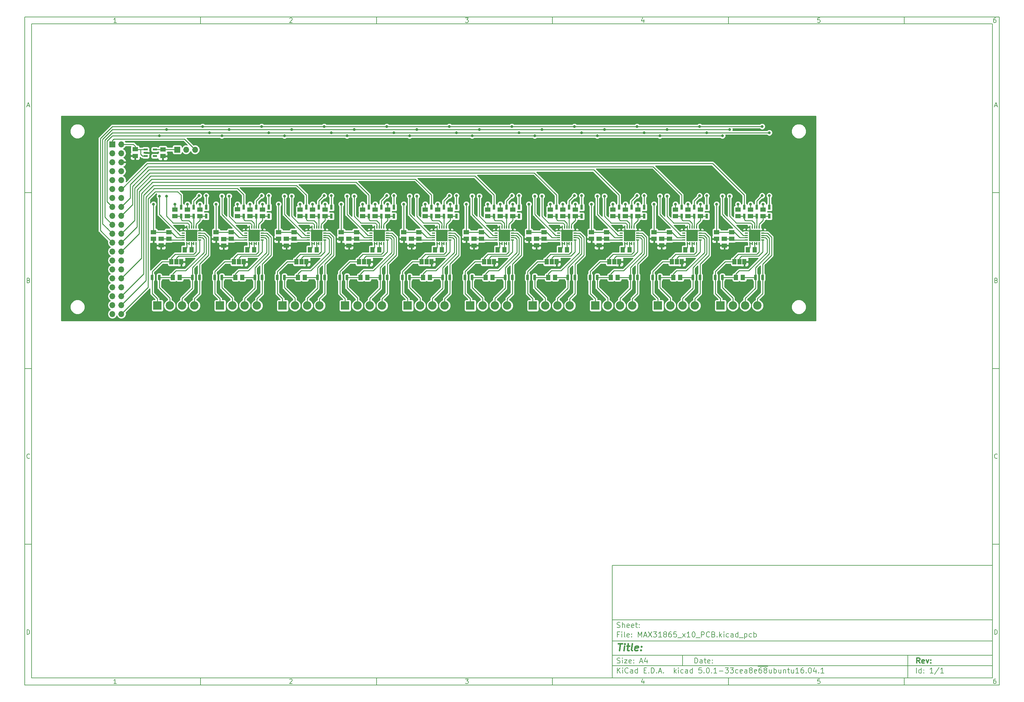
<source format=gbr>
G04 #@! TF.GenerationSoftware,KiCad,Pcbnew,5.0.1-33cea8e~68~ubuntu16.04.1*
G04 #@! TF.CreationDate,2018-10-23T13:55:12+02:00*
G04 #@! TF.ProjectId,MAX31865_x10_PCB,4D415833313836355F7831305F504342,rev?*
G04 #@! TF.SameCoordinates,Original*
G04 #@! TF.FileFunction,Copper,L1,Top,Signal*
G04 #@! TF.FilePolarity,Positive*
%FSLAX46Y46*%
G04 Gerber Fmt 4.6, Leading zero omitted, Abs format (unit mm)*
G04 Created by KiCad (PCBNEW 5.0.1-33cea8e~68~ubuntu16.04.1) date Tue 23 Oct 2018 01:55:12 PM CEST*
%MOMM*%
%LPD*%
G01*
G04 APERTURE LIST*
%ADD10C,0.100000*%
%ADD11C,0.150000*%
%ADD12C,0.300000*%
%ADD13C,0.400000*%
G04 #@! TA.AperFunction,ComponentPad*
%ADD14R,1.700000X1.700000*%
G04 #@! TD*
G04 #@! TA.AperFunction,ComponentPad*
%ADD15O,1.700000X1.700000*%
G04 #@! TD*
G04 #@! TA.AperFunction,SMDPad,CuDef*
%ADD16R,1.500000X1.240000*%
G04 #@! TD*
G04 #@! TA.AperFunction,SMDPad,CuDef*
%ADD17R,1.240000X1.500000*%
G04 #@! TD*
G04 #@! TA.AperFunction,SMDPad,CuDef*
%ADD18R,0.800000X1.350000*%
G04 #@! TD*
G04 #@! TA.AperFunction,ComponentPad*
%ADD19R,2.400000X2.400000*%
G04 #@! TD*
G04 #@! TA.AperFunction,ComponentPad*
%ADD20C,2.400000*%
G04 #@! TD*
G04 #@! TA.AperFunction,SMDPad,CuDef*
%ADD21R,1.168400X1.600200*%
G04 #@! TD*
G04 #@! TA.AperFunction,Conductor*
%ADD22C,0.100000*%
G04 #@! TD*
G04 #@! TA.AperFunction,SMDPad,CuDef*
%ADD23C,0.762000*%
G04 #@! TD*
G04 #@! TA.AperFunction,SMDPad,CuDef*
%ADD24R,1.200000X0.550000*%
G04 #@! TD*
G04 #@! TA.AperFunction,SMDPad,CuDef*
%ADD25R,3.250000X3.250000*%
G04 #@! TD*
G04 #@! TA.AperFunction,SMDPad,CuDef*
%ADD26R,0.350000X0.950000*%
G04 #@! TD*
G04 #@! TA.AperFunction,SMDPad,CuDef*
%ADD27R,0.950000X0.350000*%
G04 #@! TD*
G04 #@! TA.AperFunction,ViaPad*
%ADD28C,0.800000*%
G04 #@! TD*
G04 #@! TA.AperFunction,Conductor*
%ADD29C,0.250000*%
G04 #@! TD*
G04 #@! TA.AperFunction,Conductor*
%ADD30C,0.254000*%
G04 #@! TD*
G04 APERTURE END LIST*
D10*
D11*
X177002200Y-166007200D02*
X177002200Y-198007200D01*
X285002200Y-198007200D01*
X285002200Y-166007200D01*
X177002200Y-166007200D01*
D10*
D11*
X10000000Y-10000000D02*
X10000000Y-200007200D01*
X287002200Y-200007200D01*
X287002200Y-10000000D01*
X10000000Y-10000000D01*
D10*
D11*
X12000000Y-12000000D02*
X12000000Y-198007200D01*
X285002200Y-198007200D01*
X285002200Y-12000000D01*
X12000000Y-12000000D01*
D10*
D11*
X60000000Y-12000000D02*
X60000000Y-10000000D01*
D10*
D11*
X110000000Y-12000000D02*
X110000000Y-10000000D01*
D10*
D11*
X160000000Y-12000000D02*
X160000000Y-10000000D01*
D10*
D11*
X210000000Y-12000000D02*
X210000000Y-10000000D01*
D10*
D11*
X260000000Y-12000000D02*
X260000000Y-10000000D01*
D10*
D11*
X36065476Y-11588095D02*
X35322619Y-11588095D01*
X35694047Y-11588095D02*
X35694047Y-10288095D01*
X35570238Y-10473809D01*
X35446428Y-10597619D01*
X35322619Y-10659523D01*
D10*
D11*
X85322619Y-10411904D02*
X85384523Y-10350000D01*
X85508333Y-10288095D01*
X85817857Y-10288095D01*
X85941666Y-10350000D01*
X86003571Y-10411904D01*
X86065476Y-10535714D01*
X86065476Y-10659523D01*
X86003571Y-10845238D01*
X85260714Y-11588095D01*
X86065476Y-11588095D01*
D10*
D11*
X135260714Y-10288095D02*
X136065476Y-10288095D01*
X135632142Y-10783333D01*
X135817857Y-10783333D01*
X135941666Y-10845238D01*
X136003571Y-10907142D01*
X136065476Y-11030952D01*
X136065476Y-11340476D01*
X136003571Y-11464285D01*
X135941666Y-11526190D01*
X135817857Y-11588095D01*
X135446428Y-11588095D01*
X135322619Y-11526190D01*
X135260714Y-11464285D01*
D10*
D11*
X185941666Y-10721428D02*
X185941666Y-11588095D01*
X185632142Y-10226190D02*
X185322619Y-11154761D01*
X186127380Y-11154761D01*
D10*
D11*
X236003571Y-10288095D02*
X235384523Y-10288095D01*
X235322619Y-10907142D01*
X235384523Y-10845238D01*
X235508333Y-10783333D01*
X235817857Y-10783333D01*
X235941666Y-10845238D01*
X236003571Y-10907142D01*
X236065476Y-11030952D01*
X236065476Y-11340476D01*
X236003571Y-11464285D01*
X235941666Y-11526190D01*
X235817857Y-11588095D01*
X235508333Y-11588095D01*
X235384523Y-11526190D01*
X235322619Y-11464285D01*
D10*
D11*
X285941666Y-10288095D02*
X285694047Y-10288095D01*
X285570238Y-10350000D01*
X285508333Y-10411904D01*
X285384523Y-10597619D01*
X285322619Y-10845238D01*
X285322619Y-11340476D01*
X285384523Y-11464285D01*
X285446428Y-11526190D01*
X285570238Y-11588095D01*
X285817857Y-11588095D01*
X285941666Y-11526190D01*
X286003571Y-11464285D01*
X286065476Y-11340476D01*
X286065476Y-11030952D01*
X286003571Y-10907142D01*
X285941666Y-10845238D01*
X285817857Y-10783333D01*
X285570238Y-10783333D01*
X285446428Y-10845238D01*
X285384523Y-10907142D01*
X285322619Y-11030952D01*
D10*
D11*
X60000000Y-198007200D02*
X60000000Y-200007200D01*
D10*
D11*
X110000000Y-198007200D02*
X110000000Y-200007200D01*
D10*
D11*
X160000000Y-198007200D02*
X160000000Y-200007200D01*
D10*
D11*
X210000000Y-198007200D02*
X210000000Y-200007200D01*
D10*
D11*
X260000000Y-198007200D02*
X260000000Y-200007200D01*
D10*
D11*
X36065476Y-199595295D02*
X35322619Y-199595295D01*
X35694047Y-199595295D02*
X35694047Y-198295295D01*
X35570238Y-198481009D01*
X35446428Y-198604819D01*
X35322619Y-198666723D01*
D10*
D11*
X85322619Y-198419104D02*
X85384523Y-198357200D01*
X85508333Y-198295295D01*
X85817857Y-198295295D01*
X85941666Y-198357200D01*
X86003571Y-198419104D01*
X86065476Y-198542914D01*
X86065476Y-198666723D01*
X86003571Y-198852438D01*
X85260714Y-199595295D01*
X86065476Y-199595295D01*
D10*
D11*
X135260714Y-198295295D02*
X136065476Y-198295295D01*
X135632142Y-198790533D01*
X135817857Y-198790533D01*
X135941666Y-198852438D01*
X136003571Y-198914342D01*
X136065476Y-199038152D01*
X136065476Y-199347676D01*
X136003571Y-199471485D01*
X135941666Y-199533390D01*
X135817857Y-199595295D01*
X135446428Y-199595295D01*
X135322619Y-199533390D01*
X135260714Y-199471485D01*
D10*
D11*
X185941666Y-198728628D02*
X185941666Y-199595295D01*
X185632142Y-198233390D02*
X185322619Y-199161961D01*
X186127380Y-199161961D01*
D10*
D11*
X236003571Y-198295295D02*
X235384523Y-198295295D01*
X235322619Y-198914342D01*
X235384523Y-198852438D01*
X235508333Y-198790533D01*
X235817857Y-198790533D01*
X235941666Y-198852438D01*
X236003571Y-198914342D01*
X236065476Y-199038152D01*
X236065476Y-199347676D01*
X236003571Y-199471485D01*
X235941666Y-199533390D01*
X235817857Y-199595295D01*
X235508333Y-199595295D01*
X235384523Y-199533390D01*
X235322619Y-199471485D01*
D10*
D11*
X285941666Y-198295295D02*
X285694047Y-198295295D01*
X285570238Y-198357200D01*
X285508333Y-198419104D01*
X285384523Y-198604819D01*
X285322619Y-198852438D01*
X285322619Y-199347676D01*
X285384523Y-199471485D01*
X285446428Y-199533390D01*
X285570238Y-199595295D01*
X285817857Y-199595295D01*
X285941666Y-199533390D01*
X286003571Y-199471485D01*
X286065476Y-199347676D01*
X286065476Y-199038152D01*
X286003571Y-198914342D01*
X285941666Y-198852438D01*
X285817857Y-198790533D01*
X285570238Y-198790533D01*
X285446428Y-198852438D01*
X285384523Y-198914342D01*
X285322619Y-199038152D01*
D10*
D11*
X10000000Y-60000000D02*
X12000000Y-60000000D01*
D10*
D11*
X10000000Y-110000000D02*
X12000000Y-110000000D01*
D10*
D11*
X10000000Y-160000000D02*
X12000000Y-160000000D01*
D10*
D11*
X10690476Y-35216666D02*
X11309523Y-35216666D01*
X10566666Y-35588095D02*
X11000000Y-34288095D01*
X11433333Y-35588095D01*
D10*
D11*
X11092857Y-84907142D02*
X11278571Y-84969047D01*
X11340476Y-85030952D01*
X11402380Y-85154761D01*
X11402380Y-85340476D01*
X11340476Y-85464285D01*
X11278571Y-85526190D01*
X11154761Y-85588095D01*
X10659523Y-85588095D01*
X10659523Y-84288095D01*
X11092857Y-84288095D01*
X11216666Y-84350000D01*
X11278571Y-84411904D01*
X11340476Y-84535714D01*
X11340476Y-84659523D01*
X11278571Y-84783333D01*
X11216666Y-84845238D01*
X11092857Y-84907142D01*
X10659523Y-84907142D01*
D10*
D11*
X11402380Y-135464285D02*
X11340476Y-135526190D01*
X11154761Y-135588095D01*
X11030952Y-135588095D01*
X10845238Y-135526190D01*
X10721428Y-135402380D01*
X10659523Y-135278571D01*
X10597619Y-135030952D01*
X10597619Y-134845238D01*
X10659523Y-134597619D01*
X10721428Y-134473809D01*
X10845238Y-134350000D01*
X11030952Y-134288095D01*
X11154761Y-134288095D01*
X11340476Y-134350000D01*
X11402380Y-134411904D01*
D10*
D11*
X10659523Y-185588095D02*
X10659523Y-184288095D01*
X10969047Y-184288095D01*
X11154761Y-184350000D01*
X11278571Y-184473809D01*
X11340476Y-184597619D01*
X11402380Y-184845238D01*
X11402380Y-185030952D01*
X11340476Y-185278571D01*
X11278571Y-185402380D01*
X11154761Y-185526190D01*
X10969047Y-185588095D01*
X10659523Y-185588095D01*
D10*
D11*
X287002200Y-60000000D02*
X285002200Y-60000000D01*
D10*
D11*
X287002200Y-110000000D02*
X285002200Y-110000000D01*
D10*
D11*
X287002200Y-160000000D02*
X285002200Y-160000000D01*
D10*
D11*
X285692676Y-35216666D02*
X286311723Y-35216666D01*
X285568866Y-35588095D02*
X286002200Y-34288095D01*
X286435533Y-35588095D01*
D10*
D11*
X286095057Y-84907142D02*
X286280771Y-84969047D01*
X286342676Y-85030952D01*
X286404580Y-85154761D01*
X286404580Y-85340476D01*
X286342676Y-85464285D01*
X286280771Y-85526190D01*
X286156961Y-85588095D01*
X285661723Y-85588095D01*
X285661723Y-84288095D01*
X286095057Y-84288095D01*
X286218866Y-84350000D01*
X286280771Y-84411904D01*
X286342676Y-84535714D01*
X286342676Y-84659523D01*
X286280771Y-84783333D01*
X286218866Y-84845238D01*
X286095057Y-84907142D01*
X285661723Y-84907142D01*
D10*
D11*
X286404580Y-135464285D02*
X286342676Y-135526190D01*
X286156961Y-135588095D01*
X286033152Y-135588095D01*
X285847438Y-135526190D01*
X285723628Y-135402380D01*
X285661723Y-135278571D01*
X285599819Y-135030952D01*
X285599819Y-134845238D01*
X285661723Y-134597619D01*
X285723628Y-134473809D01*
X285847438Y-134350000D01*
X286033152Y-134288095D01*
X286156961Y-134288095D01*
X286342676Y-134350000D01*
X286404580Y-134411904D01*
D10*
D11*
X285661723Y-185588095D02*
X285661723Y-184288095D01*
X285971247Y-184288095D01*
X286156961Y-184350000D01*
X286280771Y-184473809D01*
X286342676Y-184597619D01*
X286404580Y-184845238D01*
X286404580Y-185030952D01*
X286342676Y-185278571D01*
X286280771Y-185402380D01*
X286156961Y-185526190D01*
X285971247Y-185588095D01*
X285661723Y-185588095D01*
D10*
D11*
X200434342Y-193785771D02*
X200434342Y-192285771D01*
X200791485Y-192285771D01*
X201005771Y-192357200D01*
X201148628Y-192500057D01*
X201220057Y-192642914D01*
X201291485Y-192928628D01*
X201291485Y-193142914D01*
X201220057Y-193428628D01*
X201148628Y-193571485D01*
X201005771Y-193714342D01*
X200791485Y-193785771D01*
X200434342Y-193785771D01*
X202577200Y-193785771D02*
X202577200Y-193000057D01*
X202505771Y-192857200D01*
X202362914Y-192785771D01*
X202077200Y-192785771D01*
X201934342Y-192857200D01*
X202577200Y-193714342D02*
X202434342Y-193785771D01*
X202077200Y-193785771D01*
X201934342Y-193714342D01*
X201862914Y-193571485D01*
X201862914Y-193428628D01*
X201934342Y-193285771D01*
X202077200Y-193214342D01*
X202434342Y-193214342D01*
X202577200Y-193142914D01*
X203077200Y-192785771D02*
X203648628Y-192785771D01*
X203291485Y-192285771D02*
X203291485Y-193571485D01*
X203362914Y-193714342D01*
X203505771Y-193785771D01*
X203648628Y-193785771D01*
X204720057Y-193714342D02*
X204577200Y-193785771D01*
X204291485Y-193785771D01*
X204148628Y-193714342D01*
X204077200Y-193571485D01*
X204077200Y-193000057D01*
X204148628Y-192857200D01*
X204291485Y-192785771D01*
X204577200Y-192785771D01*
X204720057Y-192857200D01*
X204791485Y-193000057D01*
X204791485Y-193142914D01*
X204077200Y-193285771D01*
X205434342Y-193642914D02*
X205505771Y-193714342D01*
X205434342Y-193785771D01*
X205362914Y-193714342D01*
X205434342Y-193642914D01*
X205434342Y-193785771D01*
X205434342Y-192857200D02*
X205505771Y-192928628D01*
X205434342Y-193000057D01*
X205362914Y-192928628D01*
X205434342Y-192857200D01*
X205434342Y-193000057D01*
D10*
D11*
X177002200Y-194507200D02*
X285002200Y-194507200D01*
D10*
D11*
X178434342Y-196585771D02*
X178434342Y-195085771D01*
X179291485Y-196585771D02*
X178648628Y-195728628D01*
X179291485Y-195085771D02*
X178434342Y-195942914D01*
X179934342Y-196585771D02*
X179934342Y-195585771D01*
X179934342Y-195085771D02*
X179862914Y-195157200D01*
X179934342Y-195228628D01*
X180005771Y-195157200D01*
X179934342Y-195085771D01*
X179934342Y-195228628D01*
X181505771Y-196442914D02*
X181434342Y-196514342D01*
X181220057Y-196585771D01*
X181077200Y-196585771D01*
X180862914Y-196514342D01*
X180720057Y-196371485D01*
X180648628Y-196228628D01*
X180577200Y-195942914D01*
X180577200Y-195728628D01*
X180648628Y-195442914D01*
X180720057Y-195300057D01*
X180862914Y-195157200D01*
X181077200Y-195085771D01*
X181220057Y-195085771D01*
X181434342Y-195157200D01*
X181505771Y-195228628D01*
X182791485Y-196585771D02*
X182791485Y-195800057D01*
X182720057Y-195657200D01*
X182577200Y-195585771D01*
X182291485Y-195585771D01*
X182148628Y-195657200D01*
X182791485Y-196514342D02*
X182648628Y-196585771D01*
X182291485Y-196585771D01*
X182148628Y-196514342D01*
X182077200Y-196371485D01*
X182077200Y-196228628D01*
X182148628Y-196085771D01*
X182291485Y-196014342D01*
X182648628Y-196014342D01*
X182791485Y-195942914D01*
X184148628Y-196585771D02*
X184148628Y-195085771D01*
X184148628Y-196514342D02*
X184005771Y-196585771D01*
X183720057Y-196585771D01*
X183577200Y-196514342D01*
X183505771Y-196442914D01*
X183434342Y-196300057D01*
X183434342Y-195871485D01*
X183505771Y-195728628D01*
X183577200Y-195657200D01*
X183720057Y-195585771D01*
X184005771Y-195585771D01*
X184148628Y-195657200D01*
X186005771Y-195800057D02*
X186505771Y-195800057D01*
X186720057Y-196585771D02*
X186005771Y-196585771D01*
X186005771Y-195085771D01*
X186720057Y-195085771D01*
X187362914Y-196442914D02*
X187434342Y-196514342D01*
X187362914Y-196585771D01*
X187291485Y-196514342D01*
X187362914Y-196442914D01*
X187362914Y-196585771D01*
X188077200Y-196585771D02*
X188077200Y-195085771D01*
X188434342Y-195085771D01*
X188648628Y-195157200D01*
X188791485Y-195300057D01*
X188862914Y-195442914D01*
X188934342Y-195728628D01*
X188934342Y-195942914D01*
X188862914Y-196228628D01*
X188791485Y-196371485D01*
X188648628Y-196514342D01*
X188434342Y-196585771D01*
X188077200Y-196585771D01*
X189577200Y-196442914D02*
X189648628Y-196514342D01*
X189577200Y-196585771D01*
X189505771Y-196514342D01*
X189577200Y-196442914D01*
X189577200Y-196585771D01*
X190220057Y-196157200D02*
X190934342Y-196157200D01*
X190077200Y-196585771D02*
X190577200Y-195085771D01*
X191077200Y-196585771D01*
X191577200Y-196442914D02*
X191648628Y-196514342D01*
X191577200Y-196585771D01*
X191505771Y-196514342D01*
X191577200Y-196442914D01*
X191577200Y-196585771D01*
X194577200Y-196585771D02*
X194577200Y-195085771D01*
X194720057Y-196014342D02*
X195148628Y-196585771D01*
X195148628Y-195585771D02*
X194577200Y-196157200D01*
X195791485Y-196585771D02*
X195791485Y-195585771D01*
X195791485Y-195085771D02*
X195720057Y-195157200D01*
X195791485Y-195228628D01*
X195862914Y-195157200D01*
X195791485Y-195085771D01*
X195791485Y-195228628D01*
X197148628Y-196514342D02*
X197005771Y-196585771D01*
X196720057Y-196585771D01*
X196577200Y-196514342D01*
X196505771Y-196442914D01*
X196434342Y-196300057D01*
X196434342Y-195871485D01*
X196505771Y-195728628D01*
X196577200Y-195657200D01*
X196720057Y-195585771D01*
X197005771Y-195585771D01*
X197148628Y-195657200D01*
X198434342Y-196585771D02*
X198434342Y-195800057D01*
X198362914Y-195657200D01*
X198220057Y-195585771D01*
X197934342Y-195585771D01*
X197791485Y-195657200D01*
X198434342Y-196514342D02*
X198291485Y-196585771D01*
X197934342Y-196585771D01*
X197791485Y-196514342D01*
X197720057Y-196371485D01*
X197720057Y-196228628D01*
X197791485Y-196085771D01*
X197934342Y-196014342D01*
X198291485Y-196014342D01*
X198434342Y-195942914D01*
X199791485Y-196585771D02*
X199791485Y-195085771D01*
X199791485Y-196514342D02*
X199648628Y-196585771D01*
X199362914Y-196585771D01*
X199220057Y-196514342D01*
X199148628Y-196442914D01*
X199077200Y-196300057D01*
X199077200Y-195871485D01*
X199148628Y-195728628D01*
X199220057Y-195657200D01*
X199362914Y-195585771D01*
X199648628Y-195585771D01*
X199791485Y-195657200D01*
X202362914Y-195085771D02*
X201648628Y-195085771D01*
X201577200Y-195800057D01*
X201648628Y-195728628D01*
X201791485Y-195657200D01*
X202148628Y-195657200D01*
X202291485Y-195728628D01*
X202362914Y-195800057D01*
X202434342Y-195942914D01*
X202434342Y-196300057D01*
X202362914Y-196442914D01*
X202291485Y-196514342D01*
X202148628Y-196585771D01*
X201791485Y-196585771D01*
X201648628Y-196514342D01*
X201577200Y-196442914D01*
X203077200Y-196442914D02*
X203148628Y-196514342D01*
X203077200Y-196585771D01*
X203005771Y-196514342D01*
X203077200Y-196442914D01*
X203077200Y-196585771D01*
X204077200Y-195085771D02*
X204220057Y-195085771D01*
X204362914Y-195157200D01*
X204434342Y-195228628D01*
X204505771Y-195371485D01*
X204577200Y-195657200D01*
X204577200Y-196014342D01*
X204505771Y-196300057D01*
X204434342Y-196442914D01*
X204362914Y-196514342D01*
X204220057Y-196585771D01*
X204077200Y-196585771D01*
X203934342Y-196514342D01*
X203862914Y-196442914D01*
X203791485Y-196300057D01*
X203720057Y-196014342D01*
X203720057Y-195657200D01*
X203791485Y-195371485D01*
X203862914Y-195228628D01*
X203934342Y-195157200D01*
X204077200Y-195085771D01*
X205220057Y-196442914D02*
X205291485Y-196514342D01*
X205220057Y-196585771D01*
X205148628Y-196514342D01*
X205220057Y-196442914D01*
X205220057Y-196585771D01*
X206720057Y-196585771D02*
X205862914Y-196585771D01*
X206291485Y-196585771D02*
X206291485Y-195085771D01*
X206148628Y-195300057D01*
X206005771Y-195442914D01*
X205862914Y-195514342D01*
X207362914Y-196014342D02*
X208505771Y-196014342D01*
X209077200Y-195085771D02*
X210005771Y-195085771D01*
X209505771Y-195657200D01*
X209720057Y-195657200D01*
X209862914Y-195728628D01*
X209934342Y-195800057D01*
X210005771Y-195942914D01*
X210005771Y-196300057D01*
X209934342Y-196442914D01*
X209862914Y-196514342D01*
X209720057Y-196585771D01*
X209291485Y-196585771D01*
X209148628Y-196514342D01*
X209077200Y-196442914D01*
X210505771Y-195085771D02*
X211434342Y-195085771D01*
X210934342Y-195657200D01*
X211148628Y-195657200D01*
X211291485Y-195728628D01*
X211362914Y-195800057D01*
X211434342Y-195942914D01*
X211434342Y-196300057D01*
X211362914Y-196442914D01*
X211291485Y-196514342D01*
X211148628Y-196585771D01*
X210720057Y-196585771D01*
X210577200Y-196514342D01*
X210505771Y-196442914D01*
X212720057Y-196514342D02*
X212577200Y-196585771D01*
X212291485Y-196585771D01*
X212148628Y-196514342D01*
X212077200Y-196442914D01*
X212005771Y-196300057D01*
X212005771Y-195871485D01*
X212077200Y-195728628D01*
X212148628Y-195657200D01*
X212291485Y-195585771D01*
X212577200Y-195585771D01*
X212720057Y-195657200D01*
X213934342Y-196514342D02*
X213791485Y-196585771D01*
X213505771Y-196585771D01*
X213362914Y-196514342D01*
X213291485Y-196371485D01*
X213291485Y-195800057D01*
X213362914Y-195657200D01*
X213505771Y-195585771D01*
X213791485Y-195585771D01*
X213934342Y-195657200D01*
X214005771Y-195800057D01*
X214005771Y-195942914D01*
X213291485Y-196085771D01*
X215291485Y-196585771D02*
X215291485Y-195800057D01*
X215220057Y-195657200D01*
X215077200Y-195585771D01*
X214791485Y-195585771D01*
X214648628Y-195657200D01*
X215291485Y-196514342D02*
X215148628Y-196585771D01*
X214791485Y-196585771D01*
X214648628Y-196514342D01*
X214577200Y-196371485D01*
X214577200Y-196228628D01*
X214648628Y-196085771D01*
X214791485Y-196014342D01*
X215148628Y-196014342D01*
X215291485Y-195942914D01*
X216220057Y-195728628D02*
X216077200Y-195657200D01*
X216005771Y-195585771D01*
X215934342Y-195442914D01*
X215934342Y-195371485D01*
X216005771Y-195228628D01*
X216077200Y-195157200D01*
X216220057Y-195085771D01*
X216505771Y-195085771D01*
X216648628Y-195157200D01*
X216720057Y-195228628D01*
X216791485Y-195371485D01*
X216791485Y-195442914D01*
X216720057Y-195585771D01*
X216648628Y-195657200D01*
X216505771Y-195728628D01*
X216220057Y-195728628D01*
X216077200Y-195800057D01*
X216005771Y-195871485D01*
X215934342Y-196014342D01*
X215934342Y-196300057D01*
X216005771Y-196442914D01*
X216077200Y-196514342D01*
X216220057Y-196585771D01*
X216505771Y-196585771D01*
X216648628Y-196514342D01*
X216720057Y-196442914D01*
X216791485Y-196300057D01*
X216791485Y-196014342D01*
X216720057Y-195871485D01*
X216648628Y-195800057D01*
X216505771Y-195728628D01*
X218005771Y-196514342D02*
X217862914Y-196585771D01*
X217577200Y-196585771D01*
X217434342Y-196514342D01*
X217362914Y-196371485D01*
X217362914Y-195800057D01*
X217434342Y-195657200D01*
X217577200Y-195585771D01*
X217862914Y-195585771D01*
X218005771Y-195657200D01*
X218077200Y-195800057D01*
X218077200Y-195942914D01*
X217362914Y-196085771D01*
X218362914Y-194677200D02*
X219791485Y-194677200D01*
X219362914Y-195085771D02*
X219077200Y-195085771D01*
X218934342Y-195157200D01*
X218862914Y-195228628D01*
X218720057Y-195442914D01*
X218648628Y-195728628D01*
X218648628Y-196300057D01*
X218720057Y-196442914D01*
X218791485Y-196514342D01*
X218934342Y-196585771D01*
X219220057Y-196585771D01*
X219362914Y-196514342D01*
X219434342Y-196442914D01*
X219505771Y-196300057D01*
X219505771Y-195942914D01*
X219434342Y-195800057D01*
X219362914Y-195728628D01*
X219220057Y-195657200D01*
X218934342Y-195657200D01*
X218791485Y-195728628D01*
X218720057Y-195800057D01*
X218648628Y-195942914D01*
X219791485Y-194677200D02*
X221220057Y-194677200D01*
X220362914Y-195728628D02*
X220220057Y-195657200D01*
X220148628Y-195585771D01*
X220077200Y-195442914D01*
X220077200Y-195371485D01*
X220148628Y-195228628D01*
X220220057Y-195157200D01*
X220362914Y-195085771D01*
X220648628Y-195085771D01*
X220791485Y-195157200D01*
X220862914Y-195228628D01*
X220934342Y-195371485D01*
X220934342Y-195442914D01*
X220862914Y-195585771D01*
X220791485Y-195657200D01*
X220648628Y-195728628D01*
X220362914Y-195728628D01*
X220220057Y-195800057D01*
X220148628Y-195871485D01*
X220077200Y-196014342D01*
X220077200Y-196300057D01*
X220148628Y-196442914D01*
X220220057Y-196514342D01*
X220362914Y-196585771D01*
X220648628Y-196585771D01*
X220791485Y-196514342D01*
X220862914Y-196442914D01*
X220934342Y-196300057D01*
X220934342Y-196014342D01*
X220862914Y-195871485D01*
X220791485Y-195800057D01*
X220648628Y-195728628D01*
X222220057Y-195585771D02*
X222220057Y-196585771D01*
X221577200Y-195585771D02*
X221577200Y-196371485D01*
X221648628Y-196514342D01*
X221791485Y-196585771D01*
X222005771Y-196585771D01*
X222148628Y-196514342D01*
X222220057Y-196442914D01*
X222934342Y-196585771D02*
X222934342Y-195085771D01*
X222934342Y-195657200D02*
X223077200Y-195585771D01*
X223362914Y-195585771D01*
X223505771Y-195657200D01*
X223577200Y-195728628D01*
X223648628Y-195871485D01*
X223648628Y-196300057D01*
X223577200Y-196442914D01*
X223505771Y-196514342D01*
X223362914Y-196585771D01*
X223077200Y-196585771D01*
X222934342Y-196514342D01*
X224934342Y-195585771D02*
X224934342Y-196585771D01*
X224291485Y-195585771D02*
X224291485Y-196371485D01*
X224362914Y-196514342D01*
X224505771Y-196585771D01*
X224720057Y-196585771D01*
X224862914Y-196514342D01*
X224934342Y-196442914D01*
X225648628Y-195585771D02*
X225648628Y-196585771D01*
X225648628Y-195728628D02*
X225720057Y-195657200D01*
X225862914Y-195585771D01*
X226077200Y-195585771D01*
X226220057Y-195657200D01*
X226291485Y-195800057D01*
X226291485Y-196585771D01*
X226791485Y-195585771D02*
X227362914Y-195585771D01*
X227005771Y-195085771D02*
X227005771Y-196371485D01*
X227077200Y-196514342D01*
X227220057Y-196585771D01*
X227362914Y-196585771D01*
X228505771Y-195585771D02*
X228505771Y-196585771D01*
X227862914Y-195585771D02*
X227862914Y-196371485D01*
X227934342Y-196514342D01*
X228077200Y-196585771D01*
X228291485Y-196585771D01*
X228434342Y-196514342D01*
X228505771Y-196442914D01*
X230005771Y-196585771D02*
X229148628Y-196585771D01*
X229577200Y-196585771D02*
X229577200Y-195085771D01*
X229434342Y-195300057D01*
X229291485Y-195442914D01*
X229148628Y-195514342D01*
X231291485Y-195085771D02*
X231005771Y-195085771D01*
X230862914Y-195157200D01*
X230791485Y-195228628D01*
X230648628Y-195442914D01*
X230577200Y-195728628D01*
X230577200Y-196300057D01*
X230648628Y-196442914D01*
X230720057Y-196514342D01*
X230862914Y-196585771D01*
X231148628Y-196585771D01*
X231291485Y-196514342D01*
X231362914Y-196442914D01*
X231434342Y-196300057D01*
X231434342Y-195942914D01*
X231362914Y-195800057D01*
X231291485Y-195728628D01*
X231148628Y-195657200D01*
X230862914Y-195657200D01*
X230720057Y-195728628D01*
X230648628Y-195800057D01*
X230577200Y-195942914D01*
X232077200Y-196442914D02*
X232148628Y-196514342D01*
X232077200Y-196585771D01*
X232005771Y-196514342D01*
X232077200Y-196442914D01*
X232077200Y-196585771D01*
X233077200Y-195085771D02*
X233220057Y-195085771D01*
X233362914Y-195157200D01*
X233434342Y-195228628D01*
X233505771Y-195371485D01*
X233577200Y-195657200D01*
X233577200Y-196014342D01*
X233505771Y-196300057D01*
X233434342Y-196442914D01*
X233362914Y-196514342D01*
X233220057Y-196585771D01*
X233077200Y-196585771D01*
X232934342Y-196514342D01*
X232862914Y-196442914D01*
X232791485Y-196300057D01*
X232720057Y-196014342D01*
X232720057Y-195657200D01*
X232791485Y-195371485D01*
X232862914Y-195228628D01*
X232934342Y-195157200D01*
X233077200Y-195085771D01*
X234862914Y-195585771D02*
X234862914Y-196585771D01*
X234505771Y-195014342D02*
X234148628Y-196085771D01*
X235077200Y-196085771D01*
X235648628Y-196442914D02*
X235720057Y-196514342D01*
X235648628Y-196585771D01*
X235577199Y-196514342D01*
X235648628Y-196442914D01*
X235648628Y-196585771D01*
X237148628Y-196585771D02*
X236291485Y-196585771D01*
X236720057Y-196585771D02*
X236720057Y-195085771D01*
X236577200Y-195300057D01*
X236434342Y-195442914D01*
X236291485Y-195514342D01*
D10*
D11*
X177002200Y-191507200D02*
X285002200Y-191507200D01*
D10*
D12*
X264411485Y-193785771D02*
X263911485Y-193071485D01*
X263554342Y-193785771D02*
X263554342Y-192285771D01*
X264125771Y-192285771D01*
X264268628Y-192357200D01*
X264340057Y-192428628D01*
X264411485Y-192571485D01*
X264411485Y-192785771D01*
X264340057Y-192928628D01*
X264268628Y-193000057D01*
X264125771Y-193071485D01*
X263554342Y-193071485D01*
X265625771Y-193714342D02*
X265482914Y-193785771D01*
X265197200Y-193785771D01*
X265054342Y-193714342D01*
X264982914Y-193571485D01*
X264982914Y-193000057D01*
X265054342Y-192857200D01*
X265197200Y-192785771D01*
X265482914Y-192785771D01*
X265625771Y-192857200D01*
X265697200Y-193000057D01*
X265697200Y-193142914D01*
X264982914Y-193285771D01*
X266197200Y-192785771D02*
X266554342Y-193785771D01*
X266911485Y-192785771D01*
X267482914Y-193642914D02*
X267554342Y-193714342D01*
X267482914Y-193785771D01*
X267411485Y-193714342D01*
X267482914Y-193642914D01*
X267482914Y-193785771D01*
X267482914Y-192857200D02*
X267554342Y-192928628D01*
X267482914Y-193000057D01*
X267411485Y-192928628D01*
X267482914Y-192857200D01*
X267482914Y-193000057D01*
D10*
D11*
X178362914Y-193714342D02*
X178577200Y-193785771D01*
X178934342Y-193785771D01*
X179077200Y-193714342D01*
X179148628Y-193642914D01*
X179220057Y-193500057D01*
X179220057Y-193357200D01*
X179148628Y-193214342D01*
X179077200Y-193142914D01*
X178934342Y-193071485D01*
X178648628Y-193000057D01*
X178505771Y-192928628D01*
X178434342Y-192857200D01*
X178362914Y-192714342D01*
X178362914Y-192571485D01*
X178434342Y-192428628D01*
X178505771Y-192357200D01*
X178648628Y-192285771D01*
X179005771Y-192285771D01*
X179220057Y-192357200D01*
X179862914Y-193785771D02*
X179862914Y-192785771D01*
X179862914Y-192285771D02*
X179791485Y-192357200D01*
X179862914Y-192428628D01*
X179934342Y-192357200D01*
X179862914Y-192285771D01*
X179862914Y-192428628D01*
X180434342Y-192785771D02*
X181220057Y-192785771D01*
X180434342Y-193785771D01*
X181220057Y-193785771D01*
X182362914Y-193714342D02*
X182220057Y-193785771D01*
X181934342Y-193785771D01*
X181791485Y-193714342D01*
X181720057Y-193571485D01*
X181720057Y-193000057D01*
X181791485Y-192857200D01*
X181934342Y-192785771D01*
X182220057Y-192785771D01*
X182362914Y-192857200D01*
X182434342Y-193000057D01*
X182434342Y-193142914D01*
X181720057Y-193285771D01*
X183077200Y-193642914D02*
X183148628Y-193714342D01*
X183077200Y-193785771D01*
X183005771Y-193714342D01*
X183077200Y-193642914D01*
X183077200Y-193785771D01*
X183077200Y-192857200D02*
X183148628Y-192928628D01*
X183077200Y-193000057D01*
X183005771Y-192928628D01*
X183077200Y-192857200D01*
X183077200Y-193000057D01*
X184862914Y-193357200D02*
X185577200Y-193357200D01*
X184720057Y-193785771D02*
X185220057Y-192285771D01*
X185720057Y-193785771D01*
X186862914Y-192785771D02*
X186862914Y-193785771D01*
X186505771Y-192214342D02*
X186148628Y-193285771D01*
X187077200Y-193285771D01*
D10*
D11*
X263434342Y-196585771D02*
X263434342Y-195085771D01*
X264791485Y-196585771D02*
X264791485Y-195085771D01*
X264791485Y-196514342D02*
X264648628Y-196585771D01*
X264362914Y-196585771D01*
X264220057Y-196514342D01*
X264148628Y-196442914D01*
X264077200Y-196300057D01*
X264077200Y-195871485D01*
X264148628Y-195728628D01*
X264220057Y-195657200D01*
X264362914Y-195585771D01*
X264648628Y-195585771D01*
X264791485Y-195657200D01*
X265505771Y-196442914D02*
X265577200Y-196514342D01*
X265505771Y-196585771D01*
X265434342Y-196514342D01*
X265505771Y-196442914D01*
X265505771Y-196585771D01*
X265505771Y-195657200D02*
X265577200Y-195728628D01*
X265505771Y-195800057D01*
X265434342Y-195728628D01*
X265505771Y-195657200D01*
X265505771Y-195800057D01*
X268148628Y-196585771D02*
X267291485Y-196585771D01*
X267720057Y-196585771D02*
X267720057Y-195085771D01*
X267577200Y-195300057D01*
X267434342Y-195442914D01*
X267291485Y-195514342D01*
X269862914Y-195014342D02*
X268577200Y-196942914D01*
X271148628Y-196585771D02*
X270291485Y-196585771D01*
X270720057Y-196585771D02*
X270720057Y-195085771D01*
X270577200Y-195300057D01*
X270434342Y-195442914D01*
X270291485Y-195514342D01*
D10*
D11*
X177002200Y-187507200D02*
X285002200Y-187507200D01*
D10*
D13*
X178714580Y-188211961D02*
X179857438Y-188211961D01*
X179036009Y-190211961D02*
X179286009Y-188211961D01*
X180274104Y-190211961D02*
X180440771Y-188878628D01*
X180524104Y-188211961D02*
X180416961Y-188307200D01*
X180500295Y-188402438D01*
X180607438Y-188307200D01*
X180524104Y-188211961D01*
X180500295Y-188402438D01*
X181107438Y-188878628D02*
X181869342Y-188878628D01*
X181476485Y-188211961D02*
X181262200Y-189926247D01*
X181333628Y-190116723D01*
X181512200Y-190211961D01*
X181702676Y-190211961D01*
X182655057Y-190211961D02*
X182476485Y-190116723D01*
X182405057Y-189926247D01*
X182619342Y-188211961D01*
X184190771Y-190116723D02*
X183988390Y-190211961D01*
X183607438Y-190211961D01*
X183428866Y-190116723D01*
X183357438Y-189926247D01*
X183452676Y-189164342D01*
X183571723Y-188973866D01*
X183774104Y-188878628D01*
X184155057Y-188878628D01*
X184333628Y-188973866D01*
X184405057Y-189164342D01*
X184381247Y-189354819D01*
X183405057Y-189545295D01*
X185155057Y-190021485D02*
X185238390Y-190116723D01*
X185131247Y-190211961D01*
X185047914Y-190116723D01*
X185155057Y-190021485D01*
X185131247Y-190211961D01*
X185286009Y-188973866D02*
X185369342Y-189069104D01*
X185262200Y-189164342D01*
X185178866Y-189069104D01*
X185286009Y-188973866D01*
X185262200Y-189164342D01*
D10*
D11*
X178934342Y-185600057D02*
X178434342Y-185600057D01*
X178434342Y-186385771D02*
X178434342Y-184885771D01*
X179148628Y-184885771D01*
X179720057Y-186385771D02*
X179720057Y-185385771D01*
X179720057Y-184885771D02*
X179648628Y-184957200D01*
X179720057Y-185028628D01*
X179791485Y-184957200D01*
X179720057Y-184885771D01*
X179720057Y-185028628D01*
X180648628Y-186385771D02*
X180505771Y-186314342D01*
X180434342Y-186171485D01*
X180434342Y-184885771D01*
X181791485Y-186314342D02*
X181648628Y-186385771D01*
X181362914Y-186385771D01*
X181220057Y-186314342D01*
X181148628Y-186171485D01*
X181148628Y-185600057D01*
X181220057Y-185457200D01*
X181362914Y-185385771D01*
X181648628Y-185385771D01*
X181791485Y-185457200D01*
X181862914Y-185600057D01*
X181862914Y-185742914D01*
X181148628Y-185885771D01*
X182505771Y-186242914D02*
X182577200Y-186314342D01*
X182505771Y-186385771D01*
X182434342Y-186314342D01*
X182505771Y-186242914D01*
X182505771Y-186385771D01*
X182505771Y-185457200D02*
X182577200Y-185528628D01*
X182505771Y-185600057D01*
X182434342Y-185528628D01*
X182505771Y-185457200D01*
X182505771Y-185600057D01*
X184362914Y-186385771D02*
X184362914Y-184885771D01*
X184862914Y-185957200D01*
X185362914Y-184885771D01*
X185362914Y-186385771D01*
X186005771Y-185957200D02*
X186720057Y-185957200D01*
X185862914Y-186385771D02*
X186362914Y-184885771D01*
X186862914Y-186385771D01*
X187220057Y-184885771D02*
X188220057Y-186385771D01*
X188220057Y-184885771D02*
X187220057Y-186385771D01*
X188648628Y-184885771D02*
X189577200Y-184885771D01*
X189077200Y-185457200D01*
X189291485Y-185457200D01*
X189434342Y-185528628D01*
X189505771Y-185600057D01*
X189577200Y-185742914D01*
X189577200Y-186100057D01*
X189505771Y-186242914D01*
X189434342Y-186314342D01*
X189291485Y-186385771D01*
X188862914Y-186385771D01*
X188720057Y-186314342D01*
X188648628Y-186242914D01*
X191005771Y-186385771D02*
X190148628Y-186385771D01*
X190577200Y-186385771D02*
X190577200Y-184885771D01*
X190434342Y-185100057D01*
X190291485Y-185242914D01*
X190148628Y-185314342D01*
X191862914Y-185528628D02*
X191720057Y-185457200D01*
X191648628Y-185385771D01*
X191577200Y-185242914D01*
X191577200Y-185171485D01*
X191648628Y-185028628D01*
X191720057Y-184957200D01*
X191862914Y-184885771D01*
X192148628Y-184885771D01*
X192291485Y-184957200D01*
X192362914Y-185028628D01*
X192434342Y-185171485D01*
X192434342Y-185242914D01*
X192362914Y-185385771D01*
X192291485Y-185457200D01*
X192148628Y-185528628D01*
X191862914Y-185528628D01*
X191720057Y-185600057D01*
X191648628Y-185671485D01*
X191577200Y-185814342D01*
X191577200Y-186100057D01*
X191648628Y-186242914D01*
X191720057Y-186314342D01*
X191862914Y-186385771D01*
X192148628Y-186385771D01*
X192291485Y-186314342D01*
X192362914Y-186242914D01*
X192434342Y-186100057D01*
X192434342Y-185814342D01*
X192362914Y-185671485D01*
X192291485Y-185600057D01*
X192148628Y-185528628D01*
X193720057Y-184885771D02*
X193434342Y-184885771D01*
X193291485Y-184957200D01*
X193220057Y-185028628D01*
X193077200Y-185242914D01*
X193005771Y-185528628D01*
X193005771Y-186100057D01*
X193077200Y-186242914D01*
X193148628Y-186314342D01*
X193291485Y-186385771D01*
X193577200Y-186385771D01*
X193720057Y-186314342D01*
X193791485Y-186242914D01*
X193862914Y-186100057D01*
X193862914Y-185742914D01*
X193791485Y-185600057D01*
X193720057Y-185528628D01*
X193577200Y-185457200D01*
X193291485Y-185457200D01*
X193148628Y-185528628D01*
X193077200Y-185600057D01*
X193005771Y-185742914D01*
X195220057Y-184885771D02*
X194505771Y-184885771D01*
X194434342Y-185600057D01*
X194505771Y-185528628D01*
X194648628Y-185457200D01*
X195005771Y-185457200D01*
X195148628Y-185528628D01*
X195220057Y-185600057D01*
X195291485Y-185742914D01*
X195291485Y-186100057D01*
X195220057Y-186242914D01*
X195148628Y-186314342D01*
X195005771Y-186385771D01*
X194648628Y-186385771D01*
X194505771Y-186314342D01*
X194434342Y-186242914D01*
X195577200Y-186528628D02*
X196720057Y-186528628D01*
X196934342Y-186385771D02*
X197720057Y-185385771D01*
X196934342Y-185385771D02*
X197720057Y-186385771D01*
X199077200Y-186385771D02*
X198220057Y-186385771D01*
X198648628Y-186385771D02*
X198648628Y-184885771D01*
X198505771Y-185100057D01*
X198362914Y-185242914D01*
X198220057Y-185314342D01*
X200005771Y-184885771D02*
X200148628Y-184885771D01*
X200291485Y-184957200D01*
X200362914Y-185028628D01*
X200434342Y-185171485D01*
X200505771Y-185457200D01*
X200505771Y-185814342D01*
X200434342Y-186100057D01*
X200362914Y-186242914D01*
X200291485Y-186314342D01*
X200148628Y-186385771D01*
X200005771Y-186385771D01*
X199862914Y-186314342D01*
X199791485Y-186242914D01*
X199720057Y-186100057D01*
X199648628Y-185814342D01*
X199648628Y-185457200D01*
X199720057Y-185171485D01*
X199791485Y-185028628D01*
X199862914Y-184957200D01*
X200005771Y-184885771D01*
X200791485Y-186528628D02*
X201934342Y-186528628D01*
X202291485Y-186385771D02*
X202291485Y-184885771D01*
X202862914Y-184885771D01*
X203005771Y-184957200D01*
X203077200Y-185028628D01*
X203148628Y-185171485D01*
X203148628Y-185385771D01*
X203077200Y-185528628D01*
X203005771Y-185600057D01*
X202862914Y-185671485D01*
X202291485Y-185671485D01*
X204648628Y-186242914D02*
X204577200Y-186314342D01*
X204362914Y-186385771D01*
X204220057Y-186385771D01*
X204005771Y-186314342D01*
X203862914Y-186171485D01*
X203791485Y-186028628D01*
X203720057Y-185742914D01*
X203720057Y-185528628D01*
X203791485Y-185242914D01*
X203862914Y-185100057D01*
X204005771Y-184957200D01*
X204220057Y-184885771D01*
X204362914Y-184885771D01*
X204577200Y-184957200D01*
X204648628Y-185028628D01*
X205791485Y-185600057D02*
X206005771Y-185671485D01*
X206077200Y-185742914D01*
X206148628Y-185885771D01*
X206148628Y-186100057D01*
X206077200Y-186242914D01*
X206005771Y-186314342D01*
X205862914Y-186385771D01*
X205291485Y-186385771D01*
X205291485Y-184885771D01*
X205791485Y-184885771D01*
X205934342Y-184957200D01*
X206005771Y-185028628D01*
X206077200Y-185171485D01*
X206077200Y-185314342D01*
X206005771Y-185457200D01*
X205934342Y-185528628D01*
X205791485Y-185600057D01*
X205291485Y-185600057D01*
X206791485Y-186242914D02*
X206862914Y-186314342D01*
X206791485Y-186385771D01*
X206720057Y-186314342D01*
X206791485Y-186242914D01*
X206791485Y-186385771D01*
X207505771Y-186385771D02*
X207505771Y-184885771D01*
X207648628Y-185814342D02*
X208077200Y-186385771D01*
X208077200Y-185385771D02*
X207505771Y-185957200D01*
X208720057Y-186385771D02*
X208720057Y-185385771D01*
X208720057Y-184885771D02*
X208648628Y-184957200D01*
X208720057Y-185028628D01*
X208791485Y-184957200D01*
X208720057Y-184885771D01*
X208720057Y-185028628D01*
X210077200Y-186314342D02*
X209934342Y-186385771D01*
X209648628Y-186385771D01*
X209505771Y-186314342D01*
X209434342Y-186242914D01*
X209362914Y-186100057D01*
X209362914Y-185671485D01*
X209434342Y-185528628D01*
X209505771Y-185457200D01*
X209648628Y-185385771D01*
X209934342Y-185385771D01*
X210077200Y-185457200D01*
X211362914Y-186385771D02*
X211362914Y-185600057D01*
X211291485Y-185457200D01*
X211148628Y-185385771D01*
X210862914Y-185385771D01*
X210720057Y-185457200D01*
X211362914Y-186314342D02*
X211220057Y-186385771D01*
X210862914Y-186385771D01*
X210720057Y-186314342D01*
X210648628Y-186171485D01*
X210648628Y-186028628D01*
X210720057Y-185885771D01*
X210862914Y-185814342D01*
X211220057Y-185814342D01*
X211362914Y-185742914D01*
X212720057Y-186385771D02*
X212720057Y-184885771D01*
X212720057Y-186314342D02*
X212577200Y-186385771D01*
X212291485Y-186385771D01*
X212148628Y-186314342D01*
X212077200Y-186242914D01*
X212005771Y-186100057D01*
X212005771Y-185671485D01*
X212077200Y-185528628D01*
X212148628Y-185457200D01*
X212291485Y-185385771D01*
X212577200Y-185385771D01*
X212720057Y-185457200D01*
X213077200Y-186528628D02*
X214220057Y-186528628D01*
X214577200Y-185385771D02*
X214577200Y-186885771D01*
X214577200Y-185457200D02*
X214720057Y-185385771D01*
X215005771Y-185385771D01*
X215148628Y-185457200D01*
X215220057Y-185528628D01*
X215291485Y-185671485D01*
X215291485Y-186100057D01*
X215220057Y-186242914D01*
X215148628Y-186314342D01*
X215005771Y-186385771D01*
X214720057Y-186385771D01*
X214577200Y-186314342D01*
X216577200Y-186314342D02*
X216434342Y-186385771D01*
X216148628Y-186385771D01*
X216005771Y-186314342D01*
X215934342Y-186242914D01*
X215862914Y-186100057D01*
X215862914Y-185671485D01*
X215934342Y-185528628D01*
X216005771Y-185457200D01*
X216148628Y-185385771D01*
X216434342Y-185385771D01*
X216577200Y-185457200D01*
X217220057Y-186385771D02*
X217220057Y-184885771D01*
X217220057Y-185457200D02*
X217362914Y-185385771D01*
X217648628Y-185385771D01*
X217791485Y-185457200D01*
X217862914Y-185528628D01*
X217934342Y-185671485D01*
X217934342Y-186100057D01*
X217862914Y-186242914D01*
X217791485Y-186314342D01*
X217648628Y-186385771D01*
X217362914Y-186385771D01*
X217220057Y-186314342D01*
D10*
D11*
X177002200Y-181507200D02*
X285002200Y-181507200D01*
D10*
D11*
X178362914Y-183614342D02*
X178577200Y-183685771D01*
X178934342Y-183685771D01*
X179077200Y-183614342D01*
X179148628Y-183542914D01*
X179220057Y-183400057D01*
X179220057Y-183257200D01*
X179148628Y-183114342D01*
X179077200Y-183042914D01*
X178934342Y-182971485D01*
X178648628Y-182900057D01*
X178505771Y-182828628D01*
X178434342Y-182757200D01*
X178362914Y-182614342D01*
X178362914Y-182471485D01*
X178434342Y-182328628D01*
X178505771Y-182257200D01*
X178648628Y-182185771D01*
X179005771Y-182185771D01*
X179220057Y-182257200D01*
X179862914Y-183685771D02*
X179862914Y-182185771D01*
X180505771Y-183685771D02*
X180505771Y-182900057D01*
X180434342Y-182757200D01*
X180291485Y-182685771D01*
X180077200Y-182685771D01*
X179934342Y-182757200D01*
X179862914Y-182828628D01*
X181791485Y-183614342D02*
X181648628Y-183685771D01*
X181362914Y-183685771D01*
X181220057Y-183614342D01*
X181148628Y-183471485D01*
X181148628Y-182900057D01*
X181220057Y-182757200D01*
X181362914Y-182685771D01*
X181648628Y-182685771D01*
X181791485Y-182757200D01*
X181862914Y-182900057D01*
X181862914Y-183042914D01*
X181148628Y-183185771D01*
X183077200Y-183614342D02*
X182934342Y-183685771D01*
X182648628Y-183685771D01*
X182505771Y-183614342D01*
X182434342Y-183471485D01*
X182434342Y-182900057D01*
X182505771Y-182757200D01*
X182648628Y-182685771D01*
X182934342Y-182685771D01*
X183077200Y-182757200D01*
X183148628Y-182900057D01*
X183148628Y-183042914D01*
X182434342Y-183185771D01*
X183577200Y-182685771D02*
X184148628Y-182685771D01*
X183791485Y-182185771D02*
X183791485Y-183471485D01*
X183862914Y-183614342D01*
X184005771Y-183685771D01*
X184148628Y-183685771D01*
X184648628Y-183542914D02*
X184720057Y-183614342D01*
X184648628Y-183685771D01*
X184577200Y-183614342D01*
X184648628Y-183542914D01*
X184648628Y-183685771D01*
X184648628Y-182757200D02*
X184720057Y-182828628D01*
X184648628Y-182900057D01*
X184577200Y-182828628D01*
X184648628Y-182757200D01*
X184648628Y-182900057D01*
D10*
D11*
X197002200Y-191507200D02*
X197002200Y-194507200D01*
D10*
D11*
X261002200Y-191507200D02*
X261002200Y-198007200D01*
D14*
G04 #@! TO.P,J1,1*
G04 #@! TO.N,EXT_3V3*
X34925000Y-46228000D03*
D15*
G04 #@! TO.P,J1,2*
G04 #@! TO.N,EXT_5V*
X37465000Y-46228000D03*
G04 #@! TO.P,J1,3*
G04 #@! TO.N,Net-(J1-Pad3)*
X34925000Y-48768000D03*
G04 #@! TO.P,J1,4*
G04 #@! TO.N,Net-(J1-Pad4)*
X37465000Y-48768000D03*
G04 #@! TO.P,J1,5*
G04 #@! TO.N,Net-(J1-Pad5)*
X34925000Y-51308000D03*
G04 #@! TO.P,J1,6*
G04 #@! TO.N,GND*
X37465000Y-51308000D03*
G04 #@! TO.P,J1,7*
G04 #@! TO.N,Net-(J1-Pad7)*
X34925000Y-53848000D03*
G04 #@! TO.P,J1,8*
G04 #@! TO.N,Net-(J1-Pad8)*
X37465000Y-53848000D03*
G04 #@! TO.P,J1,9*
G04 #@! TO.N,Net-(J1-Pad9)*
X34925000Y-56388000D03*
G04 #@! TO.P,J1,10*
G04 #@! TO.N,Net-(J1-Pad10)*
X37465000Y-56388000D03*
G04 #@! TO.P,J1,11*
G04 #@! TO.N,Net-(J1-Pad11)*
X34925000Y-58928000D03*
G04 #@! TO.P,J1,12*
G04 #@! TO.N,CS9_5V*
X37465000Y-58928000D03*
G04 #@! TO.P,J1,13*
G04 #@! TO.N,Net-(J1-Pad13)*
X34925000Y-61468000D03*
G04 #@! TO.P,J1,14*
G04 #@! TO.N,Net-(J1-Pad14)*
X37465000Y-61468000D03*
G04 #@! TO.P,J1,15*
G04 #@! TO.N,RDY*
X34925000Y-64008000D03*
G04 #@! TO.P,J1,16*
G04 #@! TO.N,CS8_5V*
X37465000Y-64008000D03*
G04 #@! TO.P,J1,17*
G04 #@! TO.N,Net-(J1-Pad17)*
X34925000Y-66548000D03*
G04 #@! TO.P,J1,18*
G04 #@! TO.N,CS7_5V*
X37465000Y-66548000D03*
G04 #@! TO.P,J1,19*
G04 #@! TO.N,SDI_5V*
X34925000Y-69088000D03*
G04 #@! TO.P,J1,20*
G04 #@! TO.N,Net-(J1-Pad20)*
X37465000Y-69088000D03*
G04 #@! TO.P,J1,21*
G04 #@! TO.N,SDO*
X34925000Y-71628000D03*
G04 #@! TO.P,J1,22*
G04 #@! TO.N,CS6_5V*
X37465000Y-71628000D03*
G04 #@! TO.P,J1,23*
G04 #@! TO.N,CLK_5V*
X34925000Y-74168000D03*
G04 #@! TO.P,J1,24*
G04 #@! TO.N,CS5_5V*
X37465000Y-74168000D03*
G04 #@! TO.P,J1,25*
G04 #@! TO.N,Net-(J1-Pad25)*
X34925000Y-76708000D03*
G04 #@! TO.P,J1,26*
G04 #@! TO.N,CS4_5V*
X37465000Y-76708000D03*
G04 #@! TO.P,J1,27*
G04 #@! TO.N,Net-(J1-Pad27)*
X34925000Y-79248000D03*
G04 #@! TO.P,J1,28*
G04 #@! TO.N,Net-(J1-Pad28)*
X37465000Y-79248000D03*
G04 #@! TO.P,J1,29*
G04 #@! TO.N,Net-(J1-Pad29)*
X34925000Y-81788000D03*
G04 #@! TO.P,J1,30*
G04 #@! TO.N,Net-(J1-Pad30)*
X37465000Y-81788000D03*
G04 #@! TO.P,J1,31*
G04 #@! TO.N,Net-(J1-Pad31)*
X34925000Y-84328000D03*
G04 #@! TO.P,J1,32*
G04 #@! TO.N,CS3_5V*
X37465000Y-84328000D03*
G04 #@! TO.P,J1,33*
G04 #@! TO.N,Net-(J1-Pad33)*
X34925000Y-86868000D03*
G04 #@! TO.P,J1,34*
G04 #@! TO.N,Net-(J1-Pad34)*
X37465000Y-86868000D03*
G04 #@! TO.P,J1,35*
G04 #@! TO.N,Net-(J1-Pad35)*
X34925000Y-89408000D03*
G04 #@! TO.P,J1,36*
G04 #@! TO.N,CS2_5V*
X37465000Y-89408000D03*
G04 #@! TO.P,J1,37*
G04 #@! TO.N,Net-(J1-Pad37)*
X34925000Y-91948000D03*
G04 #@! TO.P,J1,38*
G04 #@! TO.N,CS1_5V*
X37465000Y-91948000D03*
G04 #@! TO.P,J1,39*
G04 #@! TO.N,Net-(J1-Pad39)*
X34925000Y-94488000D03*
G04 #@! TO.P,J1,40*
G04 #@! TO.N,CS0_5V*
X37465000Y-94488000D03*
G04 #@! TD*
D16*
G04 #@! TO.P,C1,1*
G04 #@! TO.N,EXT_5V*
X41402000Y-47625000D03*
G04 #@! TO.P,C1,2*
G04 #@! TO.N,GND*
X41402000Y-49525000D03*
G04 #@! TD*
G04 #@! TO.P,C2,1*
G04 #@! TO.N,VDD*
X49276000Y-47691000D03*
G04 #@! TO.P,C2,2*
G04 #@! TO.N,GND*
X49276000Y-49591000D03*
G04 #@! TD*
G04 #@! TO.P,C3,1*
G04 #@! TO.N,VDD*
X46609000Y-71207861D03*
G04 #@! TO.P,C3,2*
G04 #@! TO.N,GND*
X46609000Y-73107861D03*
G04 #@! TD*
G04 #@! TO.P,C4,2*
G04 #@! TO.N,GND*
X48768000Y-74991000D03*
G04 #@! TO.P,C4,1*
G04 #@! TO.N,Net-(C4-Pad1)*
X48768000Y-73091000D03*
G04 #@! TD*
D17*
G04 #@! TO.P,C5,2*
G04 #@! TO.N,Net-(C5-Pad2)*
X54036000Y-84074000D03*
G04 #@! TO.P,C5,1*
G04 #@! TO.N,Net-(C5-Pad1)*
X52136000Y-84074000D03*
G04 #@! TD*
D16*
G04 #@! TO.P,C6,1*
G04 #@! TO.N,VDD*
X64389000Y-71207861D03*
G04 #@! TO.P,C6,2*
G04 #@! TO.N,GND*
X64389000Y-73107861D03*
G04 #@! TD*
G04 #@! TO.P,C7,2*
G04 #@! TO.N,GND*
X66548000Y-75052000D03*
G04 #@! TO.P,C7,1*
G04 #@! TO.N,Net-(C7-Pad1)*
X66548000Y-73152000D03*
G04 #@! TD*
D17*
G04 #@! TO.P,C8,2*
G04 #@! TO.N,Net-(C8-Pad2)*
X71816000Y-84074000D03*
G04 #@! TO.P,C8,1*
G04 #@! TO.N,Net-(C8-Pad1)*
X69916000Y-84074000D03*
G04 #@! TD*
D16*
G04 #@! TO.P,C9,1*
G04 #@! TO.N,VDD*
X82169000Y-71207861D03*
G04 #@! TO.P,C9,2*
G04 #@! TO.N,GND*
X82169000Y-73107861D03*
G04 #@! TD*
G04 #@! TO.P,C10,2*
G04 #@! TO.N,GND*
X84364137Y-75012861D03*
G04 #@! TO.P,C10,1*
G04 #@! TO.N,Net-(C10-Pad1)*
X84364137Y-73112861D03*
G04 #@! TD*
D17*
G04 #@! TO.P,C11,2*
G04 #@! TO.N,Net-(C11-Pad2)*
X89596000Y-84074000D03*
G04 #@! TO.P,C11,1*
G04 #@! TO.N,Net-(C11-Pad1)*
X87696000Y-84074000D03*
G04 #@! TD*
D16*
G04 #@! TO.P,C12,1*
G04 #@! TO.N,VDD*
X99949000Y-71207861D03*
G04 #@! TO.P,C12,2*
G04 #@! TO.N,GND*
X99949000Y-73107861D03*
G04 #@! TD*
G04 #@! TO.P,C13,2*
G04 #@! TO.N,GND*
X102144137Y-75012861D03*
G04 #@! TO.P,C13,1*
G04 #@! TO.N,Net-(C13-Pad1)*
X102144137Y-73112861D03*
G04 #@! TD*
D17*
G04 #@! TO.P,C14,2*
G04 #@! TO.N,Net-(C14-Pad2)*
X107376000Y-84074000D03*
G04 #@! TO.P,C14,1*
G04 #@! TO.N,Net-(C14-Pad1)*
X105476000Y-84074000D03*
G04 #@! TD*
D16*
G04 #@! TO.P,C15,1*
G04 #@! TO.N,VDD*
X117729000Y-71207861D03*
G04 #@! TO.P,C15,2*
G04 #@! TO.N,GND*
X117729000Y-73107861D03*
G04 #@! TD*
G04 #@! TO.P,C16,2*
G04 #@! TO.N,GND*
X119924137Y-75012861D03*
G04 #@! TO.P,C16,1*
G04 #@! TO.N,Net-(C16-Pad1)*
X119924137Y-73112861D03*
G04 #@! TD*
D17*
G04 #@! TO.P,C17,2*
G04 #@! TO.N,Net-(C17-Pad2)*
X125156000Y-84074000D03*
G04 #@! TO.P,C17,1*
G04 #@! TO.N,Net-(C17-Pad1)*
X123256000Y-84074000D03*
G04 #@! TD*
D16*
G04 #@! TO.P,C18,2*
G04 #@! TO.N,GND*
X135509000Y-73107861D03*
G04 #@! TO.P,C18,1*
G04 #@! TO.N,VDD*
X135509000Y-71207861D03*
G04 #@! TD*
G04 #@! TO.P,C19,1*
G04 #@! TO.N,Net-(C19-Pad1)*
X137699137Y-73107861D03*
G04 #@! TO.P,C19,2*
G04 #@! TO.N,GND*
X137699137Y-75007861D03*
G04 #@! TD*
D17*
G04 #@! TO.P,C20,1*
G04 #@! TO.N,Net-(C20-Pad1)*
X141036000Y-84074000D03*
G04 #@! TO.P,C20,2*
G04 #@! TO.N,Net-(C20-Pad2)*
X142936000Y-84074000D03*
G04 #@! TD*
D16*
G04 #@! TO.P,C21,1*
G04 #@! TO.N,VDD*
X153289000Y-71247000D03*
G04 #@! TO.P,C21,2*
G04 #@! TO.N,GND*
X153289000Y-73147000D03*
G04 #@! TD*
G04 #@! TO.P,C22,2*
G04 #@! TO.N,GND*
X155448000Y-74991000D03*
G04 #@! TO.P,C22,1*
G04 #@! TO.N,Net-(C22-Pad1)*
X155448000Y-73091000D03*
G04 #@! TD*
D17*
G04 #@! TO.P,C23,2*
G04 #@! TO.N,Net-(C23-Pad2)*
X160716000Y-84074000D03*
G04 #@! TO.P,C23,1*
G04 #@! TO.N,Net-(C23-Pad1)*
X158816000Y-84074000D03*
G04 #@! TD*
D16*
G04 #@! TO.P,C24,1*
G04 #@! TO.N,VDD*
X171069000Y-71207861D03*
G04 #@! TO.P,C24,2*
G04 #@! TO.N,GND*
X171069000Y-73107861D03*
G04 #@! TD*
G04 #@! TO.P,C25,1*
G04 #@! TO.N,Net-(C25-Pad1)*
X173228000Y-73091000D03*
G04 #@! TO.P,C25,2*
G04 #@! TO.N,GND*
X173228000Y-74991000D03*
G04 #@! TD*
D17*
G04 #@! TO.P,C26,2*
G04 #@! TO.N,Net-(C26-Pad2)*
X178496000Y-84074000D03*
G04 #@! TO.P,C26,1*
G04 #@! TO.N,Net-(C26-Pad1)*
X176596000Y-84074000D03*
G04 #@! TD*
D16*
G04 #@! TO.P,C27,2*
G04 #@! TO.N,GND*
X188849000Y-73091000D03*
G04 #@! TO.P,C27,1*
G04 #@! TO.N,VDD*
X188849000Y-71191000D03*
G04 #@! TD*
G04 #@! TO.P,C28,1*
G04 #@! TO.N,Net-(C28-Pad1)*
X191008000Y-73091000D03*
G04 #@! TO.P,C28,2*
G04 #@! TO.N,GND*
X191008000Y-74991000D03*
G04 #@! TD*
D17*
G04 #@! TO.P,C29,1*
G04 #@! TO.N,Net-(C29-Pad1)*
X194376000Y-84074000D03*
G04 #@! TO.P,C29,2*
G04 #@! TO.N,Net-(C29-Pad2)*
X196276000Y-84074000D03*
G04 #@! TD*
D16*
G04 #@! TO.P,C30,2*
G04 #@! TO.N,GND*
X206629000Y-73107861D03*
G04 #@! TO.P,C30,1*
G04 #@! TO.N,VDD*
X206629000Y-71207861D03*
G04 #@! TD*
G04 #@! TO.P,C31,1*
G04 #@! TO.N,Net-(C31-Pad1)*
X208824137Y-73112861D03*
G04 #@! TO.P,C31,2*
G04 #@! TO.N,GND*
X208824137Y-75012861D03*
G04 #@! TD*
D17*
G04 #@! TO.P,C32,2*
G04 #@! TO.N,Net-(C32-Pad2)*
X214056000Y-84074000D03*
G04 #@! TO.P,C32,1*
G04 #@! TO.N,Net-(C32-Pad1)*
X212156000Y-84074000D03*
G04 #@! TD*
D18*
G04 #@! TO.P,D1,A*
G04 #@! TO.N,Net-(D1-PadA)*
X61595000Y-66675000D03*
G04 #@! TO.P,D1,C*
G04 #@! TO.N,SDI_5V*
X61595000Y-64135000D03*
G04 #@! TD*
G04 #@! TO.P,D2,C*
G04 #@! TO.N,CLK_5V*
X58039000Y-64135000D03*
G04 #@! TO.P,D2,A*
G04 #@! TO.N,Net-(D2-PadA)*
X58039000Y-66675000D03*
G04 #@! TD*
G04 #@! TO.P,D3,C*
G04 #@! TO.N,CS0_5V*
X54450863Y-64147339D03*
G04 #@! TO.P,D3,A*
G04 #@! TO.N,Net-(D3-PadA)*
X54450863Y-66687339D03*
G04 #@! TD*
G04 #@! TO.P,D4,A*
G04 #@! TO.N,Net-(D4-PadA)*
X79375000Y-66675000D03*
G04 #@! TO.P,D4,C*
G04 #@! TO.N,SDI_5V*
X79375000Y-64135000D03*
G04 #@! TD*
G04 #@! TO.P,D5,A*
G04 #@! TO.N,Net-(D5-PadA)*
X75819000Y-66675000D03*
G04 #@! TO.P,D5,C*
G04 #@! TO.N,CLK_5V*
X75819000Y-64135000D03*
G04 #@! TD*
G04 #@! TO.P,D6,C*
G04 #@! TO.N,CS1_5V*
X72230863Y-64147339D03*
G04 #@! TO.P,D6,A*
G04 #@! TO.N,Net-(D6-PadA)*
X72230863Y-66687339D03*
G04 #@! TD*
G04 #@! TO.P,D7,C*
G04 #@! TO.N,SDI_5V*
X97155000Y-64135000D03*
G04 #@! TO.P,D7,A*
G04 #@! TO.N,Net-(D7-PadA)*
X97155000Y-66675000D03*
G04 #@! TD*
G04 #@! TO.P,D8,A*
G04 #@! TO.N,Net-(D8-PadA)*
X93599000Y-66675000D03*
G04 #@! TO.P,D8,C*
G04 #@! TO.N,CLK_5V*
X93599000Y-64135000D03*
G04 #@! TD*
G04 #@! TO.P,D9,C*
G04 #@! TO.N,CS2_5V*
X90010863Y-64147339D03*
G04 #@! TO.P,D9,A*
G04 #@! TO.N,Net-(D9-PadA)*
X90010863Y-66687339D03*
G04 #@! TD*
G04 #@! TO.P,D10,C*
G04 #@! TO.N,SDI_5V*
X114935000Y-64135000D03*
G04 #@! TO.P,D10,A*
G04 #@! TO.N,Net-(D10-PadA)*
X114935000Y-66675000D03*
G04 #@! TD*
G04 #@! TO.P,D11,C*
G04 #@! TO.N,CLK_5V*
X111379000Y-64135000D03*
G04 #@! TO.P,D11,A*
G04 #@! TO.N,Net-(D11-PadA)*
X111379000Y-66675000D03*
G04 #@! TD*
G04 #@! TO.P,D12,A*
G04 #@! TO.N,Net-(D12-PadA)*
X107790863Y-66687339D03*
G04 #@! TO.P,D12,C*
G04 #@! TO.N,CS3_5V*
X107790863Y-64147339D03*
G04 #@! TD*
G04 #@! TO.P,D13,A*
G04 #@! TO.N,Net-(D13-PadA)*
X132710000Y-66670000D03*
G04 #@! TO.P,D13,C*
G04 #@! TO.N,SDI_5V*
X132710000Y-64130000D03*
G04 #@! TD*
G04 #@! TO.P,D14,A*
G04 #@! TO.N,Net-(D14-PadA)*
X129174000Y-66690000D03*
G04 #@! TO.P,D14,C*
G04 #@! TO.N,CLK_5V*
X129174000Y-64150000D03*
G04 #@! TD*
G04 #@! TO.P,D15,C*
G04 #@! TO.N,CS4_5V*
X125570863Y-64147339D03*
G04 #@! TO.P,D15,A*
G04 #@! TO.N,Net-(D15-PadA)*
X125570863Y-66687339D03*
G04 #@! TD*
G04 #@! TO.P,D16,A*
G04 #@! TO.N,Net-(D16-PadA)*
X150495000Y-66675000D03*
G04 #@! TO.P,D16,C*
G04 #@! TO.N,SDI_5V*
X150495000Y-64135000D03*
G04 #@! TD*
G04 #@! TO.P,D17,C*
G04 #@! TO.N,CLK_5V*
X146939000Y-64135000D03*
G04 #@! TO.P,D17,A*
G04 #@! TO.N,Net-(D17-PadA)*
X146939000Y-66675000D03*
G04 #@! TD*
G04 #@! TO.P,D18,A*
G04 #@! TO.N,Net-(D18-PadA)*
X143350863Y-66687339D03*
G04 #@! TO.P,D18,C*
G04 #@! TO.N,CS5_5V*
X143350863Y-64147339D03*
G04 #@! TD*
G04 #@! TO.P,D19,A*
G04 #@! TO.N,Net-(D19-PadA)*
X168270000Y-66670000D03*
G04 #@! TO.P,D19,C*
G04 #@! TO.N,SDI_5V*
X168270000Y-64130000D03*
G04 #@! TD*
G04 #@! TO.P,D20,C*
G04 #@! TO.N,CLK_5V*
X164719000Y-64135000D03*
G04 #@! TO.P,D20,A*
G04 #@! TO.N,Net-(D20-PadA)*
X164719000Y-66675000D03*
G04 #@! TD*
G04 #@! TO.P,D21,C*
G04 #@! TO.N,CS6_5V*
X161130863Y-64147339D03*
G04 #@! TO.P,D21,A*
G04 #@! TO.N,Net-(D21-PadA)*
X161130863Y-66687339D03*
G04 #@! TD*
G04 #@! TO.P,D22,C*
G04 #@! TO.N,SDI_5V*
X186050000Y-64130000D03*
G04 #@! TO.P,D22,A*
G04 #@! TO.N,Net-(D22-PadA)*
X186050000Y-66670000D03*
G04 #@! TD*
G04 #@! TO.P,D23,C*
G04 #@! TO.N,CLK_5V*
X182514000Y-64150000D03*
G04 #@! TO.P,D23,A*
G04 #@! TO.N,Net-(D23-PadA)*
X182514000Y-66690000D03*
G04 #@! TD*
G04 #@! TO.P,D24,A*
G04 #@! TO.N,Net-(D24-PadA)*
X178910863Y-66687339D03*
G04 #@! TO.P,D24,C*
G04 #@! TO.N,CS7_5V*
X178910863Y-64147339D03*
G04 #@! TD*
G04 #@! TO.P,D25,A*
G04 #@! TO.N,Net-(D25-PadA)*
X203830000Y-66670000D03*
G04 #@! TO.P,D25,C*
G04 #@! TO.N,SDI_5V*
X203830000Y-64130000D03*
G04 #@! TD*
G04 #@! TO.P,D26,C*
G04 #@! TO.N,CLK_5V*
X200274000Y-64130000D03*
G04 #@! TO.P,D26,A*
G04 #@! TO.N,Net-(D26-PadA)*
X200274000Y-66670000D03*
G04 #@! TD*
G04 #@! TO.P,D27,A*
G04 #@! TO.N,Net-(D27-PadA)*
X196690863Y-66687339D03*
G04 #@! TO.P,D27,C*
G04 #@! TO.N,CS8_5V*
X196690863Y-64147339D03*
G04 #@! TD*
G04 #@! TO.P,D28,A*
G04 #@! TO.N,Net-(D28-PadA)*
X221615000Y-66675000D03*
G04 #@! TO.P,D28,C*
G04 #@! TO.N,SDI_5V*
X221615000Y-64135000D03*
G04 #@! TD*
G04 #@! TO.P,D29,A*
G04 #@! TO.N,Net-(D29-PadA)*
X218054000Y-66670000D03*
G04 #@! TO.P,D29,C*
G04 #@! TO.N,CLK_5V*
X218054000Y-64130000D03*
G04 #@! TD*
G04 #@! TO.P,D30,C*
G04 #@! TO.N,CS9_5V*
X214470863Y-64147339D03*
G04 #@! TO.P,D30,A*
G04 #@! TO.N,Net-(D30-PadA)*
X214470863Y-66687339D03*
G04 #@! TD*
D16*
G04 #@! TO.P,FB1,1*
G04 #@! TO.N,Net-(C4-Pad1)*
X50963137Y-73107861D03*
G04 #@! TO.P,FB1,2*
G04 #@! TO.N,VDD*
X50963137Y-71207861D03*
G04 #@! TD*
G04 #@! TO.P,FB2,2*
G04 #@! TO.N,VDD*
X68726276Y-71191000D03*
G04 #@! TO.P,FB2,1*
G04 #@! TO.N,Net-(C7-Pad1)*
X68726276Y-73091000D03*
G04 #@! TD*
G04 #@! TO.P,FB3,2*
G04 #@! TO.N,VDD*
X86523137Y-71207861D03*
G04 #@! TO.P,FB3,1*
G04 #@! TO.N,Net-(C10-Pad1)*
X86523137Y-73107861D03*
G04 #@! TD*
G04 #@! TO.P,FB4,2*
G04 #@! TO.N,VDD*
X104308137Y-71212861D03*
G04 #@! TO.P,FB4,1*
G04 #@! TO.N,Net-(C13-Pad1)*
X104308137Y-73112861D03*
G04 #@! TD*
G04 #@! TO.P,FB5,2*
G04 #@! TO.N,VDD*
X122066276Y-71191000D03*
G04 #@! TO.P,FB5,1*
G04 #@! TO.N,Net-(C16-Pad1)*
X122066276Y-73091000D03*
G04 #@! TD*
G04 #@! TO.P,FB6,1*
G04 #@! TO.N,Net-(C19-Pad1)*
X139846276Y-73091000D03*
G04 #@! TO.P,FB6,2*
G04 #@! TO.N,VDD*
X139846276Y-71191000D03*
G04 #@! TD*
G04 #@! TO.P,FB7,2*
G04 #@! TO.N,VDD*
X157626276Y-71191000D03*
G04 #@! TO.P,FB7,1*
G04 #@! TO.N,Net-(C22-Pad1)*
X157626276Y-73091000D03*
G04 #@! TD*
G04 #@! TO.P,FB8,2*
G04 #@! TO.N,VDD*
X175406276Y-71191000D03*
G04 #@! TO.P,FB8,1*
G04 #@! TO.N,Net-(C25-Pad1)*
X175406276Y-73091000D03*
G04 #@! TD*
G04 #@! TO.P,FB9,2*
G04 #@! TO.N,VDD*
X193203137Y-71207861D03*
G04 #@! TO.P,FB9,1*
G04 #@! TO.N,Net-(C28-Pad1)*
X193203137Y-73107861D03*
G04 #@! TD*
G04 #@! TO.P,FB10,2*
G04 #@! TO.N,VDD*
X210966276Y-71191000D03*
G04 #@! TO.P,FB10,1*
G04 #@! TO.N,Net-(C31-Pad1)*
X210966276Y-73091000D03*
G04 #@! TD*
D19*
G04 #@! TO.P,J2,1*
G04 #@! TO.N,Net-(J2-Pad1)*
X47737000Y-92075000D03*
D20*
G04 #@! TO.P,J2,2*
G04 #@! TO.N,Net-(C5-Pad1)*
X51237000Y-92075000D03*
G04 #@! TO.P,J2,3*
G04 #@! TO.N,Net-(C5-Pad2)*
X54737000Y-92075000D03*
G04 #@! TO.P,J2,4*
G04 #@! TO.N,Net-(J2-Pad4)*
X58237000Y-92075000D03*
G04 #@! TD*
G04 #@! TO.P,J3,4*
G04 #@! TO.N,Net-(J3-Pad4)*
X76017000Y-92075000D03*
G04 #@! TO.P,J3,3*
G04 #@! TO.N,Net-(C8-Pad2)*
X72517000Y-92075000D03*
G04 #@! TO.P,J3,2*
G04 #@! TO.N,Net-(C8-Pad1)*
X69017000Y-92075000D03*
D19*
G04 #@! TO.P,J3,1*
G04 #@! TO.N,Net-(J3-Pad1)*
X65517000Y-92075000D03*
G04 #@! TD*
G04 #@! TO.P,J4,1*
G04 #@! TO.N,Net-(J4-Pad1)*
X83297000Y-92075000D03*
D20*
G04 #@! TO.P,J4,2*
G04 #@! TO.N,Net-(C11-Pad1)*
X86797000Y-92075000D03*
G04 #@! TO.P,J4,3*
G04 #@! TO.N,Net-(C11-Pad2)*
X90297000Y-92075000D03*
G04 #@! TO.P,J4,4*
G04 #@! TO.N,Net-(J4-Pad4)*
X93797000Y-92075000D03*
G04 #@! TD*
G04 #@! TO.P,J5,4*
G04 #@! TO.N,Net-(J5-Pad4)*
X111577000Y-92075000D03*
G04 #@! TO.P,J5,3*
G04 #@! TO.N,Net-(C14-Pad2)*
X108077000Y-92075000D03*
G04 #@! TO.P,J5,2*
G04 #@! TO.N,Net-(C14-Pad1)*
X104577000Y-92075000D03*
D19*
G04 #@! TO.P,J5,1*
G04 #@! TO.N,Net-(J5-Pad1)*
X101077000Y-92075000D03*
G04 #@! TD*
G04 #@! TO.P,J6,1*
G04 #@! TO.N,Net-(J6-Pad1)*
X118857000Y-92075000D03*
D20*
G04 #@! TO.P,J6,2*
G04 #@! TO.N,Net-(C17-Pad1)*
X122357000Y-92075000D03*
G04 #@! TO.P,J6,3*
G04 #@! TO.N,Net-(C17-Pad2)*
X125857000Y-92075000D03*
G04 #@! TO.P,J6,4*
G04 #@! TO.N,Net-(J6-Pad4)*
X129357000Y-92075000D03*
G04 #@! TD*
G04 #@! TO.P,J7,4*
G04 #@! TO.N,Net-(J7-Pad4)*
X147137000Y-92075000D03*
G04 #@! TO.P,J7,3*
G04 #@! TO.N,Net-(C20-Pad2)*
X143637000Y-92075000D03*
G04 #@! TO.P,J7,2*
G04 #@! TO.N,Net-(C20-Pad1)*
X140137000Y-92075000D03*
D19*
G04 #@! TO.P,J7,1*
G04 #@! TO.N,Net-(J7-Pad1)*
X136637000Y-92075000D03*
G04 #@! TD*
D20*
G04 #@! TO.P,J8,4*
G04 #@! TO.N,Net-(J8-Pad4)*
X164917000Y-92075000D03*
G04 #@! TO.P,J8,3*
G04 #@! TO.N,Net-(C23-Pad2)*
X161417000Y-92075000D03*
G04 #@! TO.P,J8,2*
G04 #@! TO.N,Net-(C23-Pad1)*
X157917000Y-92075000D03*
D19*
G04 #@! TO.P,J8,1*
G04 #@! TO.N,Net-(J8-Pad1)*
X154417000Y-92075000D03*
G04 #@! TD*
G04 #@! TO.P,J9,1*
G04 #@! TO.N,Net-(J9-Pad1)*
X172197000Y-92075000D03*
D20*
G04 #@! TO.P,J9,2*
G04 #@! TO.N,Net-(C26-Pad1)*
X175697000Y-92075000D03*
G04 #@! TO.P,J9,3*
G04 #@! TO.N,Net-(C26-Pad2)*
X179197000Y-92075000D03*
G04 #@! TO.P,J9,4*
G04 #@! TO.N,Net-(J9-Pad4)*
X182697000Y-92075000D03*
G04 #@! TD*
D19*
G04 #@! TO.P,J10,1*
G04 #@! TO.N,Net-(J10-Pad1)*
X189977000Y-92075000D03*
D20*
G04 #@! TO.P,J10,2*
G04 #@! TO.N,Net-(C29-Pad1)*
X193477000Y-92075000D03*
G04 #@! TO.P,J10,3*
G04 #@! TO.N,Net-(C29-Pad2)*
X196977000Y-92075000D03*
G04 #@! TO.P,J10,4*
G04 #@! TO.N,Net-(J10-Pad4)*
X200477000Y-92075000D03*
G04 #@! TD*
G04 #@! TO.P,J11,4*
G04 #@! TO.N,Net-(J11-Pad4)*
X218257000Y-92075000D03*
G04 #@! TO.P,J11,3*
G04 #@! TO.N,Net-(C32-Pad2)*
X214757000Y-92075000D03*
G04 #@! TO.P,J11,2*
G04 #@! TO.N,Net-(C32-Pad1)*
X211257000Y-92075000D03*
D19*
G04 #@! TO.P,J11,1*
G04 #@! TO.N,Net-(J11-Pad1)*
X207757000Y-92075000D03*
G04 #@! TD*
D14*
G04 #@! TO.P,JP1,1*
G04 #@! TO.N,VDD*
X53340000Y-47752000D03*
D15*
G04 #@! TO.P,JP1,2*
X55880000Y-47752000D03*
G04 #@! TO.P,JP1,3*
G04 #@! TO.N,EXT_3V3*
X58420000Y-47752000D03*
G04 #@! TD*
D16*
G04 #@! TO.P,R1,2*
G04 #@! TO.N,VDD*
X56261000Y-64770000D03*
G04 #@! TO.P,R1,1*
G04 #@! TO.N,Net-(D2-PadA)*
X56261000Y-66670000D03*
G04 #@! TD*
G04 #@! TO.P,R2,1*
G04 #@! TO.N,Net-(D3-PadA)*
X52672863Y-66687339D03*
G04 #@! TO.P,R2,2*
G04 #@! TO.N,VDD*
X52672863Y-64787339D03*
G04 #@! TD*
G04 #@! TO.P,R3,2*
G04 #@! TO.N,VDD*
X59817000Y-64770000D03*
G04 #@! TO.P,R3,1*
G04 #@! TO.N,Net-(D1-PadA)*
X59817000Y-66670000D03*
G04 #@! TD*
D17*
G04 #@! TO.P,R4,1*
G04 #@! TO.N,Net-(R4-Pad1)*
X57404000Y-76200000D03*
G04 #@! TO.P,R4,2*
G04 #@! TO.N,Net-(R4-Pad2)*
X55504000Y-76200000D03*
G04 #@! TD*
D16*
G04 #@! TO.P,R5,1*
G04 #@! TO.N,Net-(D5-PadA)*
X74041000Y-66670000D03*
G04 #@! TO.P,R5,2*
G04 #@! TO.N,VDD*
X74041000Y-64770000D03*
G04 #@! TD*
G04 #@! TO.P,R6,2*
G04 #@! TO.N,VDD*
X70485000Y-64755202D03*
G04 #@! TO.P,R6,1*
G04 #@! TO.N,Net-(D6-PadA)*
X70485000Y-66655202D03*
G04 #@! TD*
G04 #@! TO.P,R7,1*
G04 #@! TO.N,Net-(D4-PadA)*
X77597000Y-66670000D03*
G04 #@! TO.P,R7,2*
G04 #@! TO.N,VDD*
X77597000Y-64770000D03*
G04 #@! TD*
D17*
G04 #@! TO.P,R8,1*
G04 #@! TO.N,Net-(R8-Pad1)*
X75184000Y-76200000D03*
G04 #@! TO.P,R8,2*
G04 #@! TO.N,Net-(R8-Pad2)*
X73284000Y-76200000D03*
G04 #@! TD*
D16*
G04 #@! TO.P,R9,1*
G04 #@! TO.N,Net-(D8-PadA)*
X91821000Y-66670000D03*
G04 #@! TO.P,R9,2*
G04 #@! TO.N,VDD*
X91821000Y-64770000D03*
G04 #@! TD*
G04 #@! TO.P,R10,2*
G04 #@! TO.N,VDD*
X88232863Y-64787339D03*
G04 #@! TO.P,R10,1*
G04 #@! TO.N,Net-(D9-PadA)*
X88232863Y-66687339D03*
G04 #@! TD*
G04 #@! TO.P,R11,1*
G04 #@! TO.N,Net-(D7-PadA)*
X95377000Y-66670000D03*
G04 #@! TO.P,R11,2*
G04 #@! TO.N,VDD*
X95377000Y-64770000D03*
G04 #@! TD*
D17*
G04 #@! TO.P,R12,1*
G04 #@! TO.N,Net-(R12-Pad1)*
X92964000Y-76200000D03*
G04 #@! TO.P,R12,2*
G04 #@! TO.N,Net-(R12-Pad2)*
X91064000Y-76200000D03*
G04 #@! TD*
D16*
G04 #@! TO.P,R13,1*
G04 #@! TO.N,Net-(D11-PadA)*
X109601000Y-66670000D03*
G04 #@! TO.P,R13,2*
G04 #@! TO.N,VDD*
X109601000Y-64770000D03*
G04 #@! TD*
G04 #@! TO.P,R14,2*
G04 #@! TO.N,VDD*
X106045000Y-64775000D03*
G04 #@! TO.P,R14,1*
G04 #@! TO.N,Net-(D12-PadA)*
X106045000Y-66675000D03*
G04 #@! TD*
G04 #@! TO.P,R15,1*
G04 #@! TO.N,Net-(D10-PadA)*
X113157000Y-66675000D03*
G04 #@! TO.P,R15,2*
G04 #@! TO.N,VDD*
X113157000Y-64775000D03*
G04 #@! TD*
D17*
G04 #@! TO.P,R16,1*
G04 #@! TO.N,Net-(R16-Pad1)*
X110744000Y-76200000D03*
G04 #@! TO.P,R16,2*
G04 #@! TO.N,Net-(R16-Pad2)*
X108844000Y-76200000D03*
G04 #@! TD*
D16*
G04 #@! TO.P,R17,1*
G04 #@! TO.N,Net-(D14-PadA)*
X127381000Y-66670000D03*
G04 #@! TO.P,R17,2*
G04 #@! TO.N,VDD*
X127381000Y-64770000D03*
G04 #@! TD*
G04 #@! TO.P,R18,2*
G04 #@! TO.N,VDD*
X123792863Y-64787339D03*
G04 #@! TO.P,R18,1*
G04 #@! TO.N,Net-(D15-PadA)*
X123792863Y-66687339D03*
G04 #@! TD*
G04 #@! TO.P,R19,1*
G04 #@! TO.N,Net-(D13-PadA)*
X130937000Y-66670000D03*
G04 #@! TO.P,R19,2*
G04 #@! TO.N,VDD*
X130937000Y-64770000D03*
G04 #@! TD*
D17*
G04 #@! TO.P,R20,1*
G04 #@! TO.N,Net-(R20-Pad1)*
X128524000Y-76200000D03*
G04 #@! TO.P,R20,2*
G04 #@! TO.N,Net-(R20-Pad2)*
X126624000Y-76200000D03*
G04 #@! TD*
D16*
G04 #@! TO.P,R21,2*
G04 #@! TO.N,VDD*
X145161000Y-64770000D03*
G04 #@! TO.P,R21,1*
G04 #@! TO.N,Net-(D17-PadA)*
X145161000Y-66670000D03*
G04 #@! TD*
G04 #@! TO.P,R22,1*
G04 #@! TO.N,Net-(D18-PadA)*
X141572863Y-66687339D03*
G04 #@! TO.P,R22,2*
G04 #@! TO.N,VDD*
X141572863Y-64787339D03*
G04 #@! TD*
G04 #@! TO.P,R23,2*
G04 #@! TO.N,VDD*
X148717000Y-64770000D03*
G04 #@! TO.P,R23,1*
G04 #@! TO.N,Net-(D16-PadA)*
X148717000Y-66670000D03*
G04 #@! TD*
D17*
G04 #@! TO.P,R24,1*
G04 #@! TO.N,Net-(R24-Pad1)*
X146304000Y-76200000D03*
G04 #@! TO.P,R24,2*
G04 #@! TO.N,Net-(R24-Pad2)*
X144404000Y-76200000D03*
G04 #@! TD*
D16*
G04 #@! TO.P,R25,2*
G04 #@! TO.N,VDD*
X162941000Y-64770000D03*
G04 #@! TO.P,R25,1*
G04 #@! TO.N,Net-(D20-PadA)*
X162941000Y-66670000D03*
G04 #@! TD*
G04 #@! TO.P,R26,2*
G04 #@! TO.N,VDD*
X159352863Y-64787339D03*
G04 #@! TO.P,R26,1*
G04 #@! TO.N,Net-(D21-PadA)*
X159352863Y-66687339D03*
G04 #@! TD*
G04 #@! TO.P,R27,1*
G04 #@! TO.N,Net-(D19-PadA)*
X166497000Y-66670000D03*
G04 #@! TO.P,R27,2*
G04 #@! TO.N,VDD*
X166497000Y-64770000D03*
G04 #@! TD*
D17*
G04 #@! TO.P,R28,1*
G04 #@! TO.N,Net-(R28-Pad1)*
X164084000Y-76200000D03*
G04 #@! TO.P,R28,2*
G04 #@! TO.N,Net-(R28-Pad2)*
X162184000Y-76200000D03*
G04 #@! TD*
D16*
G04 #@! TO.P,R29,1*
G04 #@! TO.N,Net-(D23-PadA)*
X180721000Y-66670000D03*
G04 #@! TO.P,R29,2*
G04 #@! TO.N,VDD*
X180721000Y-64770000D03*
G04 #@! TD*
G04 #@! TO.P,R30,2*
G04 #@! TO.N,VDD*
X177132863Y-64787339D03*
G04 #@! TO.P,R30,1*
G04 #@! TO.N,Net-(D24-PadA)*
X177132863Y-66687339D03*
G04 #@! TD*
G04 #@! TO.P,R31,1*
G04 #@! TO.N,Net-(D22-PadA)*
X184277000Y-66670000D03*
G04 #@! TO.P,R31,2*
G04 #@! TO.N,VDD*
X184277000Y-64770000D03*
G04 #@! TD*
D17*
G04 #@! TO.P,R32,2*
G04 #@! TO.N,Net-(R32-Pad2)*
X179964000Y-76200000D03*
G04 #@! TO.P,R32,1*
G04 #@! TO.N,Net-(R32-Pad1)*
X181864000Y-76200000D03*
G04 #@! TD*
D16*
G04 #@! TO.P,R33,2*
G04 #@! TO.N,VDD*
X198501000Y-64770000D03*
G04 #@! TO.P,R33,1*
G04 #@! TO.N,Net-(D26-PadA)*
X198501000Y-66670000D03*
G04 #@! TD*
G04 #@! TO.P,R34,1*
G04 #@! TO.N,Net-(D27-PadA)*
X194945000Y-66670000D03*
G04 #@! TO.P,R34,2*
G04 #@! TO.N,VDD*
X194945000Y-64770000D03*
G04 #@! TD*
G04 #@! TO.P,R35,2*
G04 #@! TO.N,VDD*
X202057000Y-64770000D03*
G04 #@! TO.P,R35,1*
G04 #@! TO.N,Net-(D25-PadA)*
X202057000Y-66670000D03*
G04 #@! TD*
D17*
G04 #@! TO.P,R36,2*
G04 #@! TO.N,Net-(R36-Pad2)*
X197744000Y-76200000D03*
G04 #@! TO.P,R36,1*
G04 #@! TO.N,Net-(R36-Pad1)*
X199644000Y-76200000D03*
G04 #@! TD*
D16*
G04 #@! TO.P,R37,1*
G04 #@! TO.N,Net-(D29-PadA)*
X216281000Y-66670000D03*
G04 #@! TO.P,R37,2*
G04 #@! TO.N,VDD*
X216281000Y-64770000D03*
G04 #@! TD*
G04 #@! TO.P,R38,1*
G04 #@! TO.N,Net-(D30-PadA)*
X212692863Y-66687339D03*
G04 #@! TO.P,R38,2*
G04 #@! TO.N,VDD*
X212692863Y-64787339D03*
G04 #@! TD*
G04 #@! TO.P,R39,1*
G04 #@! TO.N,Net-(D28-PadA)*
X219837000Y-66670000D03*
G04 #@! TO.P,R39,2*
G04 #@! TO.N,VDD*
X219837000Y-64770000D03*
G04 #@! TD*
D17*
G04 #@! TO.P,R40,1*
G04 #@! TO.N,Net-(R40-Pad1)*
X217424000Y-76200000D03*
G04 #@! TO.P,R40,2*
G04 #@! TO.N,Net-(R40-Pad2)*
X215524000Y-76200000D03*
G04 #@! TD*
D21*
G04 #@! TO.P,SJ1,2*
G04 #@! TO.N,Net-(SJ1-Pad2)*
X53086000Y-79629000D03*
G04 #@! TO.P,SJ1,3*
G04 #@! TO.N,Net-(J2-Pad1)*
X51689000Y-79629000D03*
G04 #@! TO.P,SJ1,1*
G04 #@! TO.N,GND*
X54483000Y-79629000D03*
G04 #@! TD*
D22*
G04 #@! TO.N,Net-(C5-Pad1)*
G04 #@! TO.C,SJ2*
G36*
X48469172Y-83312917D02*
X48487665Y-83315660D01*
X48505799Y-83320203D01*
X48523401Y-83326501D01*
X48540301Y-83334494D01*
X48556336Y-83344105D01*
X48571352Y-83355242D01*
X48585204Y-83367796D01*
X48597758Y-83381648D01*
X48608895Y-83396664D01*
X48618506Y-83412699D01*
X48626499Y-83429599D01*
X48632797Y-83447201D01*
X48637340Y-83465335D01*
X48640083Y-83483828D01*
X48641000Y-83502500D01*
X48641000Y-84645500D01*
X48640083Y-84664172D01*
X48637340Y-84682665D01*
X48632797Y-84700799D01*
X48626499Y-84718401D01*
X48618506Y-84735301D01*
X48608895Y-84751336D01*
X48597758Y-84766352D01*
X48585204Y-84780204D01*
X48571352Y-84792758D01*
X48556336Y-84803895D01*
X48540301Y-84813506D01*
X48523401Y-84821499D01*
X48505799Y-84827797D01*
X48487665Y-84832340D01*
X48469172Y-84835083D01*
X48450500Y-84836000D01*
X48069500Y-84836000D01*
X48050828Y-84835083D01*
X48032335Y-84832340D01*
X48014201Y-84827797D01*
X47996599Y-84821499D01*
X47979699Y-84813506D01*
X47963664Y-84803895D01*
X47948648Y-84792758D01*
X47934796Y-84780204D01*
X47922242Y-84766352D01*
X47911105Y-84751336D01*
X47901494Y-84735301D01*
X47893501Y-84718401D01*
X47887203Y-84700799D01*
X47882660Y-84682665D01*
X47879917Y-84664172D01*
X47879000Y-84645500D01*
X47879000Y-83502500D01*
X47879917Y-83483828D01*
X47882660Y-83465335D01*
X47887203Y-83447201D01*
X47893501Y-83429599D01*
X47901494Y-83412699D01*
X47911105Y-83396664D01*
X47922242Y-83381648D01*
X47934796Y-83367796D01*
X47948648Y-83355242D01*
X47963664Y-83344105D01*
X47979699Y-83334494D01*
X47996599Y-83326501D01*
X48014201Y-83320203D01*
X48032335Y-83315660D01*
X48050828Y-83312917D01*
X48069500Y-83312000D01*
X48450500Y-83312000D01*
X48469172Y-83312917D01*
X48469172Y-83312917D01*
G37*
D23*
G04 #@! TD*
G04 #@! TO.P,SJ2,1*
G04 #@! TO.N,Net-(C5-Pad1)*
X48260000Y-84074000D03*
D22*
G04 #@! TO.N,Net-(J2-Pad1)*
G04 #@! TO.C,SJ2*
G36*
X46437172Y-83312917D02*
X46455665Y-83315660D01*
X46473799Y-83320203D01*
X46491401Y-83326501D01*
X46508301Y-83334494D01*
X46524336Y-83344105D01*
X46539352Y-83355242D01*
X46553204Y-83367796D01*
X46565758Y-83381648D01*
X46576895Y-83396664D01*
X46586506Y-83412699D01*
X46594499Y-83429599D01*
X46600797Y-83447201D01*
X46605340Y-83465335D01*
X46608083Y-83483828D01*
X46609000Y-83502500D01*
X46609000Y-84645500D01*
X46608083Y-84664172D01*
X46605340Y-84682665D01*
X46600797Y-84700799D01*
X46594499Y-84718401D01*
X46586506Y-84735301D01*
X46576895Y-84751336D01*
X46565758Y-84766352D01*
X46553204Y-84780204D01*
X46539352Y-84792758D01*
X46524336Y-84803895D01*
X46508301Y-84813506D01*
X46491401Y-84821499D01*
X46473799Y-84827797D01*
X46455665Y-84832340D01*
X46437172Y-84835083D01*
X46418500Y-84836000D01*
X46037500Y-84836000D01*
X46018828Y-84835083D01*
X46000335Y-84832340D01*
X45982201Y-84827797D01*
X45964599Y-84821499D01*
X45947699Y-84813506D01*
X45931664Y-84803895D01*
X45916648Y-84792758D01*
X45902796Y-84780204D01*
X45890242Y-84766352D01*
X45879105Y-84751336D01*
X45869494Y-84735301D01*
X45861501Y-84718401D01*
X45855203Y-84700799D01*
X45850660Y-84682665D01*
X45847917Y-84664172D01*
X45847000Y-84645500D01*
X45847000Y-83502500D01*
X45847917Y-83483828D01*
X45850660Y-83465335D01*
X45855203Y-83447201D01*
X45861501Y-83429599D01*
X45869494Y-83412699D01*
X45879105Y-83396664D01*
X45890242Y-83381648D01*
X45902796Y-83367796D01*
X45916648Y-83355242D01*
X45931664Y-83344105D01*
X45947699Y-83334494D01*
X45964599Y-83326501D01*
X45982201Y-83320203D01*
X46000335Y-83315660D01*
X46018828Y-83312917D01*
X46037500Y-83312000D01*
X46418500Y-83312000D01*
X46437172Y-83312917D01*
X46437172Y-83312917D01*
G37*
D23*
G04 #@! TD*
G04 #@! TO.P,SJ2,2*
G04 #@! TO.N,Net-(J2-Pad1)*
X46228000Y-84074000D03*
D22*
G04 #@! TO.N,Net-(C5-Pad2)*
G04 #@! TO.C,SJ3*
G36*
X57867172Y-83312917D02*
X57885665Y-83315660D01*
X57903799Y-83320203D01*
X57921401Y-83326501D01*
X57938301Y-83334494D01*
X57954336Y-83344105D01*
X57969352Y-83355242D01*
X57983204Y-83367796D01*
X57995758Y-83381648D01*
X58006895Y-83396664D01*
X58016506Y-83412699D01*
X58024499Y-83429599D01*
X58030797Y-83447201D01*
X58035340Y-83465335D01*
X58038083Y-83483828D01*
X58039000Y-83502500D01*
X58039000Y-84645500D01*
X58038083Y-84664172D01*
X58035340Y-84682665D01*
X58030797Y-84700799D01*
X58024499Y-84718401D01*
X58016506Y-84735301D01*
X58006895Y-84751336D01*
X57995758Y-84766352D01*
X57983204Y-84780204D01*
X57969352Y-84792758D01*
X57954336Y-84803895D01*
X57938301Y-84813506D01*
X57921401Y-84821499D01*
X57903799Y-84827797D01*
X57885665Y-84832340D01*
X57867172Y-84835083D01*
X57848500Y-84836000D01*
X57467500Y-84836000D01*
X57448828Y-84835083D01*
X57430335Y-84832340D01*
X57412201Y-84827797D01*
X57394599Y-84821499D01*
X57377699Y-84813506D01*
X57361664Y-84803895D01*
X57346648Y-84792758D01*
X57332796Y-84780204D01*
X57320242Y-84766352D01*
X57309105Y-84751336D01*
X57299494Y-84735301D01*
X57291501Y-84718401D01*
X57285203Y-84700799D01*
X57280660Y-84682665D01*
X57277917Y-84664172D01*
X57277000Y-84645500D01*
X57277000Y-83502500D01*
X57277917Y-83483828D01*
X57280660Y-83465335D01*
X57285203Y-83447201D01*
X57291501Y-83429599D01*
X57299494Y-83412699D01*
X57309105Y-83396664D01*
X57320242Y-83381648D01*
X57332796Y-83367796D01*
X57346648Y-83355242D01*
X57361664Y-83344105D01*
X57377699Y-83334494D01*
X57394599Y-83326501D01*
X57412201Y-83320203D01*
X57430335Y-83315660D01*
X57448828Y-83312917D01*
X57467500Y-83312000D01*
X57848500Y-83312000D01*
X57867172Y-83312917D01*
X57867172Y-83312917D01*
G37*
D23*
G04 #@! TD*
G04 #@! TO.P,SJ3,2*
G04 #@! TO.N,Net-(C5-Pad2)*
X57658000Y-84074000D03*
D22*
G04 #@! TO.N,Net-(J2-Pad4)*
G04 #@! TO.C,SJ3*
G36*
X59899172Y-83312917D02*
X59917665Y-83315660D01*
X59935799Y-83320203D01*
X59953401Y-83326501D01*
X59970301Y-83334494D01*
X59986336Y-83344105D01*
X60001352Y-83355242D01*
X60015204Y-83367796D01*
X60027758Y-83381648D01*
X60038895Y-83396664D01*
X60048506Y-83412699D01*
X60056499Y-83429599D01*
X60062797Y-83447201D01*
X60067340Y-83465335D01*
X60070083Y-83483828D01*
X60071000Y-83502500D01*
X60071000Y-84645500D01*
X60070083Y-84664172D01*
X60067340Y-84682665D01*
X60062797Y-84700799D01*
X60056499Y-84718401D01*
X60048506Y-84735301D01*
X60038895Y-84751336D01*
X60027758Y-84766352D01*
X60015204Y-84780204D01*
X60001352Y-84792758D01*
X59986336Y-84803895D01*
X59970301Y-84813506D01*
X59953401Y-84821499D01*
X59935799Y-84827797D01*
X59917665Y-84832340D01*
X59899172Y-84835083D01*
X59880500Y-84836000D01*
X59499500Y-84836000D01*
X59480828Y-84835083D01*
X59462335Y-84832340D01*
X59444201Y-84827797D01*
X59426599Y-84821499D01*
X59409699Y-84813506D01*
X59393664Y-84803895D01*
X59378648Y-84792758D01*
X59364796Y-84780204D01*
X59352242Y-84766352D01*
X59341105Y-84751336D01*
X59331494Y-84735301D01*
X59323501Y-84718401D01*
X59317203Y-84700799D01*
X59312660Y-84682665D01*
X59309917Y-84664172D01*
X59309000Y-84645500D01*
X59309000Y-83502500D01*
X59309917Y-83483828D01*
X59312660Y-83465335D01*
X59317203Y-83447201D01*
X59323501Y-83429599D01*
X59331494Y-83412699D01*
X59341105Y-83396664D01*
X59352242Y-83381648D01*
X59364796Y-83367796D01*
X59378648Y-83355242D01*
X59393664Y-83344105D01*
X59409699Y-83334494D01*
X59426599Y-83326501D01*
X59444201Y-83320203D01*
X59462335Y-83315660D01*
X59480828Y-83312917D01*
X59499500Y-83312000D01*
X59880500Y-83312000D01*
X59899172Y-83312917D01*
X59899172Y-83312917D01*
G37*
D23*
G04 #@! TD*
G04 #@! TO.P,SJ3,1*
G04 #@! TO.N,Net-(J2-Pad4)*
X59690000Y-84074000D03*
D21*
G04 #@! TO.P,SJ4,2*
G04 #@! TO.N,Net-(SJ4-Pad2)*
X70866000Y-79629000D03*
G04 #@! TO.P,SJ4,3*
G04 #@! TO.N,Net-(J3-Pad1)*
X69469000Y-79629000D03*
G04 #@! TO.P,SJ4,1*
G04 #@! TO.N,GND*
X72263000Y-79629000D03*
G04 #@! TD*
D22*
G04 #@! TO.N,Net-(C8-Pad1)*
G04 #@! TO.C,SJ5*
G36*
X66249172Y-83312917D02*
X66267665Y-83315660D01*
X66285799Y-83320203D01*
X66303401Y-83326501D01*
X66320301Y-83334494D01*
X66336336Y-83344105D01*
X66351352Y-83355242D01*
X66365204Y-83367796D01*
X66377758Y-83381648D01*
X66388895Y-83396664D01*
X66398506Y-83412699D01*
X66406499Y-83429599D01*
X66412797Y-83447201D01*
X66417340Y-83465335D01*
X66420083Y-83483828D01*
X66421000Y-83502500D01*
X66421000Y-84645500D01*
X66420083Y-84664172D01*
X66417340Y-84682665D01*
X66412797Y-84700799D01*
X66406499Y-84718401D01*
X66398506Y-84735301D01*
X66388895Y-84751336D01*
X66377758Y-84766352D01*
X66365204Y-84780204D01*
X66351352Y-84792758D01*
X66336336Y-84803895D01*
X66320301Y-84813506D01*
X66303401Y-84821499D01*
X66285799Y-84827797D01*
X66267665Y-84832340D01*
X66249172Y-84835083D01*
X66230500Y-84836000D01*
X65849500Y-84836000D01*
X65830828Y-84835083D01*
X65812335Y-84832340D01*
X65794201Y-84827797D01*
X65776599Y-84821499D01*
X65759699Y-84813506D01*
X65743664Y-84803895D01*
X65728648Y-84792758D01*
X65714796Y-84780204D01*
X65702242Y-84766352D01*
X65691105Y-84751336D01*
X65681494Y-84735301D01*
X65673501Y-84718401D01*
X65667203Y-84700799D01*
X65662660Y-84682665D01*
X65659917Y-84664172D01*
X65659000Y-84645500D01*
X65659000Y-83502500D01*
X65659917Y-83483828D01*
X65662660Y-83465335D01*
X65667203Y-83447201D01*
X65673501Y-83429599D01*
X65681494Y-83412699D01*
X65691105Y-83396664D01*
X65702242Y-83381648D01*
X65714796Y-83367796D01*
X65728648Y-83355242D01*
X65743664Y-83344105D01*
X65759699Y-83334494D01*
X65776599Y-83326501D01*
X65794201Y-83320203D01*
X65812335Y-83315660D01*
X65830828Y-83312917D01*
X65849500Y-83312000D01*
X66230500Y-83312000D01*
X66249172Y-83312917D01*
X66249172Y-83312917D01*
G37*
D23*
G04 #@! TD*
G04 #@! TO.P,SJ5,1*
G04 #@! TO.N,Net-(C8-Pad1)*
X66040000Y-84074000D03*
D22*
G04 #@! TO.N,Net-(J3-Pad1)*
G04 #@! TO.C,SJ5*
G36*
X64217172Y-83312917D02*
X64235665Y-83315660D01*
X64253799Y-83320203D01*
X64271401Y-83326501D01*
X64288301Y-83334494D01*
X64304336Y-83344105D01*
X64319352Y-83355242D01*
X64333204Y-83367796D01*
X64345758Y-83381648D01*
X64356895Y-83396664D01*
X64366506Y-83412699D01*
X64374499Y-83429599D01*
X64380797Y-83447201D01*
X64385340Y-83465335D01*
X64388083Y-83483828D01*
X64389000Y-83502500D01*
X64389000Y-84645500D01*
X64388083Y-84664172D01*
X64385340Y-84682665D01*
X64380797Y-84700799D01*
X64374499Y-84718401D01*
X64366506Y-84735301D01*
X64356895Y-84751336D01*
X64345758Y-84766352D01*
X64333204Y-84780204D01*
X64319352Y-84792758D01*
X64304336Y-84803895D01*
X64288301Y-84813506D01*
X64271401Y-84821499D01*
X64253799Y-84827797D01*
X64235665Y-84832340D01*
X64217172Y-84835083D01*
X64198500Y-84836000D01*
X63817500Y-84836000D01*
X63798828Y-84835083D01*
X63780335Y-84832340D01*
X63762201Y-84827797D01*
X63744599Y-84821499D01*
X63727699Y-84813506D01*
X63711664Y-84803895D01*
X63696648Y-84792758D01*
X63682796Y-84780204D01*
X63670242Y-84766352D01*
X63659105Y-84751336D01*
X63649494Y-84735301D01*
X63641501Y-84718401D01*
X63635203Y-84700799D01*
X63630660Y-84682665D01*
X63627917Y-84664172D01*
X63627000Y-84645500D01*
X63627000Y-83502500D01*
X63627917Y-83483828D01*
X63630660Y-83465335D01*
X63635203Y-83447201D01*
X63641501Y-83429599D01*
X63649494Y-83412699D01*
X63659105Y-83396664D01*
X63670242Y-83381648D01*
X63682796Y-83367796D01*
X63696648Y-83355242D01*
X63711664Y-83344105D01*
X63727699Y-83334494D01*
X63744599Y-83326501D01*
X63762201Y-83320203D01*
X63780335Y-83315660D01*
X63798828Y-83312917D01*
X63817500Y-83312000D01*
X64198500Y-83312000D01*
X64217172Y-83312917D01*
X64217172Y-83312917D01*
G37*
D23*
G04 #@! TD*
G04 #@! TO.P,SJ5,2*
G04 #@! TO.N,Net-(J3-Pad1)*
X64008000Y-84074000D03*
D22*
G04 #@! TO.N,Net-(C8-Pad2)*
G04 #@! TO.C,SJ6*
G36*
X75647172Y-83312917D02*
X75665665Y-83315660D01*
X75683799Y-83320203D01*
X75701401Y-83326501D01*
X75718301Y-83334494D01*
X75734336Y-83344105D01*
X75749352Y-83355242D01*
X75763204Y-83367796D01*
X75775758Y-83381648D01*
X75786895Y-83396664D01*
X75796506Y-83412699D01*
X75804499Y-83429599D01*
X75810797Y-83447201D01*
X75815340Y-83465335D01*
X75818083Y-83483828D01*
X75819000Y-83502500D01*
X75819000Y-84645500D01*
X75818083Y-84664172D01*
X75815340Y-84682665D01*
X75810797Y-84700799D01*
X75804499Y-84718401D01*
X75796506Y-84735301D01*
X75786895Y-84751336D01*
X75775758Y-84766352D01*
X75763204Y-84780204D01*
X75749352Y-84792758D01*
X75734336Y-84803895D01*
X75718301Y-84813506D01*
X75701401Y-84821499D01*
X75683799Y-84827797D01*
X75665665Y-84832340D01*
X75647172Y-84835083D01*
X75628500Y-84836000D01*
X75247500Y-84836000D01*
X75228828Y-84835083D01*
X75210335Y-84832340D01*
X75192201Y-84827797D01*
X75174599Y-84821499D01*
X75157699Y-84813506D01*
X75141664Y-84803895D01*
X75126648Y-84792758D01*
X75112796Y-84780204D01*
X75100242Y-84766352D01*
X75089105Y-84751336D01*
X75079494Y-84735301D01*
X75071501Y-84718401D01*
X75065203Y-84700799D01*
X75060660Y-84682665D01*
X75057917Y-84664172D01*
X75057000Y-84645500D01*
X75057000Y-83502500D01*
X75057917Y-83483828D01*
X75060660Y-83465335D01*
X75065203Y-83447201D01*
X75071501Y-83429599D01*
X75079494Y-83412699D01*
X75089105Y-83396664D01*
X75100242Y-83381648D01*
X75112796Y-83367796D01*
X75126648Y-83355242D01*
X75141664Y-83344105D01*
X75157699Y-83334494D01*
X75174599Y-83326501D01*
X75192201Y-83320203D01*
X75210335Y-83315660D01*
X75228828Y-83312917D01*
X75247500Y-83312000D01*
X75628500Y-83312000D01*
X75647172Y-83312917D01*
X75647172Y-83312917D01*
G37*
D23*
G04 #@! TD*
G04 #@! TO.P,SJ6,2*
G04 #@! TO.N,Net-(C8-Pad2)*
X75438000Y-84074000D03*
D22*
G04 #@! TO.N,Net-(J3-Pad4)*
G04 #@! TO.C,SJ6*
G36*
X77679172Y-83312917D02*
X77697665Y-83315660D01*
X77715799Y-83320203D01*
X77733401Y-83326501D01*
X77750301Y-83334494D01*
X77766336Y-83344105D01*
X77781352Y-83355242D01*
X77795204Y-83367796D01*
X77807758Y-83381648D01*
X77818895Y-83396664D01*
X77828506Y-83412699D01*
X77836499Y-83429599D01*
X77842797Y-83447201D01*
X77847340Y-83465335D01*
X77850083Y-83483828D01*
X77851000Y-83502500D01*
X77851000Y-84645500D01*
X77850083Y-84664172D01*
X77847340Y-84682665D01*
X77842797Y-84700799D01*
X77836499Y-84718401D01*
X77828506Y-84735301D01*
X77818895Y-84751336D01*
X77807758Y-84766352D01*
X77795204Y-84780204D01*
X77781352Y-84792758D01*
X77766336Y-84803895D01*
X77750301Y-84813506D01*
X77733401Y-84821499D01*
X77715799Y-84827797D01*
X77697665Y-84832340D01*
X77679172Y-84835083D01*
X77660500Y-84836000D01*
X77279500Y-84836000D01*
X77260828Y-84835083D01*
X77242335Y-84832340D01*
X77224201Y-84827797D01*
X77206599Y-84821499D01*
X77189699Y-84813506D01*
X77173664Y-84803895D01*
X77158648Y-84792758D01*
X77144796Y-84780204D01*
X77132242Y-84766352D01*
X77121105Y-84751336D01*
X77111494Y-84735301D01*
X77103501Y-84718401D01*
X77097203Y-84700799D01*
X77092660Y-84682665D01*
X77089917Y-84664172D01*
X77089000Y-84645500D01*
X77089000Y-83502500D01*
X77089917Y-83483828D01*
X77092660Y-83465335D01*
X77097203Y-83447201D01*
X77103501Y-83429599D01*
X77111494Y-83412699D01*
X77121105Y-83396664D01*
X77132242Y-83381648D01*
X77144796Y-83367796D01*
X77158648Y-83355242D01*
X77173664Y-83344105D01*
X77189699Y-83334494D01*
X77206599Y-83326501D01*
X77224201Y-83320203D01*
X77242335Y-83315660D01*
X77260828Y-83312917D01*
X77279500Y-83312000D01*
X77660500Y-83312000D01*
X77679172Y-83312917D01*
X77679172Y-83312917D01*
G37*
D23*
G04 #@! TD*
G04 #@! TO.P,SJ6,1*
G04 #@! TO.N,Net-(J3-Pad4)*
X77470000Y-84074000D03*
D21*
G04 #@! TO.P,SJ7,1*
G04 #@! TO.N,GND*
X90043000Y-79629000D03*
G04 #@! TO.P,SJ7,3*
G04 #@! TO.N,Net-(J4-Pad1)*
X87249000Y-79629000D03*
G04 #@! TO.P,SJ7,2*
G04 #@! TO.N,Net-(SJ7-Pad2)*
X88646000Y-79629000D03*
G04 #@! TD*
D22*
G04 #@! TO.N,Net-(C11-Pad1)*
G04 #@! TO.C,SJ8*
G36*
X84029172Y-83312917D02*
X84047665Y-83315660D01*
X84065799Y-83320203D01*
X84083401Y-83326501D01*
X84100301Y-83334494D01*
X84116336Y-83344105D01*
X84131352Y-83355242D01*
X84145204Y-83367796D01*
X84157758Y-83381648D01*
X84168895Y-83396664D01*
X84178506Y-83412699D01*
X84186499Y-83429599D01*
X84192797Y-83447201D01*
X84197340Y-83465335D01*
X84200083Y-83483828D01*
X84201000Y-83502500D01*
X84201000Y-84645500D01*
X84200083Y-84664172D01*
X84197340Y-84682665D01*
X84192797Y-84700799D01*
X84186499Y-84718401D01*
X84178506Y-84735301D01*
X84168895Y-84751336D01*
X84157758Y-84766352D01*
X84145204Y-84780204D01*
X84131352Y-84792758D01*
X84116336Y-84803895D01*
X84100301Y-84813506D01*
X84083401Y-84821499D01*
X84065799Y-84827797D01*
X84047665Y-84832340D01*
X84029172Y-84835083D01*
X84010500Y-84836000D01*
X83629500Y-84836000D01*
X83610828Y-84835083D01*
X83592335Y-84832340D01*
X83574201Y-84827797D01*
X83556599Y-84821499D01*
X83539699Y-84813506D01*
X83523664Y-84803895D01*
X83508648Y-84792758D01*
X83494796Y-84780204D01*
X83482242Y-84766352D01*
X83471105Y-84751336D01*
X83461494Y-84735301D01*
X83453501Y-84718401D01*
X83447203Y-84700799D01*
X83442660Y-84682665D01*
X83439917Y-84664172D01*
X83439000Y-84645500D01*
X83439000Y-83502500D01*
X83439917Y-83483828D01*
X83442660Y-83465335D01*
X83447203Y-83447201D01*
X83453501Y-83429599D01*
X83461494Y-83412699D01*
X83471105Y-83396664D01*
X83482242Y-83381648D01*
X83494796Y-83367796D01*
X83508648Y-83355242D01*
X83523664Y-83344105D01*
X83539699Y-83334494D01*
X83556599Y-83326501D01*
X83574201Y-83320203D01*
X83592335Y-83315660D01*
X83610828Y-83312917D01*
X83629500Y-83312000D01*
X84010500Y-83312000D01*
X84029172Y-83312917D01*
X84029172Y-83312917D01*
G37*
D23*
G04 #@! TD*
G04 #@! TO.P,SJ8,1*
G04 #@! TO.N,Net-(C11-Pad1)*
X83820000Y-84074000D03*
D22*
G04 #@! TO.N,Net-(J4-Pad1)*
G04 #@! TO.C,SJ8*
G36*
X81997172Y-83312917D02*
X82015665Y-83315660D01*
X82033799Y-83320203D01*
X82051401Y-83326501D01*
X82068301Y-83334494D01*
X82084336Y-83344105D01*
X82099352Y-83355242D01*
X82113204Y-83367796D01*
X82125758Y-83381648D01*
X82136895Y-83396664D01*
X82146506Y-83412699D01*
X82154499Y-83429599D01*
X82160797Y-83447201D01*
X82165340Y-83465335D01*
X82168083Y-83483828D01*
X82169000Y-83502500D01*
X82169000Y-84645500D01*
X82168083Y-84664172D01*
X82165340Y-84682665D01*
X82160797Y-84700799D01*
X82154499Y-84718401D01*
X82146506Y-84735301D01*
X82136895Y-84751336D01*
X82125758Y-84766352D01*
X82113204Y-84780204D01*
X82099352Y-84792758D01*
X82084336Y-84803895D01*
X82068301Y-84813506D01*
X82051401Y-84821499D01*
X82033799Y-84827797D01*
X82015665Y-84832340D01*
X81997172Y-84835083D01*
X81978500Y-84836000D01*
X81597500Y-84836000D01*
X81578828Y-84835083D01*
X81560335Y-84832340D01*
X81542201Y-84827797D01*
X81524599Y-84821499D01*
X81507699Y-84813506D01*
X81491664Y-84803895D01*
X81476648Y-84792758D01*
X81462796Y-84780204D01*
X81450242Y-84766352D01*
X81439105Y-84751336D01*
X81429494Y-84735301D01*
X81421501Y-84718401D01*
X81415203Y-84700799D01*
X81410660Y-84682665D01*
X81407917Y-84664172D01*
X81407000Y-84645500D01*
X81407000Y-83502500D01*
X81407917Y-83483828D01*
X81410660Y-83465335D01*
X81415203Y-83447201D01*
X81421501Y-83429599D01*
X81429494Y-83412699D01*
X81439105Y-83396664D01*
X81450242Y-83381648D01*
X81462796Y-83367796D01*
X81476648Y-83355242D01*
X81491664Y-83344105D01*
X81507699Y-83334494D01*
X81524599Y-83326501D01*
X81542201Y-83320203D01*
X81560335Y-83315660D01*
X81578828Y-83312917D01*
X81597500Y-83312000D01*
X81978500Y-83312000D01*
X81997172Y-83312917D01*
X81997172Y-83312917D01*
G37*
D23*
G04 #@! TD*
G04 #@! TO.P,SJ8,2*
G04 #@! TO.N,Net-(J4-Pad1)*
X81788000Y-84074000D03*
D22*
G04 #@! TO.N,Net-(J4-Pad4)*
G04 #@! TO.C,SJ9*
G36*
X95459172Y-83312917D02*
X95477665Y-83315660D01*
X95495799Y-83320203D01*
X95513401Y-83326501D01*
X95530301Y-83334494D01*
X95546336Y-83344105D01*
X95561352Y-83355242D01*
X95575204Y-83367796D01*
X95587758Y-83381648D01*
X95598895Y-83396664D01*
X95608506Y-83412699D01*
X95616499Y-83429599D01*
X95622797Y-83447201D01*
X95627340Y-83465335D01*
X95630083Y-83483828D01*
X95631000Y-83502500D01*
X95631000Y-84645500D01*
X95630083Y-84664172D01*
X95627340Y-84682665D01*
X95622797Y-84700799D01*
X95616499Y-84718401D01*
X95608506Y-84735301D01*
X95598895Y-84751336D01*
X95587758Y-84766352D01*
X95575204Y-84780204D01*
X95561352Y-84792758D01*
X95546336Y-84803895D01*
X95530301Y-84813506D01*
X95513401Y-84821499D01*
X95495799Y-84827797D01*
X95477665Y-84832340D01*
X95459172Y-84835083D01*
X95440500Y-84836000D01*
X95059500Y-84836000D01*
X95040828Y-84835083D01*
X95022335Y-84832340D01*
X95004201Y-84827797D01*
X94986599Y-84821499D01*
X94969699Y-84813506D01*
X94953664Y-84803895D01*
X94938648Y-84792758D01*
X94924796Y-84780204D01*
X94912242Y-84766352D01*
X94901105Y-84751336D01*
X94891494Y-84735301D01*
X94883501Y-84718401D01*
X94877203Y-84700799D01*
X94872660Y-84682665D01*
X94869917Y-84664172D01*
X94869000Y-84645500D01*
X94869000Y-83502500D01*
X94869917Y-83483828D01*
X94872660Y-83465335D01*
X94877203Y-83447201D01*
X94883501Y-83429599D01*
X94891494Y-83412699D01*
X94901105Y-83396664D01*
X94912242Y-83381648D01*
X94924796Y-83367796D01*
X94938648Y-83355242D01*
X94953664Y-83344105D01*
X94969699Y-83334494D01*
X94986599Y-83326501D01*
X95004201Y-83320203D01*
X95022335Y-83315660D01*
X95040828Y-83312917D01*
X95059500Y-83312000D01*
X95440500Y-83312000D01*
X95459172Y-83312917D01*
X95459172Y-83312917D01*
G37*
D23*
G04 #@! TD*
G04 #@! TO.P,SJ9,1*
G04 #@! TO.N,Net-(J4-Pad4)*
X95250000Y-84074000D03*
D22*
G04 #@! TO.N,Net-(C11-Pad2)*
G04 #@! TO.C,SJ9*
G36*
X93427172Y-83312917D02*
X93445665Y-83315660D01*
X93463799Y-83320203D01*
X93481401Y-83326501D01*
X93498301Y-83334494D01*
X93514336Y-83344105D01*
X93529352Y-83355242D01*
X93543204Y-83367796D01*
X93555758Y-83381648D01*
X93566895Y-83396664D01*
X93576506Y-83412699D01*
X93584499Y-83429599D01*
X93590797Y-83447201D01*
X93595340Y-83465335D01*
X93598083Y-83483828D01*
X93599000Y-83502500D01*
X93599000Y-84645500D01*
X93598083Y-84664172D01*
X93595340Y-84682665D01*
X93590797Y-84700799D01*
X93584499Y-84718401D01*
X93576506Y-84735301D01*
X93566895Y-84751336D01*
X93555758Y-84766352D01*
X93543204Y-84780204D01*
X93529352Y-84792758D01*
X93514336Y-84803895D01*
X93498301Y-84813506D01*
X93481401Y-84821499D01*
X93463799Y-84827797D01*
X93445665Y-84832340D01*
X93427172Y-84835083D01*
X93408500Y-84836000D01*
X93027500Y-84836000D01*
X93008828Y-84835083D01*
X92990335Y-84832340D01*
X92972201Y-84827797D01*
X92954599Y-84821499D01*
X92937699Y-84813506D01*
X92921664Y-84803895D01*
X92906648Y-84792758D01*
X92892796Y-84780204D01*
X92880242Y-84766352D01*
X92869105Y-84751336D01*
X92859494Y-84735301D01*
X92851501Y-84718401D01*
X92845203Y-84700799D01*
X92840660Y-84682665D01*
X92837917Y-84664172D01*
X92837000Y-84645500D01*
X92837000Y-83502500D01*
X92837917Y-83483828D01*
X92840660Y-83465335D01*
X92845203Y-83447201D01*
X92851501Y-83429599D01*
X92859494Y-83412699D01*
X92869105Y-83396664D01*
X92880242Y-83381648D01*
X92892796Y-83367796D01*
X92906648Y-83355242D01*
X92921664Y-83344105D01*
X92937699Y-83334494D01*
X92954599Y-83326501D01*
X92972201Y-83320203D01*
X92990335Y-83315660D01*
X93008828Y-83312917D01*
X93027500Y-83312000D01*
X93408500Y-83312000D01*
X93427172Y-83312917D01*
X93427172Y-83312917D01*
G37*
D23*
G04 #@! TD*
G04 #@! TO.P,SJ9,2*
G04 #@! TO.N,Net-(C11-Pad2)*
X93218000Y-84074000D03*
D21*
G04 #@! TO.P,SJ10,1*
G04 #@! TO.N,GND*
X107823000Y-79629000D03*
G04 #@! TO.P,SJ10,3*
G04 #@! TO.N,Net-(J5-Pad1)*
X105029000Y-79629000D03*
G04 #@! TO.P,SJ10,2*
G04 #@! TO.N,Net-(SJ10-Pad2)*
X106426000Y-79629000D03*
G04 #@! TD*
D22*
G04 #@! TO.N,Net-(C14-Pad1)*
G04 #@! TO.C,SJ11*
G36*
X101809172Y-83312917D02*
X101827665Y-83315660D01*
X101845799Y-83320203D01*
X101863401Y-83326501D01*
X101880301Y-83334494D01*
X101896336Y-83344105D01*
X101911352Y-83355242D01*
X101925204Y-83367796D01*
X101937758Y-83381648D01*
X101948895Y-83396664D01*
X101958506Y-83412699D01*
X101966499Y-83429599D01*
X101972797Y-83447201D01*
X101977340Y-83465335D01*
X101980083Y-83483828D01*
X101981000Y-83502500D01*
X101981000Y-84645500D01*
X101980083Y-84664172D01*
X101977340Y-84682665D01*
X101972797Y-84700799D01*
X101966499Y-84718401D01*
X101958506Y-84735301D01*
X101948895Y-84751336D01*
X101937758Y-84766352D01*
X101925204Y-84780204D01*
X101911352Y-84792758D01*
X101896336Y-84803895D01*
X101880301Y-84813506D01*
X101863401Y-84821499D01*
X101845799Y-84827797D01*
X101827665Y-84832340D01*
X101809172Y-84835083D01*
X101790500Y-84836000D01*
X101409500Y-84836000D01*
X101390828Y-84835083D01*
X101372335Y-84832340D01*
X101354201Y-84827797D01*
X101336599Y-84821499D01*
X101319699Y-84813506D01*
X101303664Y-84803895D01*
X101288648Y-84792758D01*
X101274796Y-84780204D01*
X101262242Y-84766352D01*
X101251105Y-84751336D01*
X101241494Y-84735301D01*
X101233501Y-84718401D01*
X101227203Y-84700799D01*
X101222660Y-84682665D01*
X101219917Y-84664172D01*
X101219000Y-84645500D01*
X101219000Y-83502500D01*
X101219917Y-83483828D01*
X101222660Y-83465335D01*
X101227203Y-83447201D01*
X101233501Y-83429599D01*
X101241494Y-83412699D01*
X101251105Y-83396664D01*
X101262242Y-83381648D01*
X101274796Y-83367796D01*
X101288648Y-83355242D01*
X101303664Y-83344105D01*
X101319699Y-83334494D01*
X101336599Y-83326501D01*
X101354201Y-83320203D01*
X101372335Y-83315660D01*
X101390828Y-83312917D01*
X101409500Y-83312000D01*
X101790500Y-83312000D01*
X101809172Y-83312917D01*
X101809172Y-83312917D01*
G37*
D23*
G04 #@! TD*
G04 #@! TO.P,SJ11,1*
G04 #@! TO.N,Net-(C14-Pad1)*
X101600000Y-84074000D03*
D22*
G04 #@! TO.N,Net-(J5-Pad1)*
G04 #@! TO.C,SJ11*
G36*
X99777172Y-83312917D02*
X99795665Y-83315660D01*
X99813799Y-83320203D01*
X99831401Y-83326501D01*
X99848301Y-83334494D01*
X99864336Y-83344105D01*
X99879352Y-83355242D01*
X99893204Y-83367796D01*
X99905758Y-83381648D01*
X99916895Y-83396664D01*
X99926506Y-83412699D01*
X99934499Y-83429599D01*
X99940797Y-83447201D01*
X99945340Y-83465335D01*
X99948083Y-83483828D01*
X99949000Y-83502500D01*
X99949000Y-84645500D01*
X99948083Y-84664172D01*
X99945340Y-84682665D01*
X99940797Y-84700799D01*
X99934499Y-84718401D01*
X99926506Y-84735301D01*
X99916895Y-84751336D01*
X99905758Y-84766352D01*
X99893204Y-84780204D01*
X99879352Y-84792758D01*
X99864336Y-84803895D01*
X99848301Y-84813506D01*
X99831401Y-84821499D01*
X99813799Y-84827797D01*
X99795665Y-84832340D01*
X99777172Y-84835083D01*
X99758500Y-84836000D01*
X99377500Y-84836000D01*
X99358828Y-84835083D01*
X99340335Y-84832340D01*
X99322201Y-84827797D01*
X99304599Y-84821499D01*
X99287699Y-84813506D01*
X99271664Y-84803895D01*
X99256648Y-84792758D01*
X99242796Y-84780204D01*
X99230242Y-84766352D01*
X99219105Y-84751336D01*
X99209494Y-84735301D01*
X99201501Y-84718401D01*
X99195203Y-84700799D01*
X99190660Y-84682665D01*
X99187917Y-84664172D01*
X99187000Y-84645500D01*
X99187000Y-83502500D01*
X99187917Y-83483828D01*
X99190660Y-83465335D01*
X99195203Y-83447201D01*
X99201501Y-83429599D01*
X99209494Y-83412699D01*
X99219105Y-83396664D01*
X99230242Y-83381648D01*
X99242796Y-83367796D01*
X99256648Y-83355242D01*
X99271664Y-83344105D01*
X99287699Y-83334494D01*
X99304599Y-83326501D01*
X99322201Y-83320203D01*
X99340335Y-83315660D01*
X99358828Y-83312917D01*
X99377500Y-83312000D01*
X99758500Y-83312000D01*
X99777172Y-83312917D01*
X99777172Y-83312917D01*
G37*
D23*
G04 #@! TD*
G04 #@! TO.P,SJ11,2*
G04 #@! TO.N,Net-(J5-Pad1)*
X99568000Y-84074000D03*
D22*
G04 #@! TO.N,Net-(C14-Pad2)*
G04 #@! TO.C,SJ12*
G36*
X111207172Y-83312917D02*
X111225665Y-83315660D01*
X111243799Y-83320203D01*
X111261401Y-83326501D01*
X111278301Y-83334494D01*
X111294336Y-83344105D01*
X111309352Y-83355242D01*
X111323204Y-83367796D01*
X111335758Y-83381648D01*
X111346895Y-83396664D01*
X111356506Y-83412699D01*
X111364499Y-83429599D01*
X111370797Y-83447201D01*
X111375340Y-83465335D01*
X111378083Y-83483828D01*
X111379000Y-83502500D01*
X111379000Y-84645500D01*
X111378083Y-84664172D01*
X111375340Y-84682665D01*
X111370797Y-84700799D01*
X111364499Y-84718401D01*
X111356506Y-84735301D01*
X111346895Y-84751336D01*
X111335758Y-84766352D01*
X111323204Y-84780204D01*
X111309352Y-84792758D01*
X111294336Y-84803895D01*
X111278301Y-84813506D01*
X111261401Y-84821499D01*
X111243799Y-84827797D01*
X111225665Y-84832340D01*
X111207172Y-84835083D01*
X111188500Y-84836000D01*
X110807500Y-84836000D01*
X110788828Y-84835083D01*
X110770335Y-84832340D01*
X110752201Y-84827797D01*
X110734599Y-84821499D01*
X110717699Y-84813506D01*
X110701664Y-84803895D01*
X110686648Y-84792758D01*
X110672796Y-84780204D01*
X110660242Y-84766352D01*
X110649105Y-84751336D01*
X110639494Y-84735301D01*
X110631501Y-84718401D01*
X110625203Y-84700799D01*
X110620660Y-84682665D01*
X110617917Y-84664172D01*
X110617000Y-84645500D01*
X110617000Y-83502500D01*
X110617917Y-83483828D01*
X110620660Y-83465335D01*
X110625203Y-83447201D01*
X110631501Y-83429599D01*
X110639494Y-83412699D01*
X110649105Y-83396664D01*
X110660242Y-83381648D01*
X110672796Y-83367796D01*
X110686648Y-83355242D01*
X110701664Y-83344105D01*
X110717699Y-83334494D01*
X110734599Y-83326501D01*
X110752201Y-83320203D01*
X110770335Y-83315660D01*
X110788828Y-83312917D01*
X110807500Y-83312000D01*
X111188500Y-83312000D01*
X111207172Y-83312917D01*
X111207172Y-83312917D01*
G37*
D23*
G04 #@! TD*
G04 #@! TO.P,SJ12,2*
G04 #@! TO.N,Net-(C14-Pad2)*
X110998000Y-84074000D03*
D22*
G04 #@! TO.N,Net-(J5-Pad4)*
G04 #@! TO.C,SJ12*
G36*
X113239172Y-83312917D02*
X113257665Y-83315660D01*
X113275799Y-83320203D01*
X113293401Y-83326501D01*
X113310301Y-83334494D01*
X113326336Y-83344105D01*
X113341352Y-83355242D01*
X113355204Y-83367796D01*
X113367758Y-83381648D01*
X113378895Y-83396664D01*
X113388506Y-83412699D01*
X113396499Y-83429599D01*
X113402797Y-83447201D01*
X113407340Y-83465335D01*
X113410083Y-83483828D01*
X113411000Y-83502500D01*
X113411000Y-84645500D01*
X113410083Y-84664172D01*
X113407340Y-84682665D01*
X113402797Y-84700799D01*
X113396499Y-84718401D01*
X113388506Y-84735301D01*
X113378895Y-84751336D01*
X113367758Y-84766352D01*
X113355204Y-84780204D01*
X113341352Y-84792758D01*
X113326336Y-84803895D01*
X113310301Y-84813506D01*
X113293401Y-84821499D01*
X113275799Y-84827797D01*
X113257665Y-84832340D01*
X113239172Y-84835083D01*
X113220500Y-84836000D01*
X112839500Y-84836000D01*
X112820828Y-84835083D01*
X112802335Y-84832340D01*
X112784201Y-84827797D01*
X112766599Y-84821499D01*
X112749699Y-84813506D01*
X112733664Y-84803895D01*
X112718648Y-84792758D01*
X112704796Y-84780204D01*
X112692242Y-84766352D01*
X112681105Y-84751336D01*
X112671494Y-84735301D01*
X112663501Y-84718401D01*
X112657203Y-84700799D01*
X112652660Y-84682665D01*
X112649917Y-84664172D01*
X112649000Y-84645500D01*
X112649000Y-83502500D01*
X112649917Y-83483828D01*
X112652660Y-83465335D01*
X112657203Y-83447201D01*
X112663501Y-83429599D01*
X112671494Y-83412699D01*
X112681105Y-83396664D01*
X112692242Y-83381648D01*
X112704796Y-83367796D01*
X112718648Y-83355242D01*
X112733664Y-83344105D01*
X112749699Y-83334494D01*
X112766599Y-83326501D01*
X112784201Y-83320203D01*
X112802335Y-83315660D01*
X112820828Y-83312917D01*
X112839500Y-83312000D01*
X113220500Y-83312000D01*
X113239172Y-83312917D01*
X113239172Y-83312917D01*
G37*
D23*
G04 #@! TD*
G04 #@! TO.P,SJ12,1*
G04 #@! TO.N,Net-(J5-Pad4)*
X113030000Y-84074000D03*
D21*
G04 #@! TO.P,SJ13,2*
G04 #@! TO.N,Net-(SJ13-Pad2)*
X124206000Y-79629000D03*
G04 #@! TO.P,SJ13,3*
G04 #@! TO.N,Net-(J6-Pad1)*
X122809000Y-79629000D03*
G04 #@! TO.P,SJ13,1*
G04 #@! TO.N,GND*
X125603000Y-79629000D03*
G04 #@! TD*
D22*
G04 #@! TO.N,Net-(J6-Pad1)*
G04 #@! TO.C,SJ14*
G36*
X117557172Y-83312917D02*
X117575665Y-83315660D01*
X117593799Y-83320203D01*
X117611401Y-83326501D01*
X117628301Y-83334494D01*
X117644336Y-83344105D01*
X117659352Y-83355242D01*
X117673204Y-83367796D01*
X117685758Y-83381648D01*
X117696895Y-83396664D01*
X117706506Y-83412699D01*
X117714499Y-83429599D01*
X117720797Y-83447201D01*
X117725340Y-83465335D01*
X117728083Y-83483828D01*
X117729000Y-83502500D01*
X117729000Y-84645500D01*
X117728083Y-84664172D01*
X117725340Y-84682665D01*
X117720797Y-84700799D01*
X117714499Y-84718401D01*
X117706506Y-84735301D01*
X117696895Y-84751336D01*
X117685758Y-84766352D01*
X117673204Y-84780204D01*
X117659352Y-84792758D01*
X117644336Y-84803895D01*
X117628301Y-84813506D01*
X117611401Y-84821499D01*
X117593799Y-84827797D01*
X117575665Y-84832340D01*
X117557172Y-84835083D01*
X117538500Y-84836000D01*
X117157500Y-84836000D01*
X117138828Y-84835083D01*
X117120335Y-84832340D01*
X117102201Y-84827797D01*
X117084599Y-84821499D01*
X117067699Y-84813506D01*
X117051664Y-84803895D01*
X117036648Y-84792758D01*
X117022796Y-84780204D01*
X117010242Y-84766352D01*
X116999105Y-84751336D01*
X116989494Y-84735301D01*
X116981501Y-84718401D01*
X116975203Y-84700799D01*
X116970660Y-84682665D01*
X116967917Y-84664172D01*
X116967000Y-84645500D01*
X116967000Y-83502500D01*
X116967917Y-83483828D01*
X116970660Y-83465335D01*
X116975203Y-83447201D01*
X116981501Y-83429599D01*
X116989494Y-83412699D01*
X116999105Y-83396664D01*
X117010242Y-83381648D01*
X117022796Y-83367796D01*
X117036648Y-83355242D01*
X117051664Y-83344105D01*
X117067699Y-83334494D01*
X117084599Y-83326501D01*
X117102201Y-83320203D01*
X117120335Y-83315660D01*
X117138828Y-83312917D01*
X117157500Y-83312000D01*
X117538500Y-83312000D01*
X117557172Y-83312917D01*
X117557172Y-83312917D01*
G37*
D23*
G04 #@! TD*
G04 #@! TO.P,SJ14,2*
G04 #@! TO.N,Net-(J6-Pad1)*
X117348000Y-84074000D03*
D22*
G04 #@! TO.N,Net-(C17-Pad1)*
G04 #@! TO.C,SJ14*
G36*
X119589172Y-83312917D02*
X119607665Y-83315660D01*
X119625799Y-83320203D01*
X119643401Y-83326501D01*
X119660301Y-83334494D01*
X119676336Y-83344105D01*
X119691352Y-83355242D01*
X119705204Y-83367796D01*
X119717758Y-83381648D01*
X119728895Y-83396664D01*
X119738506Y-83412699D01*
X119746499Y-83429599D01*
X119752797Y-83447201D01*
X119757340Y-83465335D01*
X119760083Y-83483828D01*
X119761000Y-83502500D01*
X119761000Y-84645500D01*
X119760083Y-84664172D01*
X119757340Y-84682665D01*
X119752797Y-84700799D01*
X119746499Y-84718401D01*
X119738506Y-84735301D01*
X119728895Y-84751336D01*
X119717758Y-84766352D01*
X119705204Y-84780204D01*
X119691352Y-84792758D01*
X119676336Y-84803895D01*
X119660301Y-84813506D01*
X119643401Y-84821499D01*
X119625799Y-84827797D01*
X119607665Y-84832340D01*
X119589172Y-84835083D01*
X119570500Y-84836000D01*
X119189500Y-84836000D01*
X119170828Y-84835083D01*
X119152335Y-84832340D01*
X119134201Y-84827797D01*
X119116599Y-84821499D01*
X119099699Y-84813506D01*
X119083664Y-84803895D01*
X119068648Y-84792758D01*
X119054796Y-84780204D01*
X119042242Y-84766352D01*
X119031105Y-84751336D01*
X119021494Y-84735301D01*
X119013501Y-84718401D01*
X119007203Y-84700799D01*
X119002660Y-84682665D01*
X118999917Y-84664172D01*
X118999000Y-84645500D01*
X118999000Y-83502500D01*
X118999917Y-83483828D01*
X119002660Y-83465335D01*
X119007203Y-83447201D01*
X119013501Y-83429599D01*
X119021494Y-83412699D01*
X119031105Y-83396664D01*
X119042242Y-83381648D01*
X119054796Y-83367796D01*
X119068648Y-83355242D01*
X119083664Y-83344105D01*
X119099699Y-83334494D01*
X119116599Y-83326501D01*
X119134201Y-83320203D01*
X119152335Y-83315660D01*
X119170828Y-83312917D01*
X119189500Y-83312000D01*
X119570500Y-83312000D01*
X119589172Y-83312917D01*
X119589172Y-83312917D01*
G37*
D23*
G04 #@! TD*
G04 #@! TO.P,SJ14,1*
G04 #@! TO.N,Net-(C17-Pad1)*
X119380000Y-84074000D03*
D22*
G04 #@! TO.N,Net-(C17-Pad2)*
G04 #@! TO.C,SJ15*
G36*
X128987172Y-83312917D02*
X129005665Y-83315660D01*
X129023799Y-83320203D01*
X129041401Y-83326501D01*
X129058301Y-83334494D01*
X129074336Y-83344105D01*
X129089352Y-83355242D01*
X129103204Y-83367796D01*
X129115758Y-83381648D01*
X129126895Y-83396664D01*
X129136506Y-83412699D01*
X129144499Y-83429599D01*
X129150797Y-83447201D01*
X129155340Y-83465335D01*
X129158083Y-83483828D01*
X129159000Y-83502500D01*
X129159000Y-84645500D01*
X129158083Y-84664172D01*
X129155340Y-84682665D01*
X129150797Y-84700799D01*
X129144499Y-84718401D01*
X129136506Y-84735301D01*
X129126895Y-84751336D01*
X129115758Y-84766352D01*
X129103204Y-84780204D01*
X129089352Y-84792758D01*
X129074336Y-84803895D01*
X129058301Y-84813506D01*
X129041401Y-84821499D01*
X129023799Y-84827797D01*
X129005665Y-84832340D01*
X128987172Y-84835083D01*
X128968500Y-84836000D01*
X128587500Y-84836000D01*
X128568828Y-84835083D01*
X128550335Y-84832340D01*
X128532201Y-84827797D01*
X128514599Y-84821499D01*
X128497699Y-84813506D01*
X128481664Y-84803895D01*
X128466648Y-84792758D01*
X128452796Y-84780204D01*
X128440242Y-84766352D01*
X128429105Y-84751336D01*
X128419494Y-84735301D01*
X128411501Y-84718401D01*
X128405203Y-84700799D01*
X128400660Y-84682665D01*
X128397917Y-84664172D01*
X128397000Y-84645500D01*
X128397000Y-83502500D01*
X128397917Y-83483828D01*
X128400660Y-83465335D01*
X128405203Y-83447201D01*
X128411501Y-83429599D01*
X128419494Y-83412699D01*
X128429105Y-83396664D01*
X128440242Y-83381648D01*
X128452796Y-83367796D01*
X128466648Y-83355242D01*
X128481664Y-83344105D01*
X128497699Y-83334494D01*
X128514599Y-83326501D01*
X128532201Y-83320203D01*
X128550335Y-83315660D01*
X128568828Y-83312917D01*
X128587500Y-83312000D01*
X128968500Y-83312000D01*
X128987172Y-83312917D01*
X128987172Y-83312917D01*
G37*
D23*
G04 #@! TD*
G04 #@! TO.P,SJ15,2*
G04 #@! TO.N,Net-(C17-Pad2)*
X128778000Y-84074000D03*
D22*
G04 #@! TO.N,Net-(J6-Pad4)*
G04 #@! TO.C,SJ15*
G36*
X131019172Y-83312917D02*
X131037665Y-83315660D01*
X131055799Y-83320203D01*
X131073401Y-83326501D01*
X131090301Y-83334494D01*
X131106336Y-83344105D01*
X131121352Y-83355242D01*
X131135204Y-83367796D01*
X131147758Y-83381648D01*
X131158895Y-83396664D01*
X131168506Y-83412699D01*
X131176499Y-83429599D01*
X131182797Y-83447201D01*
X131187340Y-83465335D01*
X131190083Y-83483828D01*
X131191000Y-83502500D01*
X131191000Y-84645500D01*
X131190083Y-84664172D01*
X131187340Y-84682665D01*
X131182797Y-84700799D01*
X131176499Y-84718401D01*
X131168506Y-84735301D01*
X131158895Y-84751336D01*
X131147758Y-84766352D01*
X131135204Y-84780204D01*
X131121352Y-84792758D01*
X131106336Y-84803895D01*
X131090301Y-84813506D01*
X131073401Y-84821499D01*
X131055799Y-84827797D01*
X131037665Y-84832340D01*
X131019172Y-84835083D01*
X131000500Y-84836000D01*
X130619500Y-84836000D01*
X130600828Y-84835083D01*
X130582335Y-84832340D01*
X130564201Y-84827797D01*
X130546599Y-84821499D01*
X130529699Y-84813506D01*
X130513664Y-84803895D01*
X130498648Y-84792758D01*
X130484796Y-84780204D01*
X130472242Y-84766352D01*
X130461105Y-84751336D01*
X130451494Y-84735301D01*
X130443501Y-84718401D01*
X130437203Y-84700799D01*
X130432660Y-84682665D01*
X130429917Y-84664172D01*
X130429000Y-84645500D01*
X130429000Y-83502500D01*
X130429917Y-83483828D01*
X130432660Y-83465335D01*
X130437203Y-83447201D01*
X130443501Y-83429599D01*
X130451494Y-83412699D01*
X130461105Y-83396664D01*
X130472242Y-83381648D01*
X130484796Y-83367796D01*
X130498648Y-83355242D01*
X130513664Y-83344105D01*
X130529699Y-83334494D01*
X130546599Y-83326501D01*
X130564201Y-83320203D01*
X130582335Y-83315660D01*
X130600828Y-83312917D01*
X130619500Y-83312000D01*
X131000500Y-83312000D01*
X131019172Y-83312917D01*
X131019172Y-83312917D01*
G37*
D23*
G04 #@! TD*
G04 #@! TO.P,SJ15,1*
G04 #@! TO.N,Net-(J6-Pad4)*
X130810000Y-84074000D03*
D21*
G04 #@! TO.P,SJ16,1*
G04 #@! TO.N,GND*
X143383000Y-79629000D03*
G04 #@! TO.P,SJ16,3*
G04 #@! TO.N,Net-(J7-Pad1)*
X140589000Y-79629000D03*
G04 #@! TO.P,SJ16,2*
G04 #@! TO.N,Net-(SJ16-Pad2)*
X141986000Y-79629000D03*
G04 #@! TD*
D22*
G04 #@! TO.N,Net-(J7-Pad1)*
G04 #@! TO.C,SJ17*
G36*
X135337172Y-83312917D02*
X135355665Y-83315660D01*
X135373799Y-83320203D01*
X135391401Y-83326501D01*
X135408301Y-83334494D01*
X135424336Y-83344105D01*
X135439352Y-83355242D01*
X135453204Y-83367796D01*
X135465758Y-83381648D01*
X135476895Y-83396664D01*
X135486506Y-83412699D01*
X135494499Y-83429599D01*
X135500797Y-83447201D01*
X135505340Y-83465335D01*
X135508083Y-83483828D01*
X135509000Y-83502500D01*
X135509000Y-84645500D01*
X135508083Y-84664172D01*
X135505340Y-84682665D01*
X135500797Y-84700799D01*
X135494499Y-84718401D01*
X135486506Y-84735301D01*
X135476895Y-84751336D01*
X135465758Y-84766352D01*
X135453204Y-84780204D01*
X135439352Y-84792758D01*
X135424336Y-84803895D01*
X135408301Y-84813506D01*
X135391401Y-84821499D01*
X135373799Y-84827797D01*
X135355665Y-84832340D01*
X135337172Y-84835083D01*
X135318500Y-84836000D01*
X134937500Y-84836000D01*
X134918828Y-84835083D01*
X134900335Y-84832340D01*
X134882201Y-84827797D01*
X134864599Y-84821499D01*
X134847699Y-84813506D01*
X134831664Y-84803895D01*
X134816648Y-84792758D01*
X134802796Y-84780204D01*
X134790242Y-84766352D01*
X134779105Y-84751336D01*
X134769494Y-84735301D01*
X134761501Y-84718401D01*
X134755203Y-84700799D01*
X134750660Y-84682665D01*
X134747917Y-84664172D01*
X134747000Y-84645500D01*
X134747000Y-83502500D01*
X134747917Y-83483828D01*
X134750660Y-83465335D01*
X134755203Y-83447201D01*
X134761501Y-83429599D01*
X134769494Y-83412699D01*
X134779105Y-83396664D01*
X134790242Y-83381648D01*
X134802796Y-83367796D01*
X134816648Y-83355242D01*
X134831664Y-83344105D01*
X134847699Y-83334494D01*
X134864599Y-83326501D01*
X134882201Y-83320203D01*
X134900335Y-83315660D01*
X134918828Y-83312917D01*
X134937500Y-83312000D01*
X135318500Y-83312000D01*
X135337172Y-83312917D01*
X135337172Y-83312917D01*
G37*
D23*
G04 #@! TD*
G04 #@! TO.P,SJ17,2*
G04 #@! TO.N,Net-(J7-Pad1)*
X135128000Y-84074000D03*
D22*
G04 #@! TO.N,Net-(C20-Pad1)*
G04 #@! TO.C,SJ17*
G36*
X137369172Y-83312917D02*
X137387665Y-83315660D01*
X137405799Y-83320203D01*
X137423401Y-83326501D01*
X137440301Y-83334494D01*
X137456336Y-83344105D01*
X137471352Y-83355242D01*
X137485204Y-83367796D01*
X137497758Y-83381648D01*
X137508895Y-83396664D01*
X137518506Y-83412699D01*
X137526499Y-83429599D01*
X137532797Y-83447201D01*
X137537340Y-83465335D01*
X137540083Y-83483828D01*
X137541000Y-83502500D01*
X137541000Y-84645500D01*
X137540083Y-84664172D01*
X137537340Y-84682665D01*
X137532797Y-84700799D01*
X137526499Y-84718401D01*
X137518506Y-84735301D01*
X137508895Y-84751336D01*
X137497758Y-84766352D01*
X137485204Y-84780204D01*
X137471352Y-84792758D01*
X137456336Y-84803895D01*
X137440301Y-84813506D01*
X137423401Y-84821499D01*
X137405799Y-84827797D01*
X137387665Y-84832340D01*
X137369172Y-84835083D01*
X137350500Y-84836000D01*
X136969500Y-84836000D01*
X136950828Y-84835083D01*
X136932335Y-84832340D01*
X136914201Y-84827797D01*
X136896599Y-84821499D01*
X136879699Y-84813506D01*
X136863664Y-84803895D01*
X136848648Y-84792758D01*
X136834796Y-84780204D01*
X136822242Y-84766352D01*
X136811105Y-84751336D01*
X136801494Y-84735301D01*
X136793501Y-84718401D01*
X136787203Y-84700799D01*
X136782660Y-84682665D01*
X136779917Y-84664172D01*
X136779000Y-84645500D01*
X136779000Y-83502500D01*
X136779917Y-83483828D01*
X136782660Y-83465335D01*
X136787203Y-83447201D01*
X136793501Y-83429599D01*
X136801494Y-83412699D01*
X136811105Y-83396664D01*
X136822242Y-83381648D01*
X136834796Y-83367796D01*
X136848648Y-83355242D01*
X136863664Y-83344105D01*
X136879699Y-83334494D01*
X136896599Y-83326501D01*
X136914201Y-83320203D01*
X136932335Y-83315660D01*
X136950828Y-83312917D01*
X136969500Y-83312000D01*
X137350500Y-83312000D01*
X137369172Y-83312917D01*
X137369172Y-83312917D01*
G37*
D23*
G04 #@! TD*
G04 #@! TO.P,SJ17,1*
G04 #@! TO.N,Net-(C20-Pad1)*
X137160000Y-84074000D03*
D22*
G04 #@! TO.N,Net-(J7-Pad4)*
G04 #@! TO.C,SJ18*
G36*
X148799172Y-83312917D02*
X148817665Y-83315660D01*
X148835799Y-83320203D01*
X148853401Y-83326501D01*
X148870301Y-83334494D01*
X148886336Y-83344105D01*
X148901352Y-83355242D01*
X148915204Y-83367796D01*
X148927758Y-83381648D01*
X148938895Y-83396664D01*
X148948506Y-83412699D01*
X148956499Y-83429599D01*
X148962797Y-83447201D01*
X148967340Y-83465335D01*
X148970083Y-83483828D01*
X148971000Y-83502500D01*
X148971000Y-84645500D01*
X148970083Y-84664172D01*
X148967340Y-84682665D01*
X148962797Y-84700799D01*
X148956499Y-84718401D01*
X148948506Y-84735301D01*
X148938895Y-84751336D01*
X148927758Y-84766352D01*
X148915204Y-84780204D01*
X148901352Y-84792758D01*
X148886336Y-84803895D01*
X148870301Y-84813506D01*
X148853401Y-84821499D01*
X148835799Y-84827797D01*
X148817665Y-84832340D01*
X148799172Y-84835083D01*
X148780500Y-84836000D01*
X148399500Y-84836000D01*
X148380828Y-84835083D01*
X148362335Y-84832340D01*
X148344201Y-84827797D01*
X148326599Y-84821499D01*
X148309699Y-84813506D01*
X148293664Y-84803895D01*
X148278648Y-84792758D01*
X148264796Y-84780204D01*
X148252242Y-84766352D01*
X148241105Y-84751336D01*
X148231494Y-84735301D01*
X148223501Y-84718401D01*
X148217203Y-84700799D01*
X148212660Y-84682665D01*
X148209917Y-84664172D01*
X148209000Y-84645500D01*
X148209000Y-83502500D01*
X148209917Y-83483828D01*
X148212660Y-83465335D01*
X148217203Y-83447201D01*
X148223501Y-83429599D01*
X148231494Y-83412699D01*
X148241105Y-83396664D01*
X148252242Y-83381648D01*
X148264796Y-83367796D01*
X148278648Y-83355242D01*
X148293664Y-83344105D01*
X148309699Y-83334494D01*
X148326599Y-83326501D01*
X148344201Y-83320203D01*
X148362335Y-83315660D01*
X148380828Y-83312917D01*
X148399500Y-83312000D01*
X148780500Y-83312000D01*
X148799172Y-83312917D01*
X148799172Y-83312917D01*
G37*
D23*
G04 #@! TD*
G04 #@! TO.P,SJ18,1*
G04 #@! TO.N,Net-(J7-Pad4)*
X148590000Y-84074000D03*
D22*
G04 #@! TO.N,Net-(C20-Pad2)*
G04 #@! TO.C,SJ18*
G36*
X146767172Y-83312917D02*
X146785665Y-83315660D01*
X146803799Y-83320203D01*
X146821401Y-83326501D01*
X146838301Y-83334494D01*
X146854336Y-83344105D01*
X146869352Y-83355242D01*
X146883204Y-83367796D01*
X146895758Y-83381648D01*
X146906895Y-83396664D01*
X146916506Y-83412699D01*
X146924499Y-83429599D01*
X146930797Y-83447201D01*
X146935340Y-83465335D01*
X146938083Y-83483828D01*
X146939000Y-83502500D01*
X146939000Y-84645500D01*
X146938083Y-84664172D01*
X146935340Y-84682665D01*
X146930797Y-84700799D01*
X146924499Y-84718401D01*
X146916506Y-84735301D01*
X146906895Y-84751336D01*
X146895758Y-84766352D01*
X146883204Y-84780204D01*
X146869352Y-84792758D01*
X146854336Y-84803895D01*
X146838301Y-84813506D01*
X146821401Y-84821499D01*
X146803799Y-84827797D01*
X146785665Y-84832340D01*
X146767172Y-84835083D01*
X146748500Y-84836000D01*
X146367500Y-84836000D01*
X146348828Y-84835083D01*
X146330335Y-84832340D01*
X146312201Y-84827797D01*
X146294599Y-84821499D01*
X146277699Y-84813506D01*
X146261664Y-84803895D01*
X146246648Y-84792758D01*
X146232796Y-84780204D01*
X146220242Y-84766352D01*
X146209105Y-84751336D01*
X146199494Y-84735301D01*
X146191501Y-84718401D01*
X146185203Y-84700799D01*
X146180660Y-84682665D01*
X146177917Y-84664172D01*
X146177000Y-84645500D01*
X146177000Y-83502500D01*
X146177917Y-83483828D01*
X146180660Y-83465335D01*
X146185203Y-83447201D01*
X146191501Y-83429599D01*
X146199494Y-83412699D01*
X146209105Y-83396664D01*
X146220242Y-83381648D01*
X146232796Y-83367796D01*
X146246648Y-83355242D01*
X146261664Y-83344105D01*
X146277699Y-83334494D01*
X146294599Y-83326501D01*
X146312201Y-83320203D01*
X146330335Y-83315660D01*
X146348828Y-83312917D01*
X146367500Y-83312000D01*
X146748500Y-83312000D01*
X146767172Y-83312917D01*
X146767172Y-83312917D01*
G37*
D23*
G04 #@! TD*
G04 #@! TO.P,SJ18,2*
G04 #@! TO.N,Net-(C20-Pad2)*
X146558000Y-84074000D03*
D21*
G04 #@! TO.P,SJ19,1*
G04 #@! TO.N,GND*
X161163000Y-79629000D03*
G04 #@! TO.P,SJ19,3*
G04 #@! TO.N,Net-(J8-Pad1)*
X158369000Y-79629000D03*
G04 #@! TO.P,SJ19,2*
G04 #@! TO.N,Net-(SJ19-Pad2)*
X159766000Y-79629000D03*
G04 #@! TD*
D22*
G04 #@! TO.N,Net-(J8-Pad1)*
G04 #@! TO.C,SJ20*
G36*
X153117172Y-83312917D02*
X153135665Y-83315660D01*
X153153799Y-83320203D01*
X153171401Y-83326501D01*
X153188301Y-83334494D01*
X153204336Y-83344105D01*
X153219352Y-83355242D01*
X153233204Y-83367796D01*
X153245758Y-83381648D01*
X153256895Y-83396664D01*
X153266506Y-83412699D01*
X153274499Y-83429599D01*
X153280797Y-83447201D01*
X153285340Y-83465335D01*
X153288083Y-83483828D01*
X153289000Y-83502500D01*
X153289000Y-84645500D01*
X153288083Y-84664172D01*
X153285340Y-84682665D01*
X153280797Y-84700799D01*
X153274499Y-84718401D01*
X153266506Y-84735301D01*
X153256895Y-84751336D01*
X153245758Y-84766352D01*
X153233204Y-84780204D01*
X153219352Y-84792758D01*
X153204336Y-84803895D01*
X153188301Y-84813506D01*
X153171401Y-84821499D01*
X153153799Y-84827797D01*
X153135665Y-84832340D01*
X153117172Y-84835083D01*
X153098500Y-84836000D01*
X152717500Y-84836000D01*
X152698828Y-84835083D01*
X152680335Y-84832340D01*
X152662201Y-84827797D01*
X152644599Y-84821499D01*
X152627699Y-84813506D01*
X152611664Y-84803895D01*
X152596648Y-84792758D01*
X152582796Y-84780204D01*
X152570242Y-84766352D01*
X152559105Y-84751336D01*
X152549494Y-84735301D01*
X152541501Y-84718401D01*
X152535203Y-84700799D01*
X152530660Y-84682665D01*
X152527917Y-84664172D01*
X152527000Y-84645500D01*
X152527000Y-83502500D01*
X152527917Y-83483828D01*
X152530660Y-83465335D01*
X152535203Y-83447201D01*
X152541501Y-83429599D01*
X152549494Y-83412699D01*
X152559105Y-83396664D01*
X152570242Y-83381648D01*
X152582796Y-83367796D01*
X152596648Y-83355242D01*
X152611664Y-83344105D01*
X152627699Y-83334494D01*
X152644599Y-83326501D01*
X152662201Y-83320203D01*
X152680335Y-83315660D01*
X152698828Y-83312917D01*
X152717500Y-83312000D01*
X153098500Y-83312000D01*
X153117172Y-83312917D01*
X153117172Y-83312917D01*
G37*
D23*
G04 #@! TD*
G04 #@! TO.P,SJ20,2*
G04 #@! TO.N,Net-(J8-Pad1)*
X152908000Y-84074000D03*
D22*
G04 #@! TO.N,Net-(C23-Pad1)*
G04 #@! TO.C,SJ20*
G36*
X155149172Y-83312917D02*
X155167665Y-83315660D01*
X155185799Y-83320203D01*
X155203401Y-83326501D01*
X155220301Y-83334494D01*
X155236336Y-83344105D01*
X155251352Y-83355242D01*
X155265204Y-83367796D01*
X155277758Y-83381648D01*
X155288895Y-83396664D01*
X155298506Y-83412699D01*
X155306499Y-83429599D01*
X155312797Y-83447201D01*
X155317340Y-83465335D01*
X155320083Y-83483828D01*
X155321000Y-83502500D01*
X155321000Y-84645500D01*
X155320083Y-84664172D01*
X155317340Y-84682665D01*
X155312797Y-84700799D01*
X155306499Y-84718401D01*
X155298506Y-84735301D01*
X155288895Y-84751336D01*
X155277758Y-84766352D01*
X155265204Y-84780204D01*
X155251352Y-84792758D01*
X155236336Y-84803895D01*
X155220301Y-84813506D01*
X155203401Y-84821499D01*
X155185799Y-84827797D01*
X155167665Y-84832340D01*
X155149172Y-84835083D01*
X155130500Y-84836000D01*
X154749500Y-84836000D01*
X154730828Y-84835083D01*
X154712335Y-84832340D01*
X154694201Y-84827797D01*
X154676599Y-84821499D01*
X154659699Y-84813506D01*
X154643664Y-84803895D01*
X154628648Y-84792758D01*
X154614796Y-84780204D01*
X154602242Y-84766352D01*
X154591105Y-84751336D01*
X154581494Y-84735301D01*
X154573501Y-84718401D01*
X154567203Y-84700799D01*
X154562660Y-84682665D01*
X154559917Y-84664172D01*
X154559000Y-84645500D01*
X154559000Y-83502500D01*
X154559917Y-83483828D01*
X154562660Y-83465335D01*
X154567203Y-83447201D01*
X154573501Y-83429599D01*
X154581494Y-83412699D01*
X154591105Y-83396664D01*
X154602242Y-83381648D01*
X154614796Y-83367796D01*
X154628648Y-83355242D01*
X154643664Y-83344105D01*
X154659699Y-83334494D01*
X154676599Y-83326501D01*
X154694201Y-83320203D01*
X154712335Y-83315660D01*
X154730828Y-83312917D01*
X154749500Y-83312000D01*
X155130500Y-83312000D01*
X155149172Y-83312917D01*
X155149172Y-83312917D01*
G37*
D23*
G04 #@! TD*
G04 #@! TO.P,SJ20,1*
G04 #@! TO.N,Net-(C23-Pad1)*
X154940000Y-84074000D03*
D22*
G04 #@! TO.N,Net-(C23-Pad2)*
G04 #@! TO.C,SJ21*
G36*
X164547172Y-83312917D02*
X164565665Y-83315660D01*
X164583799Y-83320203D01*
X164601401Y-83326501D01*
X164618301Y-83334494D01*
X164634336Y-83344105D01*
X164649352Y-83355242D01*
X164663204Y-83367796D01*
X164675758Y-83381648D01*
X164686895Y-83396664D01*
X164696506Y-83412699D01*
X164704499Y-83429599D01*
X164710797Y-83447201D01*
X164715340Y-83465335D01*
X164718083Y-83483828D01*
X164719000Y-83502500D01*
X164719000Y-84645500D01*
X164718083Y-84664172D01*
X164715340Y-84682665D01*
X164710797Y-84700799D01*
X164704499Y-84718401D01*
X164696506Y-84735301D01*
X164686895Y-84751336D01*
X164675758Y-84766352D01*
X164663204Y-84780204D01*
X164649352Y-84792758D01*
X164634336Y-84803895D01*
X164618301Y-84813506D01*
X164601401Y-84821499D01*
X164583799Y-84827797D01*
X164565665Y-84832340D01*
X164547172Y-84835083D01*
X164528500Y-84836000D01*
X164147500Y-84836000D01*
X164128828Y-84835083D01*
X164110335Y-84832340D01*
X164092201Y-84827797D01*
X164074599Y-84821499D01*
X164057699Y-84813506D01*
X164041664Y-84803895D01*
X164026648Y-84792758D01*
X164012796Y-84780204D01*
X164000242Y-84766352D01*
X163989105Y-84751336D01*
X163979494Y-84735301D01*
X163971501Y-84718401D01*
X163965203Y-84700799D01*
X163960660Y-84682665D01*
X163957917Y-84664172D01*
X163957000Y-84645500D01*
X163957000Y-83502500D01*
X163957917Y-83483828D01*
X163960660Y-83465335D01*
X163965203Y-83447201D01*
X163971501Y-83429599D01*
X163979494Y-83412699D01*
X163989105Y-83396664D01*
X164000242Y-83381648D01*
X164012796Y-83367796D01*
X164026648Y-83355242D01*
X164041664Y-83344105D01*
X164057699Y-83334494D01*
X164074599Y-83326501D01*
X164092201Y-83320203D01*
X164110335Y-83315660D01*
X164128828Y-83312917D01*
X164147500Y-83312000D01*
X164528500Y-83312000D01*
X164547172Y-83312917D01*
X164547172Y-83312917D01*
G37*
D23*
G04 #@! TD*
G04 #@! TO.P,SJ21,2*
G04 #@! TO.N,Net-(C23-Pad2)*
X164338000Y-84074000D03*
D22*
G04 #@! TO.N,Net-(J8-Pad4)*
G04 #@! TO.C,SJ21*
G36*
X166579172Y-83312917D02*
X166597665Y-83315660D01*
X166615799Y-83320203D01*
X166633401Y-83326501D01*
X166650301Y-83334494D01*
X166666336Y-83344105D01*
X166681352Y-83355242D01*
X166695204Y-83367796D01*
X166707758Y-83381648D01*
X166718895Y-83396664D01*
X166728506Y-83412699D01*
X166736499Y-83429599D01*
X166742797Y-83447201D01*
X166747340Y-83465335D01*
X166750083Y-83483828D01*
X166751000Y-83502500D01*
X166751000Y-84645500D01*
X166750083Y-84664172D01*
X166747340Y-84682665D01*
X166742797Y-84700799D01*
X166736499Y-84718401D01*
X166728506Y-84735301D01*
X166718895Y-84751336D01*
X166707758Y-84766352D01*
X166695204Y-84780204D01*
X166681352Y-84792758D01*
X166666336Y-84803895D01*
X166650301Y-84813506D01*
X166633401Y-84821499D01*
X166615799Y-84827797D01*
X166597665Y-84832340D01*
X166579172Y-84835083D01*
X166560500Y-84836000D01*
X166179500Y-84836000D01*
X166160828Y-84835083D01*
X166142335Y-84832340D01*
X166124201Y-84827797D01*
X166106599Y-84821499D01*
X166089699Y-84813506D01*
X166073664Y-84803895D01*
X166058648Y-84792758D01*
X166044796Y-84780204D01*
X166032242Y-84766352D01*
X166021105Y-84751336D01*
X166011494Y-84735301D01*
X166003501Y-84718401D01*
X165997203Y-84700799D01*
X165992660Y-84682665D01*
X165989917Y-84664172D01*
X165989000Y-84645500D01*
X165989000Y-83502500D01*
X165989917Y-83483828D01*
X165992660Y-83465335D01*
X165997203Y-83447201D01*
X166003501Y-83429599D01*
X166011494Y-83412699D01*
X166021105Y-83396664D01*
X166032242Y-83381648D01*
X166044796Y-83367796D01*
X166058648Y-83355242D01*
X166073664Y-83344105D01*
X166089699Y-83334494D01*
X166106599Y-83326501D01*
X166124201Y-83320203D01*
X166142335Y-83315660D01*
X166160828Y-83312917D01*
X166179500Y-83312000D01*
X166560500Y-83312000D01*
X166579172Y-83312917D01*
X166579172Y-83312917D01*
G37*
D23*
G04 #@! TD*
G04 #@! TO.P,SJ21,1*
G04 #@! TO.N,Net-(J8-Pad4)*
X166370000Y-84074000D03*
D21*
G04 #@! TO.P,SJ22,2*
G04 #@! TO.N,Net-(SJ22-Pad2)*
X177546000Y-79629000D03*
G04 #@! TO.P,SJ22,3*
G04 #@! TO.N,Net-(J9-Pad1)*
X176149000Y-79629000D03*
G04 #@! TO.P,SJ22,1*
G04 #@! TO.N,GND*
X178943000Y-79629000D03*
G04 #@! TD*
D22*
G04 #@! TO.N,Net-(C26-Pad1)*
G04 #@! TO.C,SJ23*
G36*
X172929172Y-83312917D02*
X172947665Y-83315660D01*
X172965799Y-83320203D01*
X172983401Y-83326501D01*
X173000301Y-83334494D01*
X173016336Y-83344105D01*
X173031352Y-83355242D01*
X173045204Y-83367796D01*
X173057758Y-83381648D01*
X173068895Y-83396664D01*
X173078506Y-83412699D01*
X173086499Y-83429599D01*
X173092797Y-83447201D01*
X173097340Y-83465335D01*
X173100083Y-83483828D01*
X173101000Y-83502500D01*
X173101000Y-84645500D01*
X173100083Y-84664172D01*
X173097340Y-84682665D01*
X173092797Y-84700799D01*
X173086499Y-84718401D01*
X173078506Y-84735301D01*
X173068895Y-84751336D01*
X173057758Y-84766352D01*
X173045204Y-84780204D01*
X173031352Y-84792758D01*
X173016336Y-84803895D01*
X173000301Y-84813506D01*
X172983401Y-84821499D01*
X172965799Y-84827797D01*
X172947665Y-84832340D01*
X172929172Y-84835083D01*
X172910500Y-84836000D01*
X172529500Y-84836000D01*
X172510828Y-84835083D01*
X172492335Y-84832340D01*
X172474201Y-84827797D01*
X172456599Y-84821499D01*
X172439699Y-84813506D01*
X172423664Y-84803895D01*
X172408648Y-84792758D01*
X172394796Y-84780204D01*
X172382242Y-84766352D01*
X172371105Y-84751336D01*
X172361494Y-84735301D01*
X172353501Y-84718401D01*
X172347203Y-84700799D01*
X172342660Y-84682665D01*
X172339917Y-84664172D01*
X172339000Y-84645500D01*
X172339000Y-83502500D01*
X172339917Y-83483828D01*
X172342660Y-83465335D01*
X172347203Y-83447201D01*
X172353501Y-83429599D01*
X172361494Y-83412699D01*
X172371105Y-83396664D01*
X172382242Y-83381648D01*
X172394796Y-83367796D01*
X172408648Y-83355242D01*
X172423664Y-83344105D01*
X172439699Y-83334494D01*
X172456599Y-83326501D01*
X172474201Y-83320203D01*
X172492335Y-83315660D01*
X172510828Y-83312917D01*
X172529500Y-83312000D01*
X172910500Y-83312000D01*
X172929172Y-83312917D01*
X172929172Y-83312917D01*
G37*
D23*
G04 #@! TD*
G04 #@! TO.P,SJ23,1*
G04 #@! TO.N,Net-(C26-Pad1)*
X172720000Y-84074000D03*
D22*
G04 #@! TO.N,Net-(J9-Pad1)*
G04 #@! TO.C,SJ23*
G36*
X170897172Y-83312917D02*
X170915665Y-83315660D01*
X170933799Y-83320203D01*
X170951401Y-83326501D01*
X170968301Y-83334494D01*
X170984336Y-83344105D01*
X170999352Y-83355242D01*
X171013204Y-83367796D01*
X171025758Y-83381648D01*
X171036895Y-83396664D01*
X171046506Y-83412699D01*
X171054499Y-83429599D01*
X171060797Y-83447201D01*
X171065340Y-83465335D01*
X171068083Y-83483828D01*
X171069000Y-83502500D01*
X171069000Y-84645500D01*
X171068083Y-84664172D01*
X171065340Y-84682665D01*
X171060797Y-84700799D01*
X171054499Y-84718401D01*
X171046506Y-84735301D01*
X171036895Y-84751336D01*
X171025758Y-84766352D01*
X171013204Y-84780204D01*
X170999352Y-84792758D01*
X170984336Y-84803895D01*
X170968301Y-84813506D01*
X170951401Y-84821499D01*
X170933799Y-84827797D01*
X170915665Y-84832340D01*
X170897172Y-84835083D01*
X170878500Y-84836000D01*
X170497500Y-84836000D01*
X170478828Y-84835083D01*
X170460335Y-84832340D01*
X170442201Y-84827797D01*
X170424599Y-84821499D01*
X170407699Y-84813506D01*
X170391664Y-84803895D01*
X170376648Y-84792758D01*
X170362796Y-84780204D01*
X170350242Y-84766352D01*
X170339105Y-84751336D01*
X170329494Y-84735301D01*
X170321501Y-84718401D01*
X170315203Y-84700799D01*
X170310660Y-84682665D01*
X170307917Y-84664172D01*
X170307000Y-84645500D01*
X170307000Y-83502500D01*
X170307917Y-83483828D01*
X170310660Y-83465335D01*
X170315203Y-83447201D01*
X170321501Y-83429599D01*
X170329494Y-83412699D01*
X170339105Y-83396664D01*
X170350242Y-83381648D01*
X170362796Y-83367796D01*
X170376648Y-83355242D01*
X170391664Y-83344105D01*
X170407699Y-83334494D01*
X170424599Y-83326501D01*
X170442201Y-83320203D01*
X170460335Y-83315660D01*
X170478828Y-83312917D01*
X170497500Y-83312000D01*
X170878500Y-83312000D01*
X170897172Y-83312917D01*
X170897172Y-83312917D01*
G37*
D23*
G04 #@! TD*
G04 #@! TO.P,SJ23,2*
G04 #@! TO.N,Net-(J9-Pad1)*
X170688000Y-84074000D03*
D22*
G04 #@! TO.N,Net-(J9-Pad4)*
G04 #@! TO.C,SJ24*
G36*
X184359172Y-83312917D02*
X184377665Y-83315660D01*
X184395799Y-83320203D01*
X184413401Y-83326501D01*
X184430301Y-83334494D01*
X184446336Y-83344105D01*
X184461352Y-83355242D01*
X184475204Y-83367796D01*
X184487758Y-83381648D01*
X184498895Y-83396664D01*
X184508506Y-83412699D01*
X184516499Y-83429599D01*
X184522797Y-83447201D01*
X184527340Y-83465335D01*
X184530083Y-83483828D01*
X184531000Y-83502500D01*
X184531000Y-84645500D01*
X184530083Y-84664172D01*
X184527340Y-84682665D01*
X184522797Y-84700799D01*
X184516499Y-84718401D01*
X184508506Y-84735301D01*
X184498895Y-84751336D01*
X184487758Y-84766352D01*
X184475204Y-84780204D01*
X184461352Y-84792758D01*
X184446336Y-84803895D01*
X184430301Y-84813506D01*
X184413401Y-84821499D01*
X184395799Y-84827797D01*
X184377665Y-84832340D01*
X184359172Y-84835083D01*
X184340500Y-84836000D01*
X183959500Y-84836000D01*
X183940828Y-84835083D01*
X183922335Y-84832340D01*
X183904201Y-84827797D01*
X183886599Y-84821499D01*
X183869699Y-84813506D01*
X183853664Y-84803895D01*
X183838648Y-84792758D01*
X183824796Y-84780204D01*
X183812242Y-84766352D01*
X183801105Y-84751336D01*
X183791494Y-84735301D01*
X183783501Y-84718401D01*
X183777203Y-84700799D01*
X183772660Y-84682665D01*
X183769917Y-84664172D01*
X183769000Y-84645500D01*
X183769000Y-83502500D01*
X183769917Y-83483828D01*
X183772660Y-83465335D01*
X183777203Y-83447201D01*
X183783501Y-83429599D01*
X183791494Y-83412699D01*
X183801105Y-83396664D01*
X183812242Y-83381648D01*
X183824796Y-83367796D01*
X183838648Y-83355242D01*
X183853664Y-83344105D01*
X183869699Y-83334494D01*
X183886599Y-83326501D01*
X183904201Y-83320203D01*
X183922335Y-83315660D01*
X183940828Y-83312917D01*
X183959500Y-83312000D01*
X184340500Y-83312000D01*
X184359172Y-83312917D01*
X184359172Y-83312917D01*
G37*
D23*
G04 #@! TD*
G04 #@! TO.P,SJ24,1*
G04 #@! TO.N,Net-(J9-Pad4)*
X184150000Y-84074000D03*
D22*
G04 #@! TO.N,Net-(C26-Pad2)*
G04 #@! TO.C,SJ24*
G36*
X182327172Y-83312917D02*
X182345665Y-83315660D01*
X182363799Y-83320203D01*
X182381401Y-83326501D01*
X182398301Y-83334494D01*
X182414336Y-83344105D01*
X182429352Y-83355242D01*
X182443204Y-83367796D01*
X182455758Y-83381648D01*
X182466895Y-83396664D01*
X182476506Y-83412699D01*
X182484499Y-83429599D01*
X182490797Y-83447201D01*
X182495340Y-83465335D01*
X182498083Y-83483828D01*
X182499000Y-83502500D01*
X182499000Y-84645500D01*
X182498083Y-84664172D01*
X182495340Y-84682665D01*
X182490797Y-84700799D01*
X182484499Y-84718401D01*
X182476506Y-84735301D01*
X182466895Y-84751336D01*
X182455758Y-84766352D01*
X182443204Y-84780204D01*
X182429352Y-84792758D01*
X182414336Y-84803895D01*
X182398301Y-84813506D01*
X182381401Y-84821499D01*
X182363799Y-84827797D01*
X182345665Y-84832340D01*
X182327172Y-84835083D01*
X182308500Y-84836000D01*
X181927500Y-84836000D01*
X181908828Y-84835083D01*
X181890335Y-84832340D01*
X181872201Y-84827797D01*
X181854599Y-84821499D01*
X181837699Y-84813506D01*
X181821664Y-84803895D01*
X181806648Y-84792758D01*
X181792796Y-84780204D01*
X181780242Y-84766352D01*
X181769105Y-84751336D01*
X181759494Y-84735301D01*
X181751501Y-84718401D01*
X181745203Y-84700799D01*
X181740660Y-84682665D01*
X181737917Y-84664172D01*
X181737000Y-84645500D01*
X181737000Y-83502500D01*
X181737917Y-83483828D01*
X181740660Y-83465335D01*
X181745203Y-83447201D01*
X181751501Y-83429599D01*
X181759494Y-83412699D01*
X181769105Y-83396664D01*
X181780242Y-83381648D01*
X181792796Y-83367796D01*
X181806648Y-83355242D01*
X181821664Y-83344105D01*
X181837699Y-83334494D01*
X181854599Y-83326501D01*
X181872201Y-83320203D01*
X181890335Y-83315660D01*
X181908828Y-83312917D01*
X181927500Y-83312000D01*
X182308500Y-83312000D01*
X182327172Y-83312917D01*
X182327172Y-83312917D01*
G37*
D23*
G04 #@! TD*
G04 #@! TO.P,SJ24,2*
G04 #@! TO.N,Net-(C26-Pad2)*
X182118000Y-84074000D03*
D21*
G04 #@! TO.P,SJ25,1*
G04 #@! TO.N,GND*
X196723000Y-79629000D03*
G04 #@! TO.P,SJ25,3*
G04 #@! TO.N,Net-(J10-Pad1)*
X193929000Y-79629000D03*
G04 #@! TO.P,SJ25,2*
G04 #@! TO.N,Net-(SJ25-Pad2)*
X195326000Y-79629000D03*
G04 #@! TD*
D22*
G04 #@! TO.N,Net-(C29-Pad1)*
G04 #@! TO.C,SJ26*
G36*
X190709172Y-83312917D02*
X190727665Y-83315660D01*
X190745799Y-83320203D01*
X190763401Y-83326501D01*
X190780301Y-83334494D01*
X190796336Y-83344105D01*
X190811352Y-83355242D01*
X190825204Y-83367796D01*
X190837758Y-83381648D01*
X190848895Y-83396664D01*
X190858506Y-83412699D01*
X190866499Y-83429599D01*
X190872797Y-83447201D01*
X190877340Y-83465335D01*
X190880083Y-83483828D01*
X190881000Y-83502500D01*
X190881000Y-84645500D01*
X190880083Y-84664172D01*
X190877340Y-84682665D01*
X190872797Y-84700799D01*
X190866499Y-84718401D01*
X190858506Y-84735301D01*
X190848895Y-84751336D01*
X190837758Y-84766352D01*
X190825204Y-84780204D01*
X190811352Y-84792758D01*
X190796336Y-84803895D01*
X190780301Y-84813506D01*
X190763401Y-84821499D01*
X190745799Y-84827797D01*
X190727665Y-84832340D01*
X190709172Y-84835083D01*
X190690500Y-84836000D01*
X190309500Y-84836000D01*
X190290828Y-84835083D01*
X190272335Y-84832340D01*
X190254201Y-84827797D01*
X190236599Y-84821499D01*
X190219699Y-84813506D01*
X190203664Y-84803895D01*
X190188648Y-84792758D01*
X190174796Y-84780204D01*
X190162242Y-84766352D01*
X190151105Y-84751336D01*
X190141494Y-84735301D01*
X190133501Y-84718401D01*
X190127203Y-84700799D01*
X190122660Y-84682665D01*
X190119917Y-84664172D01*
X190119000Y-84645500D01*
X190119000Y-83502500D01*
X190119917Y-83483828D01*
X190122660Y-83465335D01*
X190127203Y-83447201D01*
X190133501Y-83429599D01*
X190141494Y-83412699D01*
X190151105Y-83396664D01*
X190162242Y-83381648D01*
X190174796Y-83367796D01*
X190188648Y-83355242D01*
X190203664Y-83344105D01*
X190219699Y-83334494D01*
X190236599Y-83326501D01*
X190254201Y-83320203D01*
X190272335Y-83315660D01*
X190290828Y-83312917D01*
X190309500Y-83312000D01*
X190690500Y-83312000D01*
X190709172Y-83312917D01*
X190709172Y-83312917D01*
G37*
D23*
G04 #@! TD*
G04 #@! TO.P,SJ26,1*
G04 #@! TO.N,Net-(C29-Pad1)*
X190500000Y-84074000D03*
D22*
G04 #@! TO.N,Net-(J10-Pad1)*
G04 #@! TO.C,SJ26*
G36*
X188677172Y-83312917D02*
X188695665Y-83315660D01*
X188713799Y-83320203D01*
X188731401Y-83326501D01*
X188748301Y-83334494D01*
X188764336Y-83344105D01*
X188779352Y-83355242D01*
X188793204Y-83367796D01*
X188805758Y-83381648D01*
X188816895Y-83396664D01*
X188826506Y-83412699D01*
X188834499Y-83429599D01*
X188840797Y-83447201D01*
X188845340Y-83465335D01*
X188848083Y-83483828D01*
X188849000Y-83502500D01*
X188849000Y-84645500D01*
X188848083Y-84664172D01*
X188845340Y-84682665D01*
X188840797Y-84700799D01*
X188834499Y-84718401D01*
X188826506Y-84735301D01*
X188816895Y-84751336D01*
X188805758Y-84766352D01*
X188793204Y-84780204D01*
X188779352Y-84792758D01*
X188764336Y-84803895D01*
X188748301Y-84813506D01*
X188731401Y-84821499D01*
X188713799Y-84827797D01*
X188695665Y-84832340D01*
X188677172Y-84835083D01*
X188658500Y-84836000D01*
X188277500Y-84836000D01*
X188258828Y-84835083D01*
X188240335Y-84832340D01*
X188222201Y-84827797D01*
X188204599Y-84821499D01*
X188187699Y-84813506D01*
X188171664Y-84803895D01*
X188156648Y-84792758D01*
X188142796Y-84780204D01*
X188130242Y-84766352D01*
X188119105Y-84751336D01*
X188109494Y-84735301D01*
X188101501Y-84718401D01*
X188095203Y-84700799D01*
X188090660Y-84682665D01*
X188087917Y-84664172D01*
X188087000Y-84645500D01*
X188087000Y-83502500D01*
X188087917Y-83483828D01*
X188090660Y-83465335D01*
X188095203Y-83447201D01*
X188101501Y-83429599D01*
X188109494Y-83412699D01*
X188119105Y-83396664D01*
X188130242Y-83381648D01*
X188142796Y-83367796D01*
X188156648Y-83355242D01*
X188171664Y-83344105D01*
X188187699Y-83334494D01*
X188204599Y-83326501D01*
X188222201Y-83320203D01*
X188240335Y-83315660D01*
X188258828Y-83312917D01*
X188277500Y-83312000D01*
X188658500Y-83312000D01*
X188677172Y-83312917D01*
X188677172Y-83312917D01*
G37*
D23*
G04 #@! TD*
G04 #@! TO.P,SJ26,2*
G04 #@! TO.N,Net-(J10-Pad1)*
X188468000Y-84074000D03*
D22*
G04 #@! TO.N,Net-(C29-Pad2)*
G04 #@! TO.C,SJ27*
G36*
X200107172Y-83312917D02*
X200125665Y-83315660D01*
X200143799Y-83320203D01*
X200161401Y-83326501D01*
X200178301Y-83334494D01*
X200194336Y-83344105D01*
X200209352Y-83355242D01*
X200223204Y-83367796D01*
X200235758Y-83381648D01*
X200246895Y-83396664D01*
X200256506Y-83412699D01*
X200264499Y-83429599D01*
X200270797Y-83447201D01*
X200275340Y-83465335D01*
X200278083Y-83483828D01*
X200279000Y-83502500D01*
X200279000Y-84645500D01*
X200278083Y-84664172D01*
X200275340Y-84682665D01*
X200270797Y-84700799D01*
X200264499Y-84718401D01*
X200256506Y-84735301D01*
X200246895Y-84751336D01*
X200235758Y-84766352D01*
X200223204Y-84780204D01*
X200209352Y-84792758D01*
X200194336Y-84803895D01*
X200178301Y-84813506D01*
X200161401Y-84821499D01*
X200143799Y-84827797D01*
X200125665Y-84832340D01*
X200107172Y-84835083D01*
X200088500Y-84836000D01*
X199707500Y-84836000D01*
X199688828Y-84835083D01*
X199670335Y-84832340D01*
X199652201Y-84827797D01*
X199634599Y-84821499D01*
X199617699Y-84813506D01*
X199601664Y-84803895D01*
X199586648Y-84792758D01*
X199572796Y-84780204D01*
X199560242Y-84766352D01*
X199549105Y-84751336D01*
X199539494Y-84735301D01*
X199531501Y-84718401D01*
X199525203Y-84700799D01*
X199520660Y-84682665D01*
X199517917Y-84664172D01*
X199517000Y-84645500D01*
X199517000Y-83502500D01*
X199517917Y-83483828D01*
X199520660Y-83465335D01*
X199525203Y-83447201D01*
X199531501Y-83429599D01*
X199539494Y-83412699D01*
X199549105Y-83396664D01*
X199560242Y-83381648D01*
X199572796Y-83367796D01*
X199586648Y-83355242D01*
X199601664Y-83344105D01*
X199617699Y-83334494D01*
X199634599Y-83326501D01*
X199652201Y-83320203D01*
X199670335Y-83315660D01*
X199688828Y-83312917D01*
X199707500Y-83312000D01*
X200088500Y-83312000D01*
X200107172Y-83312917D01*
X200107172Y-83312917D01*
G37*
D23*
G04 #@! TD*
G04 #@! TO.P,SJ27,2*
G04 #@! TO.N,Net-(C29-Pad2)*
X199898000Y-84074000D03*
D22*
G04 #@! TO.N,Net-(J10-Pad4)*
G04 #@! TO.C,SJ27*
G36*
X202139172Y-83312917D02*
X202157665Y-83315660D01*
X202175799Y-83320203D01*
X202193401Y-83326501D01*
X202210301Y-83334494D01*
X202226336Y-83344105D01*
X202241352Y-83355242D01*
X202255204Y-83367796D01*
X202267758Y-83381648D01*
X202278895Y-83396664D01*
X202288506Y-83412699D01*
X202296499Y-83429599D01*
X202302797Y-83447201D01*
X202307340Y-83465335D01*
X202310083Y-83483828D01*
X202311000Y-83502500D01*
X202311000Y-84645500D01*
X202310083Y-84664172D01*
X202307340Y-84682665D01*
X202302797Y-84700799D01*
X202296499Y-84718401D01*
X202288506Y-84735301D01*
X202278895Y-84751336D01*
X202267758Y-84766352D01*
X202255204Y-84780204D01*
X202241352Y-84792758D01*
X202226336Y-84803895D01*
X202210301Y-84813506D01*
X202193401Y-84821499D01*
X202175799Y-84827797D01*
X202157665Y-84832340D01*
X202139172Y-84835083D01*
X202120500Y-84836000D01*
X201739500Y-84836000D01*
X201720828Y-84835083D01*
X201702335Y-84832340D01*
X201684201Y-84827797D01*
X201666599Y-84821499D01*
X201649699Y-84813506D01*
X201633664Y-84803895D01*
X201618648Y-84792758D01*
X201604796Y-84780204D01*
X201592242Y-84766352D01*
X201581105Y-84751336D01*
X201571494Y-84735301D01*
X201563501Y-84718401D01*
X201557203Y-84700799D01*
X201552660Y-84682665D01*
X201549917Y-84664172D01*
X201549000Y-84645500D01*
X201549000Y-83502500D01*
X201549917Y-83483828D01*
X201552660Y-83465335D01*
X201557203Y-83447201D01*
X201563501Y-83429599D01*
X201571494Y-83412699D01*
X201581105Y-83396664D01*
X201592242Y-83381648D01*
X201604796Y-83367796D01*
X201618648Y-83355242D01*
X201633664Y-83344105D01*
X201649699Y-83334494D01*
X201666599Y-83326501D01*
X201684201Y-83320203D01*
X201702335Y-83315660D01*
X201720828Y-83312917D01*
X201739500Y-83312000D01*
X202120500Y-83312000D01*
X202139172Y-83312917D01*
X202139172Y-83312917D01*
G37*
D23*
G04 #@! TD*
G04 #@! TO.P,SJ27,1*
G04 #@! TO.N,Net-(J10-Pad4)*
X201930000Y-84074000D03*
D21*
G04 #@! TO.P,SJ28,2*
G04 #@! TO.N,Net-(SJ28-Pad2)*
X213106000Y-79629000D03*
G04 #@! TO.P,SJ28,3*
G04 #@! TO.N,Net-(J11-Pad1)*
X211709000Y-79629000D03*
G04 #@! TO.P,SJ28,1*
G04 #@! TO.N,GND*
X214503000Y-79629000D03*
G04 #@! TD*
D22*
G04 #@! TO.N,Net-(C32-Pad1)*
G04 #@! TO.C,SJ29*
G36*
X208489172Y-83312917D02*
X208507665Y-83315660D01*
X208525799Y-83320203D01*
X208543401Y-83326501D01*
X208560301Y-83334494D01*
X208576336Y-83344105D01*
X208591352Y-83355242D01*
X208605204Y-83367796D01*
X208617758Y-83381648D01*
X208628895Y-83396664D01*
X208638506Y-83412699D01*
X208646499Y-83429599D01*
X208652797Y-83447201D01*
X208657340Y-83465335D01*
X208660083Y-83483828D01*
X208661000Y-83502500D01*
X208661000Y-84645500D01*
X208660083Y-84664172D01*
X208657340Y-84682665D01*
X208652797Y-84700799D01*
X208646499Y-84718401D01*
X208638506Y-84735301D01*
X208628895Y-84751336D01*
X208617758Y-84766352D01*
X208605204Y-84780204D01*
X208591352Y-84792758D01*
X208576336Y-84803895D01*
X208560301Y-84813506D01*
X208543401Y-84821499D01*
X208525799Y-84827797D01*
X208507665Y-84832340D01*
X208489172Y-84835083D01*
X208470500Y-84836000D01*
X208089500Y-84836000D01*
X208070828Y-84835083D01*
X208052335Y-84832340D01*
X208034201Y-84827797D01*
X208016599Y-84821499D01*
X207999699Y-84813506D01*
X207983664Y-84803895D01*
X207968648Y-84792758D01*
X207954796Y-84780204D01*
X207942242Y-84766352D01*
X207931105Y-84751336D01*
X207921494Y-84735301D01*
X207913501Y-84718401D01*
X207907203Y-84700799D01*
X207902660Y-84682665D01*
X207899917Y-84664172D01*
X207899000Y-84645500D01*
X207899000Y-83502500D01*
X207899917Y-83483828D01*
X207902660Y-83465335D01*
X207907203Y-83447201D01*
X207913501Y-83429599D01*
X207921494Y-83412699D01*
X207931105Y-83396664D01*
X207942242Y-83381648D01*
X207954796Y-83367796D01*
X207968648Y-83355242D01*
X207983664Y-83344105D01*
X207999699Y-83334494D01*
X208016599Y-83326501D01*
X208034201Y-83320203D01*
X208052335Y-83315660D01*
X208070828Y-83312917D01*
X208089500Y-83312000D01*
X208470500Y-83312000D01*
X208489172Y-83312917D01*
X208489172Y-83312917D01*
G37*
D23*
G04 #@! TD*
G04 #@! TO.P,SJ29,1*
G04 #@! TO.N,Net-(C32-Pad1)*
X208280000Y-84074000D03*
D22*
G04 #@! TO.N,Net-(J11-Pad1)*
G04 #@! TO.C,SJ29*
G36*
X206457172Y-83312917D02*
X206475665Y-83315660D01*
X206493799Y-83320203D01*
X206511401Y-83326501D01*
X206528301Y-83334494D01*
X206544336Y-83344105D01*
X206559352Y-83355242D01*
X206573204Y-83367796D01*
X206585758Y-83381648D01*
X206596895Y-83396664D01*
X206606506Y-83412699D01*
X206614499Y-83429599D01*
X206620797Y-83447201D01*
X206625340Y-83465335D01*
X206628083Y-83483828D01*
X206629000Y-83502500D01*
X206629000Y-84645500D01*
X206628083Y-84664172D01*
X206625340Y-84682665D01*
X206620797Y-84700799D01*
X206614499Y-84718401D01*
X206606506Y-84735301D01*
X206596895Y-84751336D01*
X206585758Y-84766352D01*
X206573204Y-84780204D01*
X206559352Y-84792758D01*
X206544336Y-84803895D01*
X206528301Y-84813506D01*
X206511401Y-84821499D01*
X206493799Y-84827797D01*
X206475665Y-84832340D01*
X206457172Y-84835083D01*
X206438500Y-84836000D01*
X206057500Y-84836000D01*
X206038828Y-84835083D01*
X206020335Y-84832340D01*
X206002201Y-84827797D01*
X205984599Y-84821499D01*
X205967699Y-84813506D01*
X205951664Y-84803895D01*
X205936648Y-84792758D01*
X205922796Y-84780204D01*
X205910242Y-84766352D01*
X205899105Y-84751336D01*
X205889494Y-84735301D01*
X205881501Y-84718401D01*
X205875203Y-84700799D01*
X205870660Y-84682665D01*
X205867917Y-84664172D01*
X205867000Y-84645500D01*
X205867000Y-83502500D01*
X205867917Y-83483828D01*
X205870660Y-83465335D01*
X205875203Y-83447201D01*
X205881501Y-83429599D01*
X205889494Y-83412699D01*
X205899105Y-83396664D01*
X205910242Y-83381648D01*
X205922796Y-83367796D01*
X205936648Y-83355242D01*
X205951664Y-83344105D01*
X205967699Y-83334494D01*
X205984599Y-83326501D01*
X206002201Y-83320203D01*
X206020335Y-83315660D01*
X206038828Y-83312917D01*
X206057500Y-83312000D01*
X206438500Y-83312000D01*
X206457172Y-83312917D01*
X206457172Y-83312917D01*
G37*
D23*
G04 #@! TD*
G04 #@! TO.P,SJ29,2*
G04 #@! TO.N,Net-(J11-Pad1)*
X206248000Y-84074000D03*
D22*
G04 #@! TO.N,Net-(C32-Pad2)*
G04 #@! TO.C,SJ30*
G36*
X217887172Y-83312917D02*
X217905665Y-83315660D01*
X217923799Y-83320203D01*
X217941401Y-83326501D01*
X217958301Y-83334494D01*
X217974336Y-83344105D01*
X217989352Y-83355242D01*
X218003204Y-83367796D01*
X218015758Y-83381648D01*
X218026895Y-83396664D01*
X218036506Y-83412699D01*
X218044499Y-83429599D01*
X218050797Y-83447201D01*
X218055340Y-83465335D01*
X218058083Y-83483828D01*
X218059000Y-83502500D01*
X218059000Y-84645500D01*
X218058083Y-84664172D01*
X218055340Y-84682665D01*
X218050797Y-84700799D01*
X218044499Y-84718401D01*
X218036506Y-84735301D01*
X218026895Y-84751336D01*
X218015758Y-84766352D01*
X218003204Y-84780204D01*
X217989352Y-84792758D01*
X217974336Y-84803895D01*
X217958301Y-84813506D01*
X217941401Y-84821499D01*
X217923799Y-84827797D01*
X217905665Y-84832340D01*
X217887172Y-84835083D01*
X217868500Y-84836000D01*
X217487500Y-84836000D01*
X217468828Y-84835083D01*
X217450335Y-84832340D01*
X217432201Y-84827797D01*
X217414599Y-84821499D01*
X217397699Y-84813506D01*
X217381664Y-84803895D01*
X217366648Y-84792758D01*
X217352796Y-84780204D01*
X217340242Y-84766352D01*
X217329105Y-84751336D01*
X217319494Y-84735301D01*
X217311501Y-84718401D01*
X217305203Y-84700799D01*
X217300660Y-84682665D01*
X217297917Y-84664172D01*
X217297000Y-84645500D01*
X217297000Y-83502500D01*
X217297917Y-83483828D01*
X217300660Y-83465335D01*
X217305203Y-83447201D01*
X217311501Y-83429599D01*
X217319494Y-83412699D01*
X217329105Y-83396664D01*
X217340242Y-83381648D01*
X217352796Y-83367796D01*
X217366648Y-83355242D01*
X217381664Y-83344105D01*
X217397699Y-83334494D01*
X217414599Y-83326501D01*
X217432201Y-83320203D01*
X217450335Y-83315660D01*
X217468828Y-83312917D01*
X217487500Y-83312000D01*
X217868500Y-83312000D01*
X217887172Y-83312917D01*
X217887172Y-83312917D01*
G37*
D23*
G04 #@! TD*
G04 #@! TO.P,SJ30,2*
G04 #@! TO.N,Net-(C32-Pad2)*
X217678000Y-84074000D03*
D22*
G04 #@! TO.N,Net-(J11-Pad4)*
G04 #@! TO.C,SJ30*
G36*
X219919172Y-83312917D02*
X219937665Y-83315660D01*
X219955799Y-83320203D01*
X219973401Y-83326501D01*
X219990301Y-83334494D01*
X220006336Y-83344105D01*
X220021352Y-83355242D01*
X220035204Y-83367796D01*
X220047758Y-83381648D01*
X220058895Y-83396664D01*
X220068506Y-83412699D01*
X220076499Y-83429599D01*
X220082797Y-83447201D01*
X220087340Y-83465335D01*
X220090083Y-83483828D01*
X220091000Y-83502500D01*
X220091000Y-84645500D01*
X220090083Y-84664172D01*
X220087340Y-84682665D01*
X220082797Y-84700799D01*
X220076499Y-84718401D01*
X220068506Y-84735301D01*
X220058895Y-84751336D01*
X220047758Y-84766352D01*
X220035204Y-84780204D01*
X220021352Y-84792758D01*
X220006336Y-84803895D01*
X219990301Y-84813506D01*
X219973401Y-84821499D01*
X219955799Y-84827797D01*
X219937665Y-84832340D01*
X219919172Y-84835083D01*
X219900500Y-84836000D01*
X219519500Y-84836000D01*
X219500828Y-84835083D01*
X219482335Y-84832340D01*
X219464201Y-84827797D01*
X219446599Y-84821499D01*
X219429699Y-84813506D01*
X219413664Y-84803895D01*
X219398648Y-84792758D01*
X219384796Y-84780204D01*
X219372242Y-84766352D01*
X219361105Y-84751336D01*
X219351494Y-84735301D01*
X219343501Y-84718401D01*
X219337203Y-84700799D01*
X219332660Y-84682665D01*
X219329917Y-84664172D01*
X219329000Y-84645500D01*
X219329000Y-83502500D01*
X219329917Y-83483828D01*
X219332660Y-83465335D01*
X219337203Y-83447201D01*
X219343501Y-83429599D01*
X219351494Y-83412699D01*
X219361105Y-83396664D01*
X219372242Y-83381648D01*
X219384796Y-83367796D01*
X219398648Y-83355242D01*
X219413664Y-83344105D01*
X219429699Y-83334494D01*
X219446599Y-83326501D01*
X219464201Y-83320203D01*
X219482335Y-83315660D01*
X219500828Y-83312917D01*
X219519500Y-83312000D01*
X219900500Y-83312000D01*
X219919172Y-83312917D01*
X219919172Y-83312917D01*
G37*
D23*
G04 #@! TD*
G04 #@! TO.P,SJ30,1*
G04 #@! TO.N,Net-(J11-Pad4)*
X219710000Y-84074000D03*
D24*
G04 #@! TO.P,U5,1*
G04 #@! TO.N,EXT_5V*
X44389800Y-47691000D03*
G04 #@! TO.P,U5,2*
G04 #@! TO.N,GND*
X44389800Y-48641000D03*
G04 #@! TO.P,U5,3*
G04 #@! TO.N,EXT_5V*
X44389800Y-49591000D03*
G04 #@! TO.P,U5,4*
G04 #@! TO.N,Net-(U5-Pad4)*
X46990000Y-49591000D03*
G04 #@! TO.P,U5,5*
G04 #@! TO.N,VDD*
X46990000Y-47691000D03*
G04 #@! TD*
D25*
G04 #@! TO.P,U6,PAD*
G04 #@! TO.N,GND*
X57404000Y-72136000D03*
D26*
G04 #@! TO.P,U6,15*
X56104000Y-69796000D03*
G04 #@! TO.P,U6,14*
G04 #@! TO.N,SDO*
X56754000Y-69796000D03*
G04 #@! TO.P,U6,13*
G04 #@! TO.N,Net-(D3-PadA)*
X57404000Y-69796000D03*
G04 #@! TO.P,U6,12*
G04 #@! TO.N,Net-(D2-PadA)*
X58054000Y-69796000D03*
G04 #@! TO.P,U6,11*
G04 #@! TO.N,Net-(D1-PadA)*
X58704000Y-69796000D03*
D27*
G04 #@! TO.P,U6,10*
G04 #@! TO.N,GND*
X59744000Y-70836000D03*
G04 #@! TO.P,U6,9*
G04 #@! TO.N,Net-(J2-Pad4)*
X59744000Y-71486000D03*
G04 #@! TO.P,U6,8*
G04 #@! TO.N,Net-(C5-Pad2)*
X59744000Y-72136000D03*
G04 #@! TO.P,U6,7*
G04 #@! TO.N,Net-(C5-Pad1)*
X59744000Y-72786000D03*
G04 #@! TO.P,U6,6*
G04 #@! TO.N,Net-(SJ1-Pad2)*
X59744000Y-73436000D03*
D26*
G04 #@! TO.P,U6,5*
G04 #@! TO.N,Net-(J2-Pad1)*
X58704000Y-74476000D03*
G04 #@! TO.P,U6,4*
G04 #@! TO.N,Net-(R4-Pad1)*
X58054000Y-74476000D03*
G04 #@! TO.P,U6,3*
X57404000Y-74476000D03*
G04 #@! TO.P,U6,2*
G04 #@! TO.N,Net-(R4-Pad2)*
X56754000Y-74476000D03*
G04 #@! TO.P,U6,1*
X56104000Y-74476000D03*
D27*
G04 #@! TO.P,U6,20*
G04 #@! TO.N,Net-(C4-Pad1)*
X55064000Y-73436000D03*
G04 #@! TO.P,U6,19*
G04 #@! TO.N,VDD*
X55064000Y-72786000D03*
G04 #@! TO.P,U6,18*
G04 #@! TO.N,RDY*
X55064000Y-72136000D03*
G04 #@! TO.P,U6,17*
G04 #@! TO.N,Net-(U6-Pad17)*
X55064000Y-71486000D03*
G04 #@! TO.P,U6,16*
G04 #@! TO.N,GND*
X55064000Y-70836000D03*
G04 #@! TD*
G04 #@! TO.P,U7,16*
G04 #@! TO.N,GND*
X72844000Y-70836000D03*
G04 #@! TO.P,U7,17*
G04 #@! TO.N,Net-(U7-Pad17)*
X72844000Y-71486000D03*
G04 #@! TO.P,U7,18*
G04 #@! TO.N,RDY*
X72844000Y-72136000D03*
G04 #@! TO.P,U7,19*
G04 #@! TO.N,VDD*
X72844000Y-72786000D03*
G04 #@! TO.P,U7,20*
G04 #@! TO.N,Net-(C7-Pad1)*
X72844000Y-73436000D03*
D26*
G04 #@! TO.P,U7,1*
G04 #@! TO.N,Net-(R8-Pad2)*
X73884000Y-74476000D03*
G04 #@! TO.P,U7,2*
X74534000Y-74476000D03*
G04 #@! TO.P,U7,3*
G04 #@! TO.N,Net-(R8-Pad1)*
X75184000Y-74476000D03*
G04 #@! TO.P,U7,4*
X75834000Y-74476000D03*
G04 #@! TO.P,U7,5*
G04 #@! TO.N,Net-(J3-Pad1)*
X76484000Y-74476000D03*
D27*
G04 #@! TO.P,U7,6*
G04 #@! TO.N,Net-(SJ4-Pad2)*
X77524000Y-73436000D03*
G04 #@! TO.P,U7,7*
G04 #@! TO.N,Net-(C8-Pad1)*
X77524000Y-72786000D03*
G04 #@! TO.P,U7,8*
G04 #@! TO.N,Net-(C8-Pad2)*
X77524000Y-72136000D03*
G04 #@! TO.P,U7,9*
G04 #@! TO.N,Net-(J3-Pad4)*
X77524000Y-71486000D03*
G04 #@! TO.P,U7,10*
G04 #@! TO.N,GND*
X77524000Y-70836000D03*
D26*
G04 #@! TO.P,U7,11*
G04 #@! TO.N,Net-(D4-PadA)*
X76484000Y-69796000D03*
G04 #@! TO.P,U7,12*
G04 #@! TO.N,Net-(D5-PadA)*
X75834000Y-69796000D03*
G04 #@! TO.P,U7,13*
G04 #@! TO.N,Net-(D6-PadA)*
X75184000Y-69796000D03*
G04 #@! TO.P,U7,14*
G04 #@! TO.N,SDO*
X74534000Y-69796000D03*
G04 #@! TO.P,U7,15*
G04 #@! TO.N,GND*
X73884000Y-69796000D03*
D25*
G04 #@! TO.P,U7,PAD*
X75184000Y-72136000D03*
G04 #@! TD*
G04 #@! TO.P,U8,PAD*
G04 #@! TO.N,GND*
X92964000Y-72136000D03*
D26*
G04 #@! TO.P,U8,15*
X91664000Y-69796000D03*
G04 #@! TO.P,U8,14*
G04 #@! TO.N,SDO*
X92314000Y-69796000D03*
G04 #@! TO.P,U8,13*
G04 #@! TO.N,Net-(D9-PadA)*
X92964000Y-69796000D03*
G04 #@! TO.P,U8,12*
G04 #@! TO.N,Net-(D8-PadA)*
X93614000Y-69796000D03*
G04 #@! TO.P,U8,11*
G04 #@! TO.N,Net-(D7-PadA)*
X94264000Y-69796000D03*
D27*
G04 #@! TO.P,U8,10*
G04 #@! TO.N,GND*
X95304000Y-70836000D03*
G04 #@! TO.P,U8,9*
G04 #@! TO.N,Net-(J4-Pad4)*
X95304000Y-71486000D03*
G04 #@! TO.P,U8,8*
G04 #@! TO.N,Net-(C11-Pad2)*
X95304000Y-72136000D03*
G04 #@! TO.P,U8,7*
G04 #@! TO.N,Net-(C11-Pad1)*
X95304000Y-72786000D03*
G04 #@! TO.P,U8,6*
G04 #@! TO.N,Net-(SJ7-Pad2)*
X95304000Y-73436000D03*
D26*
G04 #@! TO.P,U8,5*
G04 #@! TO.N,Net-(J4-Pad1)*
X94264000Y-74476000D03*
G04 #@! TO.P,U8,4*
G04 #@! TO.N,Net-(R12-Pad1)*
X93614000Y-74476000D03*
G04 #@! TO.P,U8,3*
X92964000Y-74476000D03*
G04 #@! TO.P,U8,2*
G04 #@! TO.N,Net-(R12-Pad2)*
X92314000Y-74476000D03*
G04 #@! TO.P,U8,1*
X91664000Y-74476000D03*
D27*
G04 #@! TO.P,U8,20*
G04 #@! TO.N,Net-(C10-Pad1)*
X90624000Y-73436000D03*
G04 #@! TO.P,U8,19*
G04 #@! TO.N,VDD*
X90624000Y-72786000D03*
G04 #@! TO.P,U8,18*
G04 #@! TO.N,RDY*
X90624000Y-72136000D03*
G04 #@! TO.P,U8,17*
G04 #@! TO.N,Net-(U8-Pad17)*
X90624000Y-71486000D03*
G04 #@! TO.P,U8,16*
G04 #@! TO.N,GND*
X90624000Y-70836000D03*
G04 #@! TD*
D25*
G04 #@! TO.P,U9,PAD*
G04 #@! TO.N,GND*
X110744000Y-72136000D03*
D26*
G04 #@! TO.P,U9,15*
X109444000Y-69796000D03*
G04 #@! TO.P,U9,14*
G04 #@! TO.N,SDO*
X110094000Y-69796000D03*
G04 #@! TO.P,U9,13*
G04 #@! TO.N,Net-(D12-PadA)*
X110744000Y-69796000D03*
G04 #@! TO.P,U9,12*
G04 #@! TO.N,Net-(D11-PadA)*
X111394000Y-69796000D03*
G04 #@! TO.P,U9,11*
G04 #@! TO.N,Net-(D10-PadA)*
X112044000Y-69796000D03*
D27*
G04 #@! TO.P,U9,10*
G04 #@! TO.N,GND*
X113084000Y-70836000D03*
G04 #@! TO.P,U9,9*
G04 #@! TO.N,Net-(J5-Pad4)*
X113084000Y-71486000D03*
G04 #@! TO.P,U9,8*
G04 #@! TO.N,Net-(C14-Pad2)*
X113084000Y-72136000D03*
G04 #@! TO.P,U9,7*
G04 #@! TO.N,Net-(C14-Pad1)*
X113084000Y-72786000D03*
G04 #@! TO.P,U9,6*
G04 #@! TO.N,Net-(SJ10-Pad2)*
X113084000Y-73436000D03*
D26*
G04 #@! TO.P,U9,5*
G04 #@! TO.N,Net-(J5-Pad1)*
X112044000Y-74476000D03*
G04 #@! TO.P,U9,4*
G04 #@! TO.N,Net-(R16-Pad1)*
X111394000Y-74476000D03*
G04 #@! TO.P,U9,3*
X110744000Y-74476000D03*
G04 #@! TO.P,U9,2*
G04 #@! TO.N,Net-(R16-Pad2)*
X110094000Y-74476000D03*
G04 #@! TO.P,U9,1*
X109444000Y-74476000D03*
D27*
G04 #@! TO.P,U9,20*
G04 #@! TO.N,Net-(C13-Pad1)*
X108404000Y-73436000D03*
G04 #@! TO.P,U9,19*
G04 #@! TO.N,VDD*
X108404000Y-72786000D03*
G04 #@! TO.P,U9,18*
G04 #@! TO.N,RDY*
X108404000Y-72136000D03*
G04 #@! TO.P,U9,17*
G04 #@! TO.N,Net-(U9-Pad17)*
X108404000Y-71486000D03*
G04 #@! TO.P,U9,16*
G04 #@! TO.N,GND*
X108404000Y-70836000D03*
G04 #@! TD*
D25*
G04 #@! TO.P,U10,PAD*
G04 #@! TO.N,GND*
X128524000Y-72136000D03*
D26*
G04 #@! TO.P,U10,15*
X127224000Y-69796000D03*
G04 #@! TO.P,U10,14*
G04 #@! TO.N,SDO*
X127874000Y-69796000D03*
G04 #@! TO.P,U10,13*
G04 #@! TO.N,Net-(D15-PadA)*
X128524000Y-69796000D03*
G04 #@! TO.P,U10,12*
G04 #@! TO.N,Net-(D14-PadA)*
X129174000Y-69796000D03*
G04 #@! TO.P,U10,11*
G04 #@! TO.N,Net-(D13-PadA)*
X129824000Y-69796000D03*
D27*
G04 #@! TO.P,U10,10*
G04 #@! TO.N,GND*
X130864000Y-70836000D03*
G04 #@! TO.P,U10,9*
G04 #@! TO.N,Net-(J6-Pad4)*
X130864000Y-71486000D03*
G04 #@! TO.P,U10,8*
G04 #@! TO.N,Net-(C17-Pad2)*
X130864000Y-72136000D03*
G04 #@! TO.P,U10,7*
G04 #@! TO.N,Net-(C17-Pad1)*
X130864000Y-72786000D03*
G04 #@! TO.P,U10,6*
G04 #@! TO.N,Net-(SJ13-Pad2)*
X130864000Y-73436000D03*
D26*
G04 #@! TO.P,U10,5*
G04 #@! TO.N,Net-(J6-Pad1)*
X129824000Y-74476000D03*
G04 #@! TO.P,U10,4*
G04 #@! TO.N,Net-(R20-Pad1)*
X129174000Y-74476000D03*
G04 #@! TO.P,U10,3*
X128524000Y-74476000D03*
G04 #@! TO.P,U10,2*
G04 #@! TO.N,Net-(R20-Pad2)*
X127874000Y-74476000D03*
G04 #@! TO.P,U10,1*
X127224000Y-74476000D03*
D27*
G04 #@! TO.P,U10,20*
G04 #@! TO.N,Net-(C16-Pad1)*
X126184000Y-73436000D03*
G04 #@! TO.P,U10,19*
G04 #@! TO.N,VDD*
X126184000Y-72786000D03*
G04 #@! TO.P,U10,18*
G04 #@! TO.N,RDY*
X126184000Y-72136000D03*
G04 #@! TO.P,U10,17*
G04 #@! TO.N,Net-(U10-Pad17)*
X126184000Y-71486000D03*
G04 #@! TO.P,U10,16*
G04 #@! TO.N,GND*
X126184000Y-70836000D03*
G04 #@! TD*
G04 #@! TO.P,U11,16*
G04 #@! TO.N,GND*
X143964000Y-70836000D03*
G04 #@! TO.P,U11,17*
G04 #@! TO.N,Net-(U11-Pad17)*
X143964000Y-71486000D03*
G04 #@! TO.P,U11,18*
G04 #@! TO.N,RDY*
X143964000Y-72136000D03*
G04 #@! TO.P,U11,19*
G04 #@! TO.N,VDD*
X143964000Y-72786000D03*
G04 #@! TO.P,U11,20*
G04 #@! TO.N,Net-(C19-Pad1)*
X143964000Y-73436000D03*
D26*
G04 #@! TO.P,U11,1*
G04 #@! TO.N,Net-(R24-Pad2)*
X145004000Y-74476000D03*
G04 #@! TO.P,U11,2*
X145654000Y-74476000D03*
G04 #@! TO.P,U11,3*
G04 #@! TO.N,Net-(R24-Pad1)*
X146304000Y-74476000D03*
G04 #@! TO.P,U11,4*
X146954000Y-74476000D03*
G04 #@! TO.P,U11,5*
G04 #@! TO.N,Net-(J7-Pad1)*
X147604000Y-74476000D03*
D27*
G04 #@! TO.P,U11,6*
G04 #@! TO.N,Net-(SJ16-Pad2)*
X148644000Y-73436000D03*
G04 #@! TO.P,U11,7*
G04 #@! TO.N,Net-(C20-Pad1)*
X148644000Y-72786000D03*
G04 #@! TO.P,U11,8*
G04 #@! TO.N,Net-(C20-Pad2)*
X148644000Y-72136000D03*
G04 #@! TO.P,U11,9*
G04 #@! TO.N,Net-(J7-Pad4)*
X148644000Y-71486000D03*
G04 #@! TO.P,U11,10*
G04 #@! TO.N,GND*
X148644000Y-70836000D03*
D26*
G04 #@! TO.P,U11,11*
G04 #@! TO.N,Net-(D16-PadA)*
X147604000Y-69796000D03*
G04 #@! TO.P,U11,12*
G04 #@! TO.N,Net-(D17-PadA)*
X146954000Y-69796000D03*
G04 #@! TO.P,U11,13*
G04 #@! TO.N,Net-(D18-PadA)*
X146304000Y-69796000D03*
G04 #@! TO.P,U11,14*
G04 #@! TO.N,SDO*
X145654000Y-69796000D03*
G04 #@! TO.P,U11,15*
G04 #@! TO.N,GND*
X145004000Y-69796000D03*
D25*
G04 #@! TO.P,U11,PAD*
X146304000Y-72136000D03*
G04 #@! TD*
D27*
G04 #@! TO.P,U12,16*
G04 #@! TO.N,GND*
X161744000Y-70836000D03*
G04 #@! TO.P,U12,17*
G04 #@! TO.N,Net-(U12-Pad17)*
X161744000Y-71486000D03*
G04 #@! TO.P,U12,18*
G04 #@! TO.N,RDY*
X161744000Y-72136000D03*
G04 #@! TO.P,U12,19*
G04 #@! TO.N,VDD*
X161744000Y-72786000D03*
G04 #@! TO.P,U12,20*
G04 #@! TO.N,Net-(C22-Pad1)*
X161744000Y-73436000D03*
D26*
G04 #@! TO.P,U12,1*
G04 #@! TO.N,Net-(R28-Pad2)*
X162784000Y-74476000D03*
G04 #@! TO.P,U12,2*
X163434000Y-74476000D03*
G04 #@! TO.P,U12,3*
G04 #@! TO.N,Net-(R28-Pad1)*
X164084000Y-74476000D03*
G04 #@! TO.P,U12,4*
X164734000Y-74476000D03*
G04 #@! TO.P,U12,5*
G04 #@! TO.N,Net-(J8-Pad1)*
X165384000Y-74476000D03*
D27*
G04 #@! TO.P,U12,6*
G04 #@! TO.N,Net-(SJ19-Pad2)*
X166424000Y-73436000D03*
G04 #@! TO.P,U12,7*
G04 #@! TO.N,Net-(C23-Pad1)*
X166424000Y-72786000D03*
G04 #@! TO.P,U12,8*
G04 #@! TO.N,Net-(C23-Pad2)*
X166424000Y-72136000D03*
G04 #@! TO.P,U12,9*
G04 #@! TO.N,Net-(J8-Pad4)*
X166424000Y-71486000D03*
G04 #@! TO.P,U12,10*
G04 #@! TO.N,GND*
X166424000Y-70836000D03*
D26*
G04 #@! TO.P,U12,11*
G04 #@! TO.N,Net-(D19-PadA)*
X165384000Y-69796000D03*
G04 #@! TO.P,U12,12*
G04 #@! TO.N,Net-(D20-PadA)*
X164734000Y-69796000D03*
G04 #@! TO.P,U12,13*
G04 #@! TO.N,Net-(D21-PadA)*
X164084000Y-69796000D03*
G04 #@! TO.P,U12,14*
G04 #@! TO.N,SDO*
X163434000Y-69796000D03*
G04 #@! TO.P,U12,15*
G04 #@! TO.N,GND*
X162784000Y-69796000D03*
D25*
G04 #@! TO.P,U12,PAD*
X164084000Y-72136000D03*
G04 #@! TD*
D27*
G04 #@! TO.P,U13,16*
G04 #@! TO.N,GND*
X179524000Y-70836000D03*
G04 #@! TO.P,U13,17*
G04 #@! TO.N,Net-(U13-Pad17)*
X179524000Y-71486000D03*
G04 #@! TO.P,U13,18*
G04 #@! TO.N,RDY*
X179524000Y-72136000D03*
G04 #@! TO.P,U13,19*
G04 #@! TO.N,VDD*
X179524000Y-72786000D03*
G04 #@! TO.P,U13,20*
G04 #@! TO.N,Net-(C25-Pad1)*
X179524000Y-73436000D03*
D26*
G04 #@! TO.P,U13,1*
G04 #@! TO.N,Net-(R32-Pad2)*
X180564000Y-74476000D03*
G04 #@! TO.P,U13,2*
X181214000Y-74476000D03*
G04 #@! TO.P,U13,3*
G04 #@! TO.N,Net-(R32-Pad1)*
X181864000Y-74476000D03*
G04 #@! TO.P,U13,4*
X182514000Y-74476000D03*
G04 #@! TO.P,U13,5*
G04 #@! TO.N,Net-(J9-Pad1)*
X183164000Y-74476000D03*
D27*
G04 #@! TO.P,U13,6*
G04 #@! TO.N,Net-(SJ22-Pad2)*
X184204000Y-73436000D03*
G04 #@! TO.P,U13,7*
G04 #@! TO.N,Net-(C26-Pad1)*
X184204000Y-72786000D03*
G04 #@! TO.P,U13,8*
G04 #@! TO.N,Net-(C26-Pad2)*
X184204000Y-72136000D03*
G04 #@! TO.P,U13,9*
G04 #@! TO.N,Net-(J9-Pad4)*
X184204000Y-71486000D03*
G04 #@! TO.P,U13,10*
G04 #@! TO.N,GND*
X184204000Y-70836000D03*
D26*
G04 #@! TO.P,U13,11*
G04 #@! TO.N,Net-(D22-PadA)*
X183164000Y-69796000D03*
G04 #@! TO.P,U13,12*
G04 #@! TO.N,Net-(D23-PadA)*
X182514000Y-69796000D03*
G04 #@! TO.P,U13,13*
G04 #@! TO.N,Net-(D24-PadA)*
X181864000Y-69796000D03*
G04 #@! TO.P,U13,14*
G04 #@! TO.N,SDO*
X181214000Y-69796000D03*
G04 #@! TO.P,U13,15*
G04 #@! TO.N,GND*
X180564000Y-69796000D03*
D25*
G04 #@! TO.P,U13,PAD*
X181864000Y-72136000D03*
G04 #@! TD*
G04 #@! TO.P,U14,PAD*
G04 #@! TO.N,GND*
X199644000Y-72136000D03*
D26*
G04 #@! TO.P,U14,15*
X198344000Y-69796000D03*
G04 #@! TO.P,U14,14*
G04 #@! TO.N,SDO*
X198994000Y-69796000D03*
G04 #@! TO.P,U14,13*
G04 #@! TO.N,Net-(D27-PadA)*
X199644000Y-69796000D03*
G04 #@! TO.P,U14,12*
G04 #@! TO.N,Net-(D26-PadA)*
X200294000Y-69796000D03*
G04 #@! TO.P,U14,11*
G04 #@! TO.N,Net-(D25-PadA)*
X200944000Y-69796000D03*
D27*
G04 #@! TO.P,U14,10*
G04 #@! TO.N,GND*
X201984000Y-70836000D03*
G04 #@! TO.P,U14,9*
G04 #@! TO.N,Net-(J10-Pad4)*
X201984000Y-71486000D03*
G04 #@! TO.P,U14,8*
G04 #@! TO.N,Net-(C29-Pad2)*
X201984000Y-72136000D03*
G04 #@! TO.P,U14,7*
G04 #@! TO.N,Net-(C29-Pad1)*
X201984000Y-72786000D03*
G04 #@! TO.P,U14,6*
G04 #@! TO.N,Net-(SJ25-Pad2)*
X201984000Y-73436000D03*
D26*
G04 #@! TO.P,U14,5*
G04 #@! TO.N,Net-(J10-Pad1)*
X200944000Y-74476000D03*
G04 #@! TO.P,U14,4*
G04 #@! TO.N,Net-(R36-Pad1)*
X200294000Y-74476000D03*
G04 #@! TO.P,U14,3*
X199644000Y-74476000D03*
G04 #@! TO.P,U14,2*
G04 #@! TO.N,Net-(R36-Pad2)*
X198994000Y-74476000D03*
G04 #@! TO.P,U14,1*
X198344000Y-74476000D03*
D27*
G04 #@! TO.P,U14,20*
G04 #@! TO.N,Net-(C28-Pad1)*
X197304000Y-73436000D03*
G04 #@! TO.P,U14,19*
G04 #@! TO.N,VDD*
X197304000Y-72786000D03*
G04 #@! TO.P,U14,18*
G04 #@! TO.N,RDY*
X197304000Y-72136000D03*
G04 #@! TO.P,U14,17*
G04 #@! TO.N,Net-(U14-Pad17)*
X197304000Y-71486000D03*
G04 #@! TO.P,U14,16*
G04 #@! TO.N,GND*
X197304000Y-70836000D03*
G04 #@! TD*
G04 #@! TO.P,U15,16*
G04 #@! TO.N,GND*
X215084000Y-70836000D03*
G04 #@! TO.P,U15,17*
G04 #@! TO.N,Net-(U15-Pad17)*
X215084000Y-71486000D03*
G04 #@! TO.P,U15,18*
G04 #@! TO.N,RDY*
X215084000Y-72136000D03*
G04 #@! TO.P,U15,19*
G04 #@! TO.N,VDD*
X215084000Y-72786000D03*
G04 #@! TO.P,U15,20*
G04 #@! TO.N,Net-(C31-Pad1)*
X215084000Y-73436000D03*
D26*
G04 #@! TO.P,U15,1*
G04 #@! TO.N,Net-(R40-Pad2)*
X216124000Y-74476000D03*
G04 #@! TO.P,U15,2*
X216774000Y-74476000D03*
G04 #@! TO.P,U15,3*
G04 #@! TO.N,Net-(R40-Pad1)*
X217424000Y-74476000D03*
G04 #@! TO.P,U15,4*
X218074000Y-74476000D03*
G04 #@! TO.P,U15,5*
G04 #@! TO.N,Net-(J11-Pad1)*
X218724000Y-74476000D03*
D27*
G04 #@! TO.P,U15,6*
G04 #@! TO.N,Net-(SJ28-Pad2)*
X219764000Y-73436000D03*
G04 #@! TO.P,U15,7*
G04 #@! TO.N,Net-(C32-Pad1)*
X219764000Y-72786000D03*
G04 #@! TO.P,U15,8*
G04 #@! TO.N,Net-(C32-Pad2)*
X219764000Y-72136000D03*
G04 #@! TO.P,U15,9*
G04 #@! TO.N,Net-(J11-Pad4)*
X219764000Y-71486000D03*
G04 #@! TO.P,U15,10*
G04 #@! TO.N,GND*
X219764000Y-70836000D03*
D26*
G04 #@! TO.P,U15,11*
G04 #@! TO.N,Net-(D28-PadA)*
X218724000Y-69796000D03*
G04 #@! TO.P,U15,12*
G04 #@! TO.N,Net-(D29-PadA)*
X218074000Y-69796000D03*
G04 #@! TO.P,U15,13*
G04 #@! TO.N,Net-(D30-PadA)*
X217424000Y-69796000D03*
G04 #@! TO.P,U15,14*
G04 #@! TO.N,SDO*
X216774000Y-69796000D03*
G04 #@! TO.P,U15,15*
G04 #@! TO.N,GND*
X216124000Y-69796000D03*
D25*
G04 #@! TO.P,U15,PAD*
X217424000Y-72136000D03*
G04 #@! TD*
D28*
G04 #@! TO.N,GND*
X82169000Y-74930000D03*
X90424000Y-69596000D03*
X99949000Y-74930000D03*
X108204000Y-69596000D03*
X117729000Y-74930000D03*
X125984000Y-69596000D03*
X135509000Y-74930000D03*
X143764000Y-69596000D03*
X153289000Y-74930000D03*
X161544000Y-69596000D03*
X171069000Y-74930000D03*
X179324000Y-69596000D03*
X188849000Y-74930000D03*
X197104000Y-69596000D03*
X206629000Y-74930000D03*
X214884000Y-69596000D03*
X218186000Y-71374000D03*
X216662000Y-72898000D03*
X218186000Y-72898000D03*
X216662000Y-71374000D03*
X200406000Y-71374000D03*
X198882000Y-72898000D03*
X200406000Y-72898000D03*
X198882000Y-71374000D03*
X182626000Y-71374000D03*
X181102000Y-72898000D03*
X182626000Y-72898000D03*
X181102000Y-71374000D03*
X164846000Y-71374000D03*
X163322000Y-72898000D03*
X164846000Y-72898000D03*
X163322000Y-71374000D03*
X147066000Y-71374000D03*
X145542000Y-72898000D03*
X147066000Y-72898000D03*
X145542000Y-71374000D03*
X129286000Y-71374000D03*
X127762000Y-72898000D03*
X129286000Y-72898000D03*
X127762000Y-71374000D03*
X111506000Y-71374000D03*
X109982000Y-72898000D03*
X111506000Y-72898000D03*
X109982000Y-71374000D03*
X93726000Y-71374000D03*
X92202000Y-72898000D03*
X93726000Y-72898000D03*
X92202000Y-71374000D03*
X74422000Y-72898000D03*
X75946000Y-72898000D03*
X74422000Y-71374000D03*
X75946000Y-71374000D03*
X56642000Y-72898000D03*
X58166000Y-72898000D03*
X64389000Y-74930000D03*
X72644000Y-69596000D03*
X46609000Y-74930000D03*
X54864000Y-69596000D03*
X48641000Y-69215000D03*
X56642000Y-71374000D03*
X58166000Y-71374000D03*
X190500000Y-68580000D03*
X154940000Y-68580000D03*
X119380000Y-68580000D03*
X83820000Y-68580000D03*
X73660000Y-59690000D03*
X109220000Y-59690000D03*
X144780000Y-59690000D03*
X180340000Y-59690000D03*
G04 #@! TO.N,VDD*
X95377000Y-63246000D03*
X88265000Y-63246000D03*
X91821000Y-63246000D03*
X82169000Y-63246000D03*
X113157000Y-63246000D03*
X106045000Y-63246000D03*
X109601000Y-63246000D03*
X99949000Y-63246000D03*
X130937000Y-63246000D03*
X123825000Y-63246000D03*
X127381000Y-63246000D03*
X117729000Y-63246000D03*
X148717000Y-63246000D03*
X141605000Y-63246000D03*
X145161000Y-63246000D03*
X135509000Y-63246000D03*
X166497000Y-63246000D03*
X159385000Y-63246000D03*
X162941000Y-63246000D03*
X153289000Y-63246000D03*
X184277000Y-63246000D03*
X177165000Y-63246000D03*
X180721000Y-63246000D03*
X171069000Y-63246000D03*
X202057000Y-63246000D03*
X194945000Y-63246000D03*
X198501000Y-63246000D03*
X188849000Y-63246000D03*
X219837000Y-63246000D03*
X212725000Y-63246000D03*
X216281000Y-63246000D03*
X206629000Y-63246000D03*
X77597000Y-63246000D03*
X70485000Y-63246000D03*
X74041000Y-63246000D03*
X64389000Y-63246000D03*
X59817000Y-63246000D03*
X52705000Y-63246000D03*
X56261000Y-63246000D03*
X46609000Y-63246000D03*
G04 #@! TO.N,SDI_5V*
X97155000Y-60833000D03*
X97155000Y-42926000D03*
X114935000Y-60833000D03*
X114935000Y-42926000D03*
X132715000Y-60833000D03*
X132715000Y-42926000D03*
X150495000Y-60833000D03*
X150495000Y-42926000D03*
X168275000Y-60833000D03*
X168275000Y-42926000D03*
X186055000Y-60833000D03*
X186055000Y-42926000D03*
X203835000Y-60833000D03*
X203835000Y-42926000D03*
X221615000Y-60833000D03*
X221615000Y-42926000D03*
X79375000Y-42926000D03*
X62484000Y-42926000D03*
X61595000Y-60833000D03*
X79375000Y-60833000D03*
G04 #@! TO.N,CLK_5V*
X95123000Y-60833000D03*
X112903000Y-60833000D03*
X130683000Y-60833000D03*
X148463000Y-60833000D03*
X166243000Y-60833000D03*
X184023000Y-60833000D03*
X201803000Y-60833000D03*
X219583000Y-60833000D03*
X60579000Y-41148000D03*
X59563000Y-60833000D03*
X77343000Y-60833000D03*
X77343000Y-41148000D03*
X95123000Y-41148000D03*
X112903000Y-41148000D03*
X130683000Y-41148000D03*
X166243000Y-41148000D03*
X184023004Y-41148000D03*
X201803000Y-41148000D03*
X219583000Y-41148000D03*
X148463000Y-41148000D03*
G04 #@! TO.N,RDY*
X83820000Y-43815000D03*
X83820000Y-60960000D03*
X101600000Y-43815000D03*
X101600000Y-60960000D03*
X119380000Y-43815000D03*
X119380000Y-60960000D03*
X137160000Y-43815000D03*
X137160000Y-60960000D03*
X154940000Y-43815000D03*
X154940000Y-60960000D03*
X172720000Y-43815000D03*
X172720000Y-60960000D03*
X190500000Y-43815000D03*
X190500000Y-60960000D03*
X208280000Y-43815000D03*
X208280000Y-60960000D03*
X66040000Y-43815000D03*
X66040000Y-60960000D03*
X48260000Y-60960000D03*
X48260000Y-43815000D03*
G04 #@! TO.N,SDO*
X85852000Y-60960000D03*
X85852000Y-42037000D03*
X103632000Y-60960000D03*
X103632000Y-42037000D03*
X121412000Y-60960000D03*
X121412000Y-42037000D03*
X139192000Y-60960000D03*
X139192000Y-42037000D03*
X156972000Y-60960000D03*
X156972000Y-42037000D03*
X174752000Y-60960000D03*
X174752000Y-42037000D03*
X192532000Y-60960000D03*
X192532000Y-42037000D03*
X210312000Y-60960000D03*
X210312000Y-42037000D03*
X68072000Y-60960000D03*
X68072000Y-42037000D03*
X50292000Y-60960000D03*
X50292000Y-42037000D03*
G04 #@! TD*
D29*
G04 #@! TO.N,GND*
X90624000Y-70836000D02*
X89505000Y-70836000D01*
X95304000Y-70836000D02*
X94264000Y-70836000D01*
X95304000Y-70836000D02*
X96677000Y-70836000D01*
X91664000Y-69796000D02*
X91664000Y-70836000D01*
X90424000Y-69596000D02*
X90424000Y-69596000D01*
X91664000Y-70836000D02*
X92964000Y-72136000D01*
X94264000Y-70836000D02*
X92964000Y-72136000D01*
X90624000Y-70836000D02*
X91664000Y-70836000D01*
X108404000Y-70836000D02*
X107285000Y-70836000D01*
X113084000Y-70836000D02*
X112044000Y-70836000D01*
X113084000Y-70836000D02*
X114457000Y-70836000D01*
X109444000Y-69796000D02*
X109444000Y-70836000D01*
X108204000Y-69596000D02*
X108204000Y-69596000D01*
X109444000Y-70836000D02*
X110744000Y-72136000D01*
X112044000Y-70836000D02*
X110744000Y-72136000D01*
X108404000Y-70836000D02*
X109444000Y-70836000D01*
X126184000Y-70836000D02*
X125065000Y-70836000D01*
X130864000Y-70836000D02*
X129824000Y-70836000D01*
X130864000Y-70836000D02*
X132237000Y-70836000D01*
X127224000Y-69796000D02*
X127224000Y-70836000D01*
X125984000Y-69596000D02*
X125984000Y-69596000D01*
X127224000Y-70836000D02*
X128524000Y-72136000D01*
X129824000Y-70836000D02*
X128524000Y-72136000D01*
X126184000Y-70836000D02*
X127224000Y-70836000D01*
X143964000Y-70836000D02*
X142845000Y-70836000D01*
X148644000Y-70836000D02*
X147604000Y-70836000D01*
X148644000Y-70836000D02*
X150017000Y-70836000D01*
X145004000Y-69796000D02*
X145004000Y-70836000D01*
X143764000Y-69596000D02*
X143764000Y-69596000D01*
X145004000Y-70836000D02*
X146304000Y-72136000D01*
X147604000Y-70836000D02*
X146304000Y-72136000D01*
X143964000Y-70836000D02*
X145004000Y-70836000D01*
X161744000Y-70836000D02*
X160625000Y-70836000D01*
X166424000Y-70836000D02*
X165384000Y-70836000D01*
X166424000Y-70836000D02*
X167797000Y-70836000D01*
X162784000Y-69796000D02*
X162784000Y-70836000D01*
X161544000Y-69596000D02*
X161544000Y-69596000D01*
X162784000Y-70836000D02*
X164084000Y-72136000D01*
X165384000Y-70836000D02*
X164084000Y-72136000D01*
X161744000Y-70836000D02*
X162784000Y-70836000D01*
X179524000Y-70836000D02*
X178405000Y-70836000D01*
X184204000Y-70836000D02*
X183164000Y-70836000D01*
X184204000Y-70836000D02*
X185577000Y-70836000D01*
X180564000Y-69796000D02*
X180564000Y-70836000D01*
X179324000Y-69596000D02*
X179324000Y-69596000D01*
X180564000Y-70836000D02*
X181864000Y-72136000D01*
X183164000Y-70836000D02*
X181864000Y-72136000D01*
X179524000Y-70836000D02*
X180564000Y-70836000D01*
X197304000Y-70836000D02*
X196185000Y-70836000D01*
X201984000Y-70836000D02*
X200944000Y-70836000D01*
X201984000Y-70836000D02*
X203357000Y-70836000D01*
X198344000Y-69796000D02*
X198344000Y-70836000D01*
X197104000Y-69596000D02*
X197104000Y-69596000D01*
X198344000Y-70836000D02*
X199644000Y-72136000D01*
X200944000Y-70836000D02*
X199644000Y-72136000D01*
X197304000Y-70836000D02*
X198344000Y-70836000D01*
X215084000Y-70836000D02*
X213965000Y-70836000D01*
X219764000Y-70836000D02*
X218724000Y-70836000D01*
X219764000Y-70836000D02*
X221137000Y-70836000D01*
X216124000Y-69796000D02*
X216124000Y-70836000D01*
X214884000Y-69596000D02*
X214884000Y-69596000D01*
X216124000Y-70836000D02*
X217424000Y-72136000D01*
X218724000Y-70836000D02*
X217424000Y-72136000D01*
X215084000Y-70836000D02*
X216124000Y-70836000D01*
X72844000Y-70836000D02*
X71725000Y-70836000D01*
X77524000Y-70836000D02*
X76484000Y-70836000D01*
X77524000Y-70836000D02*
X78897000Y-70836000D01*
X73884000Y-69796000D02*
X73884000Y-70836000D01*
X72644000Y-69596000D02*
X72644000Y-69596000D01*
X73884000Y-70836000D02*
X75184000Y-72136000D01*
X76484000Y-70836000D02*
X75184000Y-72136000D01*
X72844000Y-70836000D02*
X73884000Y-70836000D01*
X54864000Y-69596000D02*
X54864000Y-69596000D01*
X58704000Y-70836000D02*
X58166000Y-71374000D01*
X59744000Y-70836000D02*
X58704000Y-70836000D01*
X56104000Y-69796000D02*
X56515000Y-71247000D01*
X56104000Y-70836000D02*
X57404000Y-72136000D01*
X55064000Y-70836000D02*
X56104000Y-70836000D01*
X59744000Y-70836000D02*
X61117000Y-70836000D01*
X55064000Y-70836000D02*
X53945000Y-70836000D01*
X73884000Y-69796000D02*
X72844000Y-69796000D01*
X72844000Y-69796000D02*
X72644000Y-69596000D01*
X72844000Y-70836000D02*
X72844000Y-69796000D01*
X56515000Y-71247000D02*
X56104000Y-70836000D01*
X58166000Y-71374000D02*
X57404000Y-72136000D01*
X108404000Y-69796000D02*
X108204000Y-69596000D01*
X109444000Y-69796000D02*
X108404000Y-69796000D01*
X143964000Y-69796000D02*
X143764000Y-69596000D01*
X145004000Y-69796000D02*
X143964000Y-69796000D01*
X126184000Y-69796000D02*
X125984000Y-69596000D01*
X127224000Y-69796000D02*
X126184000Y-69796000D01*
X161744000Y-69796000D02*
X161544000Y-69596000D01*
X162784000Y-69796000D02*
X161744000Y-69796000D01*
X179524000Y-69796000D02*
X179324000Y-69596000D01*
X180564000Y-69796000D02*
X179524000Y-69796000D01*
X215084000Y-69796000D02*
X214884000Y-69596000D01*
X216124000Y-69796000D02*
X215084000Y-69796000D01*
X197304000Y-69796000D02*
X197104000Y-69596000D01*
X198344000Y-69796000D02*
X197304000Y-69796000D01*
G04 #@! TO.N,EXT_5V*
X41468000Y-47691000D02*
X41402000Y-47625000D01*
X41402000Y-46755000D02*
X41402000Y-47625000D01*
X40875000Y-46228000D02*
X41402000Y-46755000D01*
X42926000Y-47691000D02*
X42926000Y-49083000D01*
X42926000Y-49083000D02*
X43434000Y-49591000D01*
X44389800Y-49591000D02*
X43434000Y-49591000D01*
X44389800Y-47691000D02*
X42926000Y-47691000D01*
X37465000Y-46228000D02*
X40875000Y-46228000D01*
X42926000Y-47691000D02*
X41468000Y-47691000D01*
G04 #@! TO.N,VDD*
X83169000Y-71207861D02*
X86523137Y-71207861D01*
X82169000Y-71207861D02*
X83169000Y-71207861D01*
X88788000Y-72786000D02*
X90624000Y-72786000D01*
X86523137Y-71207861D02*
X87209861Y-71207861D01*
X87209861Y-71207861D02*
X88788000Y-72786000D01*
X87719522Y-64787339D02*
X88232863Y-64787339D01*
X91821000Y-63246000D02*
X91821000Y-63246000D01*
X95377000Y-63246000D02*
X95377000Y-64770000D01*
X88265000Y-64755202D02*
X88232863Y-64787339D01*
X88265000Y-63246000D02*
X88265000Y-64755202D01*
X91821000Y-63246000D02*
X91821000Y-64770000D01*
X82169000Y-71207861D02*
X82169000Y-63246000D01*
X82169000Y-63500000D02*
X82169000Y-63500000D01*
X100949000Y-71207861D02*
X104303137Y-71207861D01*
X99949000Y-71207861D02*
X100949000Y-71207861D01*
X106568000Y-72786000D02*
X108404000Y-72786000D01*
X104303137Y-71207861D02*
X104989861Y-71207861D01*
X104989861Y-71207861D02*
X106568000Y-72786000D01*
X105499522Y-64787339D02*
X106012863Y-64787339D01*
X109601000Y-63246000D02*
X109601000Y-63246000D01*
X113157000Y-63246000D02*
X113157000Y-64770000D01*
X106045000Y-64755202D02*
X106012863Y-64787339D01*
X106045000Y-63246000D02*
X106045000Y-64755202D01*
X109601000Y-63246000D02*
X109601000Y-64770000D01*
X99949000Y-71207861D02*
X99949000Y-63246000D01*
X99949000Y-63500000D02*
X99949000Y-63500000D01*
X118729000Y-71207861D02*
X122083137Y-71207861D01*
X117729000Y-71207861D02*
X118729000Y-71207861D01*
X124348000Y-72786000D02*
X126184000Y-72786000D01*
X122083137Y-71207861D02*
X122769861Y-71207861D01*
X122769861Y-71207861D02*
X124348000Y-72786000D01*
X123279522Y-64787339D02*
X123792863Y-64787339D01*
X127381000Y-63246000D02*
X127381000Y-63246000D01*
X130937000Y-63246000D02*
X130937000Y-64770000D01*
X123825000Y-64755202D02*
X123792863Y-64787339D01*
X123825000Y-63246000D02*
X123825000Y-64755202D01*
X127381000Y-63246000D02*
X127381000Y-64770000D01*
X117729000Y-71207861D02*
X117729000Y-63246000D01*
X117729000Y-63500000D02*
X117729000Y-63500000D01*
X136509000Y-71207861D02*
X139863137Y-71207861D01*
X135509000Y-71207861D02*
X136509000Y-71207861D01*
X142128000Y-72786000D02*
X143964000Y-72786000D01*
X139863137Y-71207861D02*
X140549861Y-71207861D01*
X140549861Y-71207861D02*
X142128000Y-72786000D01*
X141059522Y-64787339D02*
X141572863Y-64787339D01*
X145161000Y-63246000D02*
X145161000Y-63246000D01*
X148717000Y-63246000D02*
X148717000Y-64770000D01*
X141605000Y-64755202D02*
X141572863Y-64787339D01*
X141605000Y-63246000D02*
X141605000Y-64755202D01*
X145161000Y-63246000D02*
X145161000Y-64770000D01*
X135509000Y-71207861D02*
X135509000Y-63246000D01*
X135509000Y-63500000D02*
X135509000Y-63500000D01*
X154289000Y-71207861D02*
X157643137Y-71207861D01*
X153289000Y-71207861D02*
X154289000Y-71207861D01*
X159908000Y-72786000D02*
X161744000Y-72786000D01*
X157643137Y-71207861D02*
X158329861Y-71207861D01*
X158329861Y-71207861D02*
X159908000Y-72786000D01*
X158839522Y-64787339D02*
X159352863Y-64787339D01*
X162941000Y-63246000D02*
X162941000Y-63246000D01*
X166497000Y-63246000D02*
X166497000Y-64770000D01*
X159385000Y-64755202D02*
X159352863Y-64787339D01*
X159385000Y-63246000D02*
X159385000Y-64755202D01*
X162941000Y-63246000D02*
X162941000Y-64770000D01*
X153289000Y-71207861D02*
X153289000Y-63246000D01*
X153289000Y-63500000D02*
X153289000Y-63500000D01*
X172069000Y-71207861D02*
X175423137Y-71207861D01*
X171069000Y-71207861D02*
X172069000Y-71207861D01*
X177688000Y-72786000D02*
X179524000Y-72786000D01*
X175423137Y-71207861D02*
X176109861Y-71207861D01*
X176109861Y-71207861D02*
X177688000Y-72786000D01*
X176619522Y-64787339D02*
X177132863Y-64787339D01*
X180721000Y-63246000D02*
X180721000Y-63246000D01*
X184277000Y-63246000D02*
X184277000Y-64770000D01*
X177165000Y-64755202D02*
X177132863Y-64787339D01*
X177165000Y-63246000D02*
X177165000Y-64755202D01*
X180721000Y-63246000D02*
X180721000Y-64770000D01*
X171069000Y-71207861D02*
X171069000Y-63246000D01*
X171069000Y-63500000D02*
X171069000Y-63500000D01*
X189849000Y-71207861D02*
X193203137Y-71207861D01*
X188849000Y-71207861D02*
X189849000Y-71207861D01*
X195468000Y-72786000D02*
X197304000Y-72786000D01*
X193203137Y-71207861D02*
X193889861Y-71207861D01*
X193889861Y-71207861D02*
X195468000Y-72786000D01*
X194399522Y-64787339D02*
X194912863Y-64787339D01*
X198501000Y-63246000D02*
X198501000Y-63246000D01*
X202057000Y-63246000D02*
X202057000Y-64770000D01*
X194945000Y-64755202D02*
X194912863Y-64787339D01*
X194945000Y-63246000D02*
X194945000Y-64755202D01*
X198501000Y-63246000D02*
X198501000Y-64770000D01*
X188849000Y-71207861D02*
X188849000Y-63246000D01*
X188849000Y-63500000D02*
X188849000Y-63500000D01*
X207629000Y-71207861D02*
X210983137Y-71207861D01*
X206629000Y-71207861D02*
X207629000Y-71207861D01*
X213248000Y-72786000D02*
X215084000Y-72786000D01*
X210983137Y-71207861D02*
X211669861Y-71207861D01*
X211669861Y-71207861D02*
X213248000Y-72786000D01*
X212179522Y-64787339D02*
X212692863Y-64787339D01*
X216281000Y-63246000D02*
X216281000Y-63246000D01*
X219837000Y-63246000D02*
X219837000Y-64770000D01*
X212725000Y-64755202D02*
X212692863Y-64787339D01*
X212725000Y-63246000D02*
X212725000Y-64755202D01*
X216281000Y-63246000D02*
X216281000Y-64770000D01*
X206629000Y-71207861D02*
X206629000Y-63246000D01*
X206629000Y-63500000D02*
X206629000Y-63500000D01*
X65389000Y-71207861D02*
X68743137Y-71207861D01*
X64389000Y-71207861D02*
X65389000Y-71207861D01*
X71008000Y-72786000D02*
X72844000Y-72786000D01*
X68743137Y-71207861D02*
X69429861Y-71207861D01*
X69429861Y-71207861D02*
X71008000Y-72786000D01*
X69939522Y-64787339D02*
X70452863Y-64787339D01*
X74041000Y-63246000D02*
X74041000Y-63246000D01*
X77597000Y-63246000D02*
X77597000Y-64770000D01*
X70485000Y-64755202D02*
X70452863Y-64787339D01*
X70485000Y-63246000D02*
X70485000Y-64755202D01*
X74041000Y-63246000D02*
X74041000Y-64770000D01*
X64389000Y-71207861D02*
X64389000Y-63246000D01*
X64389000Y-63500000D02*
X64389000Y-63500000D01*
X49276000Y-47691000D02*
X49406000Y-47691000D01*
X46990000Y-47691000D02*
X49276000Y-47691000D01*
X47609000Y-71207861D02*
X50963137Y-71207861D01*
X46609000Y-71207861D02*
X47609000Y-71207861D01*
X53228000Y-72786000D02*
X55064000Y-72786000D01*
X50963137Y-71207861D02*
X51649861Y-71207861D01*
X51649861Y-71207861D02*
X53228000Y-72786000D01*
X52159522Y-64787339D02*
X52672863Y-64787339D01*
X56261000Y-63246000D02*
X56261000Y-63246000D01*
X59817000Y-63246000D02*
X59817000Y-64770000D01*
X52705000Y-64755202D02*
X52672863Y-64787339D01*
X52705000Y-63246000D02*
X52705000Y-64755202D01*
X56261000Y-63246000D02*
X56261000Y-64770000D01*
X49276000Y-47691000D02*
X53279000Y-47691000D01*
X46609000Y-63500000D02*
X46609000Y-63500000D01*
X46609000Y-71207861D02*
X46609000Y-63246000D01*
G04 #@! TO.N,Net-(C4-Pad1)*
X50968137Y-73112861D02*
X50963137Y-73107861D01*
X48799137Y-73107861D02*
X48804137Y-73112861D01*
X50946276Y-73091000D02*
X50963137Y-73107861D01*
X48768000Y-73091000D02*
X50946276Y-73091000D01*
X51291276Y-73436000D02*
X50963137Y-73107861D01*
X55064000Y-73436000D02*
X51291276Y-73436000D01*
G04 #@! TO.N,Net-(C5-Pad2)*
X54036000Y-84074000D02*
X57658000Y-84074000D01*
X54737000Y-90043000D02*
X54737000Y-92075000D01*
X60833000Y-72136000D02*
X61595000Y-72898000D01*
X59744000Y-72136000D02*
X60833000Y-72136000D01*
X61595000Y-72898000D02*
X61595000Y-77343000D01*
X61595000Y-77343000D02*
X57658000Y-81280000D01*
X57658000Y-87122000D02*
X54737000Y-90043000D01*
X57658000Y-81280000D02*
X57658000Y-87122000D01*
G04 #@! TO.N,Net-(C5-Pad1)*
X48741000Y-84074000D02*
X52136000Y-84074000D01*
X48260000Y-84074000D02*
X48741000Y-84074000D01*
X59744000Y-72786000D02*
X60469000Y-72786000D01*
X60469000Y-72786000D02*
X60960000Y-73277000D01*
X51237000Y-89972000D02*
X51237000Y-92075000D01*
X48260000Y-84074000D02*
X48260000Y-86995000D01*
X48260000Y-86995000D02*
X51237000Y-89972000D01*
X52136000Y-83074000D02*
X52136000Y-84074000D01*
X55753000Y-82169000D02*
X53041000Y-82169000D01*
X60960000Y-73277000D02*
X60960000Y-76962000D01*
X53041000Y-82169000D02*
X52136000Y-83074000D01*
X60960000Y-76962000D02*
X55753000Y-82169000D01*
G04 #@! TO.N,Net-(C7-Pad1)*
X68748137Y-73112861D02*
X68743137Y-73107861D01*
X66579137Y-73107861D02*
X66584137Y-73112861D01*
X68726276Y-73091000D02*
X68743137Y-73107861D01*
X66548000Y-73091000D02*
X68726276Y-73091000D01*
X69071276Y-73436000D02*
X68743137Y-73107861D01*
X72844000Y-73436000D02*
X69071276Y-73436000D01*
G04 #@! TO.N,Net-(C8-Pad2)*
X72517000Y-90043000D02*
X72517000Y-92075000D01*
X78613000Y-72136000D02*
X79375000Y-72898000D01*
X77524000Y-72136000D02*
X78613000Y-72136000D01*
X75438000Y-87122000D02*
X72517000Y-90043000D01*
X75438000Y-81280000D02*
X75438000Y-87122000D01*
X79375000Y-72898000D02*
X79375000Y-77343000D01*
X79375000Y-77343000D02*
X75438000Y-81280000D01*
X71816000Y-84074000D02*
X75438000Y-84074000D01*
G04 #@! TO.N,Net-(C8-Pad1)*
X66040000Y-84074000D02*
X66040000Y-86995000D01*
X73533000Y-82169000D02*
X78740000Y-76962000D01*
X78740000Y-73277000D02*
X78740000Y-76962000D01*
X77524000Y-72786000D02*
X78249000Y-72786000D01*
X78249000Y-72786000D02*
X78740000Y-73277000D01*
X69916000Y-84074000D02*
X69916000Y-83074000D01*
X70821000Y-82169000D02*
X73533000Y-82169000D01*
X69017000Y-89972000D02*
X69017000Y-92075000D01*
X66521000Y-84074000D02*
X69916000Y-84074000D01*
X66040000Y-84074000D02*
X66521000Y-84074000D01*
X69916000Y-83074000D02*
X70821000Y-82169000D01*
X66040000Y-86995000D02*
X69017000Y-89972000D01*
G04 #@! TO.N,Net-(C10-Pad1)*
X86528137Y-73112861D02*
X86523137Y-73107861D01*
X84359137Y-73107861D02*
X84364137Y-73112861D01*
X86506276Y-73091000D02*
X86523137Y-73107861D01*
X84328000Y-73091000D02*
X86506276Y-73091000D01*
X86851276Y-73436000D02*
X86523137Y-73107861D01*
X90624000Y-73436000D02*
X86851276Y-73436000D01*
G04 #@! TO.N,Net-(C11-Pad2)*
X90297000Y-90043000D02*
X90297000Y-92075000D01*
X96393000Y-72136000D02*
X97155000Y-72898000D01*
X95304000Y-72136000D02*
X96393000Y-72136000D01*
X93218000Y-87122000D02*
X90297000Y-90043000D01*
X93218000Y-81280000D02*
X93218000Y-87122000D01*
X97155000Y-72898000D02*
X97155000Y-77343000D01*
X97155000Y-77343000D02*
X93218000Y-81280000D01*
X89596000Y-84074000D02*
X93218000Y-84074000D01*
G04 #@! TO.N,Net-(C11-Pad1)*
X83820000Y-84074000D02*
X83820000Y-86995000D01*
X91313000Y-82169000D02*
X96520000Y-76962000D01*
X96520000Y-73277000D02*
X96520000Y-76962000D01*
X95304000Y-72786000D02*
X96029000Y-72786000D01*
X96029000Y-72786000D02*
X96520000Y-73277000D01*
X87696000Y-84074000D02*
X87696000Y-83074000D01*
X88601000Y-82169000D02*
X91313000Y-82169000D01*
X86797000Y-89972000D02*
X86797000Y-92075000D01*
X84301000Y-84074000D02*
X87696000Y-84074000D01*
X83820000Y-84074000D02*
X84301000Y-84074000D01*
X87696000Y-83074000D02*
X88601000Y-82169000D01*
X96520000Y-73914000D02*
X96520000Y-76962000D01*
X83820000Y-86995000D02*
X86797000Y-89972000D01*
G04 #@! TO.N,Net-(C13-Pad1)*
X104308137Y-73112861D02*
X104303137Y-73107861D01*
X102139137Y-73107861D02*
X102144137Y-73112861D01*
X104286276Y-73091000D02*
X104303137Y-73107861D01*
X102108000Y-73091000D02*
X104286276Y-73091000D01*
X104631276Y-73436000D02*
X104303137Y-73107861D01*
X108404000Y-73436000D02*
X104631276Y-73436000D01*
G04 #@! TO.N,Net-(C14-Pad2)*
X108077000Y-90043000D02*
X108077000Y-92075000D01*
X114173000Y-72136000D02*
X114935000Y-72898000D01*
X113084000Y-72136000D02*
X114173000Y-72136000D01*
X110998000Y-87122000D02*
X108077000Y-90043000D01*
X110998000Y-81280000D02*
X110998000Y-87122000D01*
X114935000Y-72898000D02*
X114935000Y-77343000D01*
X114935000Y-77343000D02*
X110998000Y-81280000D01*
X107376000Y-84074000D02*
X110998000Y-84074000D01*
G04 #@! TO.N,Net-(C14-Pad1)*
X101600000Y-84074000D02*
X101600000Y-86995000D01*
X109093000Y-82169000D02*
X114300000Y-76962000D01*
X114300000Y-73277000D02*
X114300000Y-76962000D01*
X113084000Y-72786000D02*
X113809000Y-72786000D01*
X113809000Y-72786000D02*
X114300000Y-73277000D01*
X105476000Y-84074000D02*
X105476000Y-83074000D01*
X106381000Y-82169000D02*
X109093000Y-82169000D01*
X104577000Y-89972000D02*
X104577000Y-92075000D01*
X102081000Y-84074000D02*
X105476000Y-84074000D01*
X101600000Y-84074000D02*
X102081000Y-84074000D01*
X105476000Y-83074000D02*
X106381000Y-82169000D01*
X114300000Y-73914000D02*
X114300000Y-76962000D01*
X101600000Y-86995000D02*
X104577000Y-89972000D01*
G04 #@! TO.N,Net-(C16-Pad1)*
X122088137Y-73112861D02*
X122083137Y-73107861D01*
X119919137Y-73107861D02*
X119924137Y-73112861D01*
X122066276Y-73091000D02*
X122083137Y-73107861D01*
X119888000Y-73091000D02*
X122066276Y-73091000D01*
X122411276Y-73436000D02*
X122083137Y-73107861D01*
X126184000Y-73436000D02*
X122411276Y-73436000D01*
G04 #@! TO.N,Net-(C17-Pad2)*
X125857000Y-90043000D02*
X125857000Y-92075000D01*
X131953000Y-72136000D02*
X132715000Y-72898000D01*
X130864000Y-72136000D02*
X131953000Y-72136000D01*
X128778000Y-87122000D02*
X125857000Y-90043000D01*
X128778000Y-81280000D02*
X128778000Y-87122000D01*
X132715000Y-72898000D02*
X132715000Y-77343000D01*
X132715000Y-77343000D02*
X128778000Y-81280000D01*
X125156000Y-84074000D02*
X128778000Y-84074000D01*
G04 #@! TO.N,Net-(C17-Pad1)*
X119380000Y-84074000D02*
X119380000Y-86995000D01*
X126873000Y-82169000D02*
X132080000Y-76962000D01*
X132080000Y-73277000D02*
X132080000Y-76962000D01*
X130864000Y-72786000D02*
X131589000Y-72786000D01*
X131589000Y-72786000D02*
X132080000Y-73277000D01*
X123256000Y-84074000D02*
X123256000Y-83074000D01*
X124161000Y-82169000D02*
X126873000Y-82169000D01*
X122357000Y-89972000D02*
X122357000Y-92075000D01*
X119861000Y-84074000D02*
X123256000Y-84074000D01*
X119380000Y-84074000D02*
X119861000Y-84074000D01*
X123256000Y-83074000D02*
X124161000Y-82169000D01*
X132080000Y-73914000D02*
X132080000Y-76962000D01*
X119380000Y-86995000D02*
X122357000Y-89972000D01*
G04 #@! TO.N,Net-(C19-Pad1)*
X139868137Y-73112861D02*
X139863137Y-73107861D01*
X137699137Y-73107861D02*
X137704137Y-73112861D01*
X139846276Y-73091000D02*
X139863137Y-73107861D01*
X137668000Y-73091000D02*
X139846276Y-73091000D01*
X140191276Y-73436000D02*
X139863137Y-73107861D01*
X143964000Y-73436000D02*
X140191276Y-73436000D01*
G04 #@! TO.N,Net-(C20-Pad1)*
X137160000Y-84074000D02*
X137160000Y-86995000D01*
X144653000Y-82169000D02*
X149860000Y-76962000D01*
X149860000Y-73277000D02*
X149860000Y-76962000D01*
X148644000Y-72786000D02*
X149369000Y-72786000D01*
X149369000Y-72786000D02*
X149860000Y-73277000D01*
X141036000Y-84074000D02*
X141036000Y-83074000D01*
X141941000Y-82169000D02*
X144653000Y-82169000D01*
X140137000Y-89972000D02*
X140137000Y-92075000D01*
X137641000Y-84074000D02*
X141036000Y-84074000D01*
X137160000Y-84074000D02*
X137641000Y-84074000D01*
X141036000Y-83074000D02*
X141941000Y-82169000D01*
X149860000Y-73914000D02*
X149860000Y-76962000D01*
X137160000Y-86995000D02*
X140137000Y-89972000D01*
G04 #@! TO.N,Net-(C20-Pad2)*
X143637000Y-90043000D02*
X143637000Y-92075000D01*
X149733000Y-72136000D02*
X150495000Y-72898000D01*
X148644000Y-72136000D02*
X149733000Y-72136000D01*
X146558000Y-87122000D02*
X143637000Y-90043000D01*
X146558000Y-81280000D02*
X146558000Y-87122000D01*
X150495000Y-72898000D02*
X150495000Y-77343000D01*
X150495000Y-77343000D02*
X146558000Y-81280000D01*
X142936000Y-84074000D02*
X146558000Y-84074000D01*
G04 #@! TO.N,Net-(C22-Pad1)*
X157648137Y-73112861D02*
X157643137Y-73107861D01*
X155479137Y-73107861D02*
X155484137Y-73112861D01*
X157626276Y-73091000D02*
X157643137Y-73107861D01*
X155448000Y-73091000D02*
X157626276Y-73091000D01*
X157971276Y-73436000D02*
X157643137Y-73107861D01*
X161744000Y-73436000D02*
X157971276Y-73436000D01*
G04 #@! TO.N,Net-(C23-Pad2)*
X161417000Y-90043000D02*
X161417000Y-92075000D01*
X167513000Y-72136000D02*
X168275000Y-72898000D01*
X166424000Y-72136000D02*
X167513000Y-72136000D01*
X164338000Y-87122000D02*
X161417000Y-90043000D01*
X164338000Y-81280000D02*
X164338000Y-87122000D01*
X168275000Y-72898000D02*
X168275000Y-77343000D01*
X168275000Y-77343000D02*
X164338000Y-81280000D01*
X160716000Y-84074000D02*
X164338000Y-84074000D01*
G04 #@! TO.N,Net-(C23-Pad1)*
X154940000Y-84074000D02*
X154940000Y-86995000D01*
X162433000Y-82169000D02*
X167640000Y-76962000D01*
X167640000Y-73277000D02*
X167640000Y-76962000D01*
X166424000Y-72786000D02*
X167149000Y-72786000D01*
X167149000Y-72786000D02*
X167640000Y-73277000D01*
X158816000Y-84074000D02*
X158816000Y-83074000D01*
X159721000Y-82169000D02*
X162433000Y-82169000D01*
X157917000Y-89972000D02*
X157917000Y-92075000D01*
X155421000Y-84074000D02*
X158816000Y-84074000D01*
X154940000Y-84074000D02*
X155421000Y-84074000D01*
X158816000Y-83074000D02*
X159721000Y-82169000D01*
X167640000Y-73914000D02*
X167640000Y-76962000D01*
X154940000Y-86995000D02*
X157917000Y-89972000D01*
G04 #@! TO.N,Net-(C25-Pad1)*
X175428137Y-73112861D02*
X175423137Y-73107861D01*
X173259137Y-73107861D02*
X173264137Y-73112861D01*
X175406276Y-73091000D02*
X175423137Y-73107861D01*
X173228000Y-73091000D02*
X175406276Y-73091000D01*
X175751276Y-73436000D02*
X175423137Y-73107861D01*
X179524000Y-73436000D02*
X175751276Y-73436000D01*
G04 #@! TO.N,Net-(C26-Pad2)*
X179197000Y-90043000D02*
X179197000Y-92075000D01*
X185293000Y-72136000D02*
X186055000Y-72898000D01*
X184204000Y-72136000D02*
X185293000Y-72136000D01*
X182118000Y-87122000D02*
X179197000Y-90043000D01*
X182118000Y-81280000D02*
X182118000Y-87122000D01*
X186055000Y-72898000D02*
X186055000Y-77343000D01*
X186055000Y-77343000D02*
X182118000Y-81280000D01*
X178496000Y-84074000D02*
X182118000Y-84074000D01*
G04 #@! TO.N,Net-(C26-Pad1)*
X172720000Y-84074000D02*
X172720000Y-86995000D01*
X180213000Y-82169000D02*
X185420000Y-76962000D01*
X185420000Y-73277000D02*
X185420000Y-76962000D01*
X184204000Y-72786000D02*
X184929000Y-72786000D01*
X184929000Y-72786000D02*
X185420000Y-73277000D01*
X176596000Y-84074000D02*
X176596000Y-83074000D01*
X177501000Y-82169000D02*
X180213000Y-82169000D01*
X175697000Y-89972000D02*
X175697000Y-92075000D01*
X173201000Y-84074000D02*
X176596000Y-84074000D01*
X172720000Y-84074000D02*
X173201000Y-84074000D01*
X176596000Y-83074000D02*
X177501000Y-82169000D01*
X185420000Y-73914000D02*
X185420000Y-76962000D01*
X172720000Y-86995000D02*
X175697000Y-89972000D01*
G04 #@! TO.N,Net-(C28-Pad1)*
X193208137Y-73112861D02*
X193203137Y-73107861D01*
X191039137Y-73107861D02*
X191044137Y-73112861D01*
X193186276Y-73091000D02*
X193203137Y-73107861D01*
X191008000Y-73091000D02*
X193186276Y-73091000D01*
X193531276Y-73436000D02*
X193203137Y-73107861D01*
X197304000Y-73436000D02*
X193531276Y-73436000D01*
G04 #@! TO.N,Net-(C29-Pad1)*
X190500000Y-84074000D02*
X190500000Y-86995000D01*
X197993000Y-82169000D02*
X203200000Y-76962000D01*
X203200000Y-73277000D02*
X203200000Y-76962000D01*
X201984000Y-72786000D02*
X202709000Y-72786000D01*
X202709000Y-72786000D02*
X203200000Y-73277000D01*
X194376000Y-84074000D02*
X194376000Y-83074000D01*
X195281000Y-82169000D02*
X197993000Y-82169000D01*
X193477000Y-89972000D02*
X193477000Y-92075000D01*
X190981000Y-84074000D02*
X194376000Y-84074000D01*
X190500000Y-84074000D02*
X190981000Y-84074000D01*
X194376000Y-83074000D02*
X195281000Y-82169000D01*
X203200000Y-73914000D02*
X203200000Y-76962000D01*
X190500000Y-86995000D02*
X193477000Y-89972000D01*
G04 #@! TO.N,Net-(C29-Pad2)*
X196977000Y-90043000D02*
X196977000Y-92075000D01*
X203073000Y-72136000D02*
X203835000Y-72898000D01*
X201984000Y-72136000D02*
X203073000Y-72136000D01*
X199898000Y-87122000D02*
X196977000Y-90043000D01*
X199898000Y-81280000D02*
X199898000Y-87122000D01*
X203835000Y-72898000D02*
X203835000Y-77343000D01*
X203835000Y-77343000D02*
X199898000Y-81280000D01*
X196276000Y-84074000D02*
X199898000Y-84074000D01*
G04 #@! TO.N,Net-(C31-Pad1)*
X210988137Y-73112861D02*
X210983137Y-73107861D01*
X208819137Y-73107861D02*
X208824137Y-73112861D01*
X210966276Y-73091000D02*
X210983137Y-73107861D01*
X208788000Y-73091000D02*
X210966276Y-73091000D01*
X211311276Y-73436000D02*
X210983137Y-73107861D01*
X215084000Y-73436000D02*
X211311276Y-73436000D01*
G04 #@! TO.N,Net-(C32-Pad2)*
X214757000Y-90043000D02*
X214757000Y-92075000D01*
X220853000Y-72136000D02*
X221615000Y-72898000D01*
X219764000Y-72136000D02*
X220853000Y-72136000D01*
X217678000Y-87122000D02*
X214757000Y-90043000D01*
X217678000Y-81280000D02*
X217678000Y-87122000D01*
X221615000Y-72898000D02*
X221615000Y-77343000D01*
X221615000Y-77343000D02*
X217678000Y-81280000D01*
X214056000Y-84074000D02*
X217678000Y-84074000D01*
G04 #@! TO.N,Net-(C32-Pad1)*
X208280000Y-84074000D02*
X208280000Y-86995000D01*
X215773000Y-82169000D02*
X220980000Y-76962000D01*
X220980000Y-73277000D02*
X220980000Y-76962000D01*
X219764000Y-72786000D02*
X220489000Y-72786000D01*
X220489000Y-72786000D02*
X220980000Y-73277000D01*
X212156000Y-84074000D02*
X212156000Y-83074000D01*
X213061000Y-82169000D02*
X215773000Y-82169000D01*
X211257000Y-89972000D02*
X211257000Y-92075000D01*
X208761000Y-84074000D02*
X212156000Y-84074000D01*
X208280000Y-84074000D02*
X208761000Y-84074000D01*
X212156000Y-83074000D02*
X213061000Y-82169000D01*
X220980000Y-73914000D02*
X220980000Y-76962000D01*
X208280000Y-86995000D02*
X211257000Y-89972000D01*
G04 #@! TO.N,Net-(D1-PadA)*
X61590000Y-66670000D02*
X61595000Y-66675000D01*
X59817000Y-66670000D02*
X61590000Y-66670000D01*
X58704000Y-69796000D02*
X58704000Y-68931000D01*
X59817000Y-67818000D02*
X59817000Y-66670000D01*
X58704000Y-68931000D02*
X59817000Y-67818000D01*
G04 #@! TO.N,SDI_5V*
X97155000Y-62230000D02*
X97155000Y-62230000D01*
X97155000Y-64135000D02*
X97155000Y-60833000D01*
X114935000Y-62230000D02*
X114935000Y-62230000D01*
X114935000Y-64135000D02*
X114935000Y-60833000D01*
X132715000Y-62230000D02*
X132715000Y-62230000D01*
X132715000Y-64135000D02*
X132715000Y-60833000D01*
X150495000Y-62230000D02*
X150495000Y-62230000D01*
X150495000Y-64135000D02*
X150495000Y-60833000D01*
X168275000Y-62230000D02*
X168275000Y-62230000D01*
X168275000Y-64135000D02*
X168275000Y-60833000D01*
X186055000Y-62230000D02*
X186055000Y-62230000D01*
X186055000Y-64135000D02*
X186055000Y-60833000D01*
X203835000Y-62230000D02*
X203835000Y-62230000D01*
X203835000Y-64135000D02*
X203835000Y-60833000D01*
X221615000Y-62230000D02*
X221615000Y-62230000D01*
X221615000Y-64135000D02*
X221615000Y-60833000D01*
X79375000Y-62230000D02*
X79375000Y-62230000D01*
X61595000Y-62230000D02*
X61595000Y-62230000D01*
X61595000Y-64135000D02*
X61595000Y-60833000D01*
X32766000Y-45085000D02*
X34925000Y-42926000D01*
X34925000Y-69088000D02*
X32766000Y-66929000D01*
X34925000Y-42926000D02*
X221615000Y-42926000D01*
X32766000Y-66929000D02*
X32766000Y-45085000D01*
X79375000Y-64135000D02*
X79375000Y-60833000D01*
G04 #@! TO.N,CLK_5V*
X93599000Y-64135000D02*
X93599000Y-62357000D01*
X93599000Y-62357000D02*
X94723001Y-61232999D01*
X94723001Y-61232999D02*
X95123000Y-60833000D01*
X111379000Y-64135000D02*
X111379000Y-62357000D01*
X111379000Y-62357000D02*
X112503001Y-61232999D01*
X112503001Y-61232999D02*
X112903000Y-60833000D01*
X129159000Y-64135000D02*
X129159000Y-62357000D01*
X129159000Y-62357000D02*
X130283001Y-61232999D01*
X130283001Y-61232999D02*
X130683000Y-60833000D01*
X146939000Y-64135000D02*
X146939000Y-62357000D01*
X146939000Y-62357000D02*
X148063001Y-61232999D01*
X148063001Y-61232999D02*
X148463000Y-60833000D01*
X164719000Y-64135000D02*
X164719000Y-62357000D01*
X164719000Y-62357000D02*
X165843001Y-61232999D01*
X165843001Y-61232999D02*
X166243000Y-60833000D01*
X182499000Y-64135000D02*
X182499000Y-62357000D01*
X182499000Y-62357000D02*
X183623001Y-61232999D01*
X183623001Y-61232999D02*
X184023000Y-60833000D01*
X200279000Y-64135000D02*
X200279000Y-62357000D01*
X200279000Y-62357000D02*
X201403001Y-61232999D01*
X201403001Y-61232999D02*
X201803000Y-60833000D01*
X218059000Y-64135000D02*
X218059000Y-62357000D01*
X218059000Y-62357000D02*
X219183001Y-61232999D01*
X219183001Y-61232999D02*
X219583000Y-60833000D01*
X59163001Y-61232999D02*
X59563000Y-60833000D01*
X58039000Y-64135000D02*
X58039000Y-62357000D01*
X58039000Y-62357000D02*
X59163001Y-61232999D01*
X75819000Y-64135000D02*
X75819000Y-62357000D01*
X75819000Y-62357000D02*
X76943001Y-61232999D01*
X76943001Y-61232999D02*
X77343000Y-60833000D01*
X34925000Y-41148000D02*
X148463000Y-41148000D01*
X31496000Y-44577000D02*
X34925000Y-41148000D01*
X31496000Y-70739000D02*
X31496000Y-44577000D01*
X219017315Y-41148000D02*
X219583000Y-41148000D01*
X34925000Y-74168000D02*
X31496000Y-70739000D01*
X148463000Y-41148000D02*
X219017315Y-41148000D01*
G04 #@! TO.N,Net-(D2-PadA)*
X58034000Y-66670000D02*
X58039000Y-66675000D01*
X56261000Y-66670000D02*
X58034000Y-66670000D01*
X58054000Y-66690000D02*
X58039000Y-66675000D01*
X58054000Y-69796000D02*
X58054000Y-66690000D01*
G04 #@! TO.N,CS0_5V*
X45085000Y-61722000D02*
X47117000Y-59690000D01*
X47117000Y-59690000D02*
X53467000Y-59690000D01*
X53467000Y-59690000D02*
X54450863Y-60673863D01*
X45085000Y-86868000D02*
X45085000Y-61722000D01*
X37465000Y-94488000D02*
X45085000Y-86868000D01*
X54450863Y-60673863D02*
X54450863Y-64147339D01*
G04 #@! TO.N,Net-(D3-PadA)*
X52672863Y-66687339D02*
X54450863Y-66687339D01*
X57404000Y-68707000D02*
X57404000Y-69796000D01*
X54783524Y-67945000D02*
X56642000Y-67945000D01*
X54450863Y-66687339D02*
X54450863Y-67612339D01*
X56642000Y-67945000D02*
X57404000Y-68707000D01*
X54450863Y-67612339D02*
X54783524Y-67945000D01*
G04 #@! TO.N,Net-(D4-PadA)*
X79370000Y-66670000D02*
X79375000Y-66675000D01*
X77597000Y-66670000D02*
X79370000Y-66670000D01*
X76484000Y-69796000D02*
X76484000Y-68931000D01*
X77597000Y-67818000D02*
X77597000Y-66670000D01*
X76484000Y-68931000D02*
X77597000Y-67818000D01*
G04 #@! TO.N,Net-(D5-PadA)*
X75814000Y-66670000D02*
X75819000Y-66675000D01*
X74041000Y-66670000D02*
X75814000Y-66670000D01*
X75834000Y-66690000D02*
X75819000Y-66675000D01*
X75834000Y-69796000D02*
X75834000Y-66690000D01*
G04 #@! TO.N,CS1_5V*
X44450000Y-84963000D02*
X37465000Y-91948000D01*
X44450000Y-61214000D02*
X44450000Y-84963000D01*
X46863000Y-58801000D02*
X44450000Y-61214000D01*
X70485000Y-58801000D02*
X46863000Y-58801000D01*
X72230863Y-64147339D02*
X72230863Y-60546863D01*
X72230863Y-60546863D02*
X70485000Y-58801000D01*
G04 #@! TO.N,Net-(D6-PadA)*
X75184000Y-68707000D02*
X75184000Y-69796000D01*
X72230863Y-66687339D02*
X72230863Y-67612339D01*
X72563524Y-67945000D02*
X74422000Y-67945000D01*
X72230863Y-67612339D02*
X72563524Y-67945000D01*
X70452863Y-66687339D02*
X72230863Y-66687339D01*
X74422000Y-67945000D02*
X75184000Y-68707000D01*
G04 #@! TO.N,Net-(D7-PadA)*
X97150000Y-66670000D02*
X97155000Y-66675000D01*
X95377000Y-66670000D02*
X97150000Y-66670000D01*
X94264000Y-69796000D02*
X94264000Y-68931000D01*
X95377000Y-67818000D02*
X95377000Y-66670000D01*
X94264000Y-68931000D02*
X95377000Y-67818000D01*
G04 #@! TO.N,Net-(D8-PadA)*
X93594000Y-66670000D02*
X93599000Y-66675000D01*
X91821000Y-66670000D02*
X93594000Y-66670000D01*
X93614000Y-66690000D02*
X93599000Y-66675000D01*
X93614000Y-69796000D02*
X93614000Y-66690000D01*
G04 #@! TO.N,CS2_5V*
X90010863Y-60673863D02*
X90010863Y-64147339D01*
X87249000Y-57912000D02*
X90010863Y-60673863D01*
X46609000Y-57912000D02*
X87249000Y-57912000D01*
X43815000Y-60706000D02*
X46609000Y-57912000D01*
X37465000Y-89408000D02*
X43815000Y-83058000D01*
X43815000Y-83058000D02*
X43815000Y-60706000D01*
G04 #@! TO.N,Net-(D9-PadA)*
X92964000Y-68707000D02*
X92964000Y-69796000D01*
X90010863Y-66687339D02*
X90010863Y-67612339D01*
X90343524Y-67945000D02*
X92202000Y-67945000D01*
X90010863Y-67612339D02*
X90343524Y-67945000D01*
X88232863Y-66687339D02*
X90010863Y-66687339D01*
X92202000Y-67945000D02*
X92964000Y-68707000D01*
G04 #@! TO.N,Net-(D10-PadA)*
X114930000Y-66670000D02*
X114935000Y-66675000D01*
X113157000Y-66670000D02*
X114930000Y-66670000D01*
X112044000Y-69796000D02*
X112044000Y-68931000D01*
X113157000Y-67818000D02*
X113157000Y-66670000D01*
X112044000Y-68931000D02*
X113157000Y-67818000D01*
G04 #@! TO.N,Net-(D11-PadA)*
X111374000Y-66670000D02*
X111379000Y-66675000D01*
X109601000Y-66670000D02*
X111374000Y-66670000D01*
X111394000Y-66690000D02*
X111379000Y-66675000D01*
X111394000Y-69796000D02*
X111394000Y-66690000D01*
G04 #@! TO.N,Net-(D12-PadA)*
X110744000Y-68707000D02*
X110744000Y-69796000D01*
X107790863Y-66687339D02*
X107790863Y-67612339D01*
X108123524Y-67945000D02*
X109982000Y-67945000D01*
X107790863Y-67612339D02*
X108123524Y-67945000D01*
X106012863Y-66687339D02*
X107790863Y-66687339D01*
X109982000Y-67945000D02*
X110744000Y-68707000D01*
G04 #@! TO.N,CS3_5V*
X37465000Y-84328000D02*
X43180000Y-78613000D01*
X107790863Y-60673863D02*
X107790863Y-64147339D01*
X104140000Y-57023000D02*
X107790863Y-60673863D01*
X46355000Y-57023000D02*
X104140000Y-57023000D01*
X43180000Y-60198000D02*
X46355000Y-57023000D01*
X43180000Y-78613000D02*
X43180000Y-60198000D01*
G04 #@! TO.N,Net-(D13-PadA)*
X132710000Y-66670000D02*
X132715000Y-66675000D01*
X130937000Y-66670000D02*
X132710000Y-66670000D01*
X129824000Y-69796000D02*
X129824000Y-68931000D01*
X130937000Y-67818000D02*
X130937000Y-66670000D01*
X129824000Y-68931000D02*
X130937000Y-67818000D01*
G04 #@! TO.N,Net-(D14-PadA)*
X129154000Y-66670000D02*
X129159000Y-66675000D01*
X127381000Y-66670000D02*
X129154000Y-66670000D01*
X129174000Y-66690000D02*
X129159000Y-66675000D01*
X129174000Y-69796000D02*
X129174000Y-66690000D01*
G04 #@! TO.N,CS4_5V*
X125570863Y-60673863D02*
X125570863Y-64147339D01*
X121031000Y-56134000D02*
X125570863Y-60673863D01*
X46101000Y-56134000D02*
X121031000Y-56134000D01*
X42545000Y-59690000D02*
X46101000Y-56134000D01*
X37465000Y-76708000D02*
X42545000Y-71628000D01*
X42545000Y-71628000D02*
X42545000Y-59690000D01*
G04 #@! TO.N,Net-(D15-PadA)*
X128524000Y-68707000D02*
X128524000Y-69796000D01*
X125570863Y-66687339D02*
X125570863Y-67612339D01*
X125903524Y-67945000D02*
X127762000Y-67945000D01*
X125570863Y-67612339D02*
X125903524Y-67945000D01*
X123792863Y-66687339D02*
X125570863Y-66687339D01*
X127762000Y-67945000D02*
X128524000Y-68707000D01*
G04 #@! TO.N,Net-(D16-PadA)*
X150490000Y-66670000D02*
X150495000Y-66675000D01*
X148717000Y-66670000D02*
X150490000Y-66670000D01*
X147604000Y-69796000D02*
X147604000Y-68931000D01*
X148717000Y-67818000D02*
X148717000Y-66670000D01*
X147604000Y-68931000D02*
X148717000Y-67818000D01*
G04 #@! TO.N,Net-(D17-PadA)*
X146934000Y-66670000D02*
X146939000Y-66675000D01*
X145161000Y-66670000D02*
X146934000Y-66670000D01*
X146954000Y-66690000D02*
X146939000Y-66675000D01*
X146954000Y-69796000D02*
X146954000Y-66690000D01*
G04 #@! TO.N,Net-(D18-PadA)*
X146304000Y-68707000D02*
X146304000Y-69796000D01*
X143350863Y-66687339D02*
X143350863Y-67612339D01*
X143683524Y-67945000D02*
X145542000Y-67945000D01*
X143350863Y-67612339D02*
X143683524Y-67945000D01*
X141572863Y-66687339D02*
X143350863Y-66687339D01*
X145542000Y-67945000D02*
X146304000Y-68707000D01*
G04 #@! TO.N,CS5_5V*
X143350863Y-60673863D02*
X143350863Y-64147339D01*
X137922000Y-55245000D02*
X143350863Y-60673863D01*
X45847000Y-55245000D02*
X137922000Y-55245000D01*
X37465000Y-74168000D02*
X41910000Y-69723000D01*
X41910000Y-59182000D02*
X45847000Y-55245000D01*
X41910000Y-69723000D02*
X41910000Y-59182000D01*
G04 #@! TO.N,Net-(D19-PadA)*
X168270000Y-66670000D02*
X168275000Y-66675000D01*
X166497000Y-66670000D02*
X168270000Y-66670000D01*
X165384000Y-69796000D02*
X165384000Y-68931000D01*
X166497000Y-67818000D02*
X166497000Y-66670000D01*
X165384000Y-68931000D02*
X166497000Y-67818000D01*
G04 #@! TO.N,Net-(D20-PadA)*
X164714000Y-66670000D02*
X164719000Y-66675000D01*
X162941000Y-66670000D02*
X164714000Y-66670000D01*
X164734000Y-66690000D02*
X164719000Y-66675000D01*
X164734000Y-69796000D02*
X164734000Y-66690000D01*
G04 #@! TO.N,CS6_5V*
X161130863Y-60673863D02*
X161130863Y-64147339D01*
X154813000Y-54356000D02*
X161130863Y-60673863D01*
X45593000Y-54356000D02*
X154813000Y-54356000D01*
X37465000Y-71628000D02*
X41275000Y-67818000D01*
X41275000Y-58674000D02*
X45593000Y-54356000D01*
X41275000Y-67818000D02*
X41275000Y-58674000D01*
G04 #@! TO.N,Net-(D21-PadA)*
X164084000Y-68707000D02*
X164084000Y-69796000D01*
X161130863Y-66687339D02*
X161130863Y-67612339D01*
X161463524Y-67945000D02*
X163322000Y-67945000D01*
X161130863Y-67612339D02*
X161463524Y-67945000D01*
X159352863Y-66687339D02*
X161130863Y-66687339D01*
X163322000Y-67945000D02*
X164084000Y-68707000D01*
G04 #@! TO.N,Net-(D22-PadA)*
X186050000Y-66670000D02*
X186055000Y-66675000D01*
X184277000Y-66670000D02*
X186050000Y-66670000D01*
X183164000Y-69796000D02*
X183164000Y-68931000D01*
X184277000Y-67818000D02*
X184277000Y-66670000D01*
X183164000Y-68931000D02*
X184277000Y-67818000D01*
G04 #@! TO.N,Net-(D23-PadA)*
X182494000Y-66670000D02*
X182499000Y-66675000D01*
X180721000Y-66670000D02*
X182494000Y-66670000D01*
X182514000Y-66690000D02*
X182499000Y-66675000D01*
X182514000Y-69796000D02*
X182514000Y-66690000D01*
G04 #@! TO.N,Net-(D24-PadA)*
X181864000Y-68707000D02*
X181864000Y-69796000D01*
X178910863Y-66687339D02*
X178910863Y-67612339D01*
X179243524Y-67945000D02*
X181102000Y-67945000D01*
X178910863Y-67612339D02*
X179243524Y-67945000D01*
X177132863Y-66687339D02*
X178910863Y-66687339D01*
X181102000Y-67945000D02*
X181864000Y-68707000D01*
G04 #@! TO.N,CS7_5V*
X178910863Y-60673863D02*
X178910863Y-64147339D01*
X45339000Y-53467000D02*
X171704000Y-53467000D01*
X40640000Y-58166000D02*
X45339000Y-53467000D01*
X171704000Y-53467000D02*
X178910863Y-60673863D01*
X37465000Y-66548000D02*
X40640000Y-63373000D01*
X40640000Y-63373000D02*
X40640000Y-58166000D01*
G04 #@! TO.N,Net-(D25-PadA)*
X203830000Y-66670000D02*
X203835000Y-66675000D01*
X202057000Y-66670000D02*
X203830000Y-66670000D01*
X200944000Y-69796000D02*
X200944000Y-68931000D01*
X202057000Y-67818000D02*
X202057000Y-66670000D01*
X200944000Y-68931000D02*
X202057000Y-67818000D01*
G04 #@! TO.N,Net-(D26-PadA)*
X200274000Y-66670000D02*
X200279000Y-66675000D01*
X198501000Y-66670000D02*
X200274000Y-66670000D01*
X200294000Y-66690000D02*
X200279000Y-66675000D01*
X200294000Y-69796000D02*
X200294000Y-66690000D01*
G04 #@! TO.N,Net-(D27-PadA)*
X199644000Y-68707000D02*
X199644000Y-69796000D01*
X196690863Y-66687339D02*
X196690863Y-67612339D01*
X197023524Y-67945000D02*
X198882000Y-67945000D01*
X19
... [389740 chars truncated]
</source>
